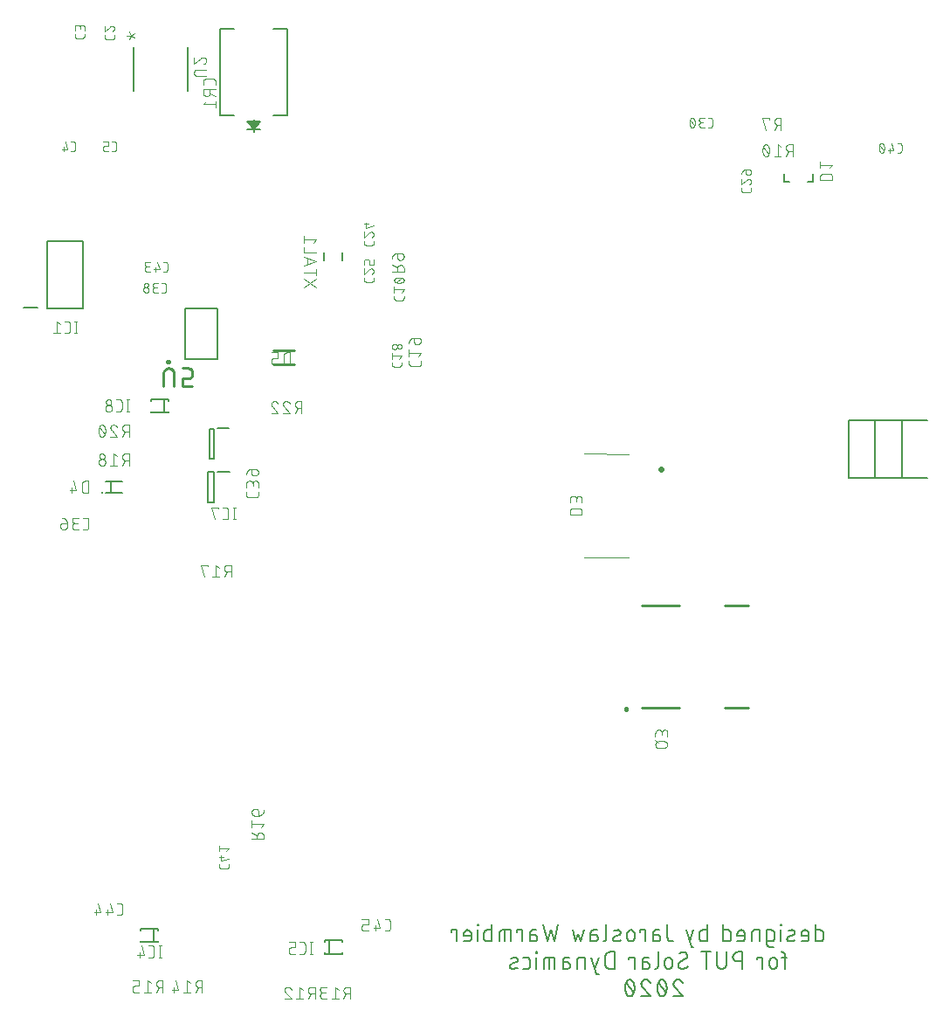
<source format=gbr>
G04 EAGLE Gerber RS-274X export*
G75*
%MOMM*%
%FSLAX34Y34*%
%LPD*%
%INSilkscreen Bottom*%
%IPPOS*%
%AMOC8*
5,1,8,0,0,1.08239X$1,22.5*%
G01*
%ADD10C,0.152400*%
%ADD11C,0.200000*%
%ADD12C,0.101600*%
%ADD13C,0.076200*%
%ADD14R,0.250000X1.300000*%
%ADD15C,0.203200*%
%ADD16C,0.195000*%
%ADD17C,0.100000*%
%ADD18C,0.500000*%
%ADD19C,0.500000*%
%ADD20C,0.250000*%
%ADD21C,0.254000*%


D10*
X862464Y100838D02*
X862464Y84582D01*
X866979Y84582D01*
X867080Y84584D01*
X867181Y84590D01*
X867282Y84599D01*
X867383Y84612D01*
X867483Y84629D01*
X867582Y84650D01*
X867680Y84674D01*
X867777Y84702D01*
X867874Y84734D01*
X867969Y84769D01*
X868062Y84808D01*
X868154Y84850D01*
X868245Y84896D01*
X868334Y84945D01*
X868420Y84997D01*
X868505Y85053D01*
X868588Y85111D01*
X868668Y85173D01*
X868746Y85238D01*
X868822Y85305D01*
X868895Y85375D01*
X868965Y85448D01*
X869032Y85524D01*
X869097Y85602D01*
X869159Y85682D01*
X869217Y85765D01*
X869273Y85850D01*
X869325Y85936D01*
X869374Y86025D01*
X869420Y86116D01*
X869462Y86208D01*
X869501Y86301D01*
X869536Y86396D01*
X869568Y86493D01*
X869596Y86590D01*
X869620Y86688D01*
X869641Y86787D01*
X869658Y86887D01*
X869671Y86988D01*
X869680Y87089D01*
X869686Y87190D01*
X869688Y87291D01*
X869688Y92710D01*
X869686Y92811D01*
X869680Y92912D01*
X869671Y93013D01*
X869658Y93114D01*
X869641Y93214D01*
X869620Y93313D01*
X869596Y93411D01*
X869568Y93508D01*
X869536Y93605D01*
X869501Y93700D01*
X869462Y93793D01*
X869420Y93885D01*
X869374Y93976D01*
X869325Y94065D01*
X869273Y94151D01*
X869217Y94236D01*
X869159Y94319D01*
X869097Y94399D01*
X869032Y94477D01*
X868965Y94553D01*
X868895Y94626D01*
X868822Y94696D01*
X868746Y94763D01*
X868668Y94828D01*
X868588Y94890D01*
X868505Y94948D01*
X868420Y95004D01*
X868334Y95056D01*
X868245Y95105D01*
X868154Y95151D01*
X868062Y95193D01*
X867969Y95232D01*
X867874Y95267D01*
X867777Y95299D01*
X867680Y95327D01*
X867582Y95351D01*
X867483Y95372D01*
X867383Y95389D01*
X867282Y95402D01*
X867181Y95411D01*
X867080Y95417D01*
X866979Y95419D01*
X862464Y95419D01*
X852838Y84582D02*
X848322Y84582D01*
X852838Y84582D02*
X852939Y84584D01*
X853040Y84590D01*
X853141Y84599D01*
X853242Y84612D01*
X853342Y84629D01*
X853441Y84650D01*
X853539Y84674D01*
X853636Y84702D01*
X853733Y84734D01*
X853828Y84769D01*
X853921Y84808D01*
X854013Y84850D01*
X854104Y84896D01*
X854193Y84945D01*
X854279Y84997D01*
X854364Y85053D01*
X854447Y85111D01*
X854527Y85173D01*
X854605Y85238D01*
X854681Y85305D01*
X854754Y85375D01*
X854824Y85448D01*
X854891Y85524D01*
X854956Y85602D01*
X855018Y85682D01*
X855076Y85765D01*
X855132Y85850D01*
X855184Y85936D01*
X855233Y86025D01*
X855279Y86116D01*
X855321Y86208D01*
X855360Y86301D01*
X855395Y86396D01*
X855427Y86493D01*
X855455Y86590D01*
X855479Y86688D01*
X855500Y86787D01*
X855517Y86887D01*
X855530Y86988D01*
X855539Y87089D01*
X855545Y87190D01*
X855547Y87291D01*
X855547Y91807D01*
X855545Y91926D01*
X855539Y92046D01*
X855529Y92165D01*
X855515Y92283D01*
X855498Y92402D01*
X855476Y92519D01*
X855451Y92636D01*
X855421Y92751D01*
X855388Y92866D01*
X855351Y92980D01*
X855311Y93092D01*
X855266Y93203D01*
X855218Y93312D01*
X855167Y93420D01*
X855112Y93526D01*
X855053Y93630D01*
X854991Y93732D01*
X854926Y93832D01*
X854857Y93930D01*
X854785Y94026D01*
X854710Y94119D01*
X854633Y94209D01*
X854552Y94297D01*
X854468Y94382D01*
X854381Y94464D01*
X854292Y94544D01*
X854200Y94620D01*
X854106Y94694D01*
X854009Y94764D01*
X853911Y94831D01*
X853810Y94895D01*
X853706Y94955D01*
X853601Y95012D01*
X853494Y95065D01*
X853386Y95115D01*
X853276Y95161D01*
X853164Y95203D01*
X853051Y95242D01*
X852937Y95277D01*
X852822Y95308D01*
X852705Y95336D01*
X852588Y95359D01*
X852471Y95379D01*
X852352Y95395D01*
X852233Y95407D01*
X852114Y95415D01*
X851995Y95419D01*
X851875Y95419D01*
X851756Y95415D01*
X851637Y95407D01*
X851518Y95395D01*
X851399Y95379D01*
X851282Y95359D01*
X851165Y95336D01*
X851048Y95308D01*
X850933Y95277D01*
X850819Y95242D01*
X850706Y95203D01*
X850594Y95161D01*
X850484Y95115D01*
X850376Y95065D01*
X850269Y95012D01*
X850164Y94955D01*
X850060Y94895D01*
X849959Y94831D01*
X849861Y94764D01*
X849764Y94694D01*
X849670Y94620D01*
X849578Y94544D01*
X849489Y94464D01*
X849402Y94382D01*
X849318Y94297D01*
X849237Y94209D01*
X849160Y94119D01*
X849085Y94026D01*
X849013Y93930D01*
X848944Y93832D01*
X848879Y93732D01*
X848817Y93630D01*
X848758Y93526D01*
X848703Y93420D01*
X848652Y93312D01*
X848604Y93203D01*
X848559Y93092D01*
X848519Y92980D01*
X848482Y92866D01*
X848449Y92751D01*
X848419Y92636D01*
X848394Y92519D01*
X848372Y92402D01*
X848355Y92283D01*
X848341Y92165D01*
X848331Y92046D01*
X848325Y91926D01*
X848323Y91807D01*
X848322Y91807D02*
X848322Y90001D01*
X855547Y90001D01*
X840645Y90904D02*
X836130Y89098D01*
X840646Y90904D02*
X840734Y90941D01*
X840820Y90982D01*
X840905Y91026D01*
X840988Y91074D01*
X841068Y91125D01*
X841147Y91179D01*
X841223Y91237D01*
X841297Y91297D01*
X841369Y91361D01*
X841437Y91427D01*
X841503Y91497D01*
X841566Y91568D01*
X841627Y91643D01*
X841684Y91719D01*
X841737Y91798D01*
X841788Y91879D01*
X841835Y91962D01*
X841879Y92047D01*
X841919Y92134D01*
X841956Y92222D01*
X841989Y92312D01*
X842019Y92403D01*
X842044Y92495D01*
X842066Y92588D01*
X842084Y92682D01*
X842099Y92776D01*
X842109Y92871D01*
X842115Y92967D01*
X842118Y93062D01*
X842117Y93158D01*
X842111Y93253D01*
X842102Y93349D01*
X842089Y93443D01*
X842073Y93537D01*
X842052Y93631D01*
X842027Y93723D01*
X841999Y93814D01*
X841967Y93904D01*
X841932Y93993D01*
X841893Y94080D01*
X841850Y94166D01*
X841804Y94250D01*
X841754Y94331D01*
X841702Y94411D01*
X841646Y94489D01*
X841586Y94564D01*
X841524Y94636D01*
X841459Y94706D01*
X841391Y94774D01*
X841321Y94838D01*
X841248Y94900D01*
X841172Y94958D01*
X841094Y95014D01*
X841014Y95066D01*
X840932Y95115D01*
X840848Y95160D01*
X840762Y95202D01*
X840675Y95241D01*
X840586Y95276D01*
X840495Y95307D01*
X840404Y95334D01*
X840311Y95358D01*
X840218Y95378D01*
X840124Y95394D01*
X840029Y95406D01*
X839934Y95415D01*
X839838Y95419D01*
X839743Y95420D01*
X839496Y95413D01*
X839250Y95401D01*
X839004Y95383D01*
X838758Y95358D01*
X838514Y95328D01*
X838270Y95292D01*
X838027Y95251D01*
X837785Y95203D01*
X837544Y95149D01*
X837305Y95090D01*
X837067Y95025D01*
X836831Y94954D01*
X836596Y94878D01*
X836363Y94796D01*
X836133Y94708D01*
X835905Y94615D01*
X835678Y94517D01*
X836129Y89097D02*
X836041Y89060D01*
X835955Y89019D01*
X835870Y88975D01*
X835787Y88927D01*
X835707Y88876D01*
X835628Y88822D01*
X835552Y88764D01*
X835478Y88704D01*
X835406Y88640D01*
X835338Y88574D01*
X835272Y88504D01*
X835209Y88433D01*
X835148Y88358D01*
X835091Y88282D01*
X835038Y88203D01*
X834987Y88122D01*
X834940Y88039D01*
X834896Y87954D01*
X834856Y87867D01*
X834819Y87779D01*
X834786Y87689D01*
X834756Y87598D01*
X834731Y87506D01*
X834709Y87413D01*
X834691Y87319D01*
X834676Y87225D01*
X834666Y87130D01*
X834660Y87034D01*
X834657Y86939D01*
X834658Y86843D01*
X834664Y86748D01*
X834673Y86652D01*
X834686Y86558D01*
X834702Y86464D01*
X834723Y86370D01*
X834748Y86278D01*
X834776Y86187D01*
X834808Y86097D01*
X834843Y86008D01*
X834882Y85921D01*
X834925Y85835D01*
X834971Y85751D01*
X835021Y85670D01*
X835073Y85590D01*
X835129Y85512D01*
X835189Y85437D01*
X835251Y85365D01*
X835316Y85295D01*
X835384Y85227D01*
X835454Y85163D01*
X835527Y85101D01*
X835603Y85043D01*
X835681Y84987D01*
X835761Y84935D01*
X835843Y84886D01*
X835927Y84841D01*
X836013Y84799D01*
X836100Y84760D01*
X836189Y84725D01*
X836280Y84694D01*
X836371Y84667D01*
X836464Y84643D01*
X836557Y84623D01*
X836651Y84607D01*
X836746Y84595D01*
X836841Y84586D01*
X836937Y84582D01*
X837032Y84581D01*
X837033Y84582D02*
X837395Y84591D01*
X837757Y84609D01*
X838118Y84636D01*
X838478Y84671D01*
X838838Y84714D01*
X839197Y84766D01*
X839554Y84827D01*
X839909Y84896D01*
X840263Y84973D01*
X840615Y85059D01*
X840965Y85153D01*
X841313Y85256D01*
X841658Y85366D01*
X842000Y85485D01*
X828488Y84582D02*
X828488Y95419D01*
X828939Y99935D02*
X828939Y100838D01*
X828036Y100838D01*
X828036Y99935D01*
X828939Y99935D01*
X819564Y84582D02*
X815049Y84582D01*
X819564Y84582D02*
X819665Y84584D01*
X819766Y84590D01*
X819867Y84599D01*
X819968Y84612D01*
X820068Y84629D01*
X820167Y84650D01*
X820265Y84674D01*
X820362Y84702D01*
X820459Y84734D01*
X820554Y84769D01*
X820647Y84808D01*
X820739Y84850D01*
X820830Y84896D01*
X820919Y84945D01*
X821005Y84997D01*
X821090Y85053D01*
X821173Y85111D01*
X821253Y85173D01*
X821331Y85238D01*
X821407Y85305D01*
X821480Y85375D01*
X821550Y85448D01*
X821617Y85524D01*
X821682Y85602D01*
X821744Y85682D01*
X821802Y85765D01*
X821858Y85850D01*
X821910Y85936D01*
X821959Y86025D01*
X822005Y86116D01*
X822047Y86208D01*
X822086Y86301D01*
X822121Y86396D01*
X822153Y86493D01*
X822181Y86590D01*
X822205Y86688D01*
X822226Y86787D01*
X822243Y86887D01*
X822256Y86988D01*
X822265Y87089D01*
X822271Y87190D01*
X822273Y87291D01*
X822274Y87291D02*
X822274Y92710D01*
X822273Y92710D02*
X822271Y92811D01*
X822265Y92912D01*
X822256Y93013D01*
X822243Y93114D01*
X822226Y93214D01*
X822205Y93313D01*
X822181Y93411D01*
X822153Y93508D01*
X822121Y93605D01*
X822086Y93700D01*
X822047Y93793D01*
X822005Y93885D01*
X821959Y93976D01*
X821910Y94065D01*
X821858Y94151D01*
X821802Y94236D01*
X821744Y94319D01*
X821682Y94399D01*
X821617Y94477D01*
X821550Y94553D01*
X821480Y94626D01*
X821407Y94696D01*
X821331Y94763D01*
X821253Y94828D01*
X821173Y94890D01*
X821090Y94948D01*
X821005Y95004D01*
X820919Y95056D01*
X820830Y95105D01*
X820739Y95151D01*
X820647Y95193D01*
X820554Y95232D01*
X820459Y95267D01*
X820362Y95299D01*
X820265Y95327D01*
X820167Y95351D01*
X820068Y95372D01*
X819968Y95389D01*
X819867Y95402D01*
X819766Y95411D01*
X819665Y95417D01*
X819564Y95419D01*
X815049Y95419D01*
X815049Y81873D01*
X815051Y81772D01*
X815057Y81671D01*
X815066Y81570D01*
X815079Y81469D01*
X815096Y81369D01*
X815117Y81270D01*
X815141Y81172D01*
X815169Y81075D01*
X815201Y80978D01*
X815236Y80883D01*
X815275Y80790D01*
X815317Y80698D01*
X815363Y80607D01*
X815412Y80519D01*
X815464Y80432D01*
X815520Y80347D01*
X815578Y80264D01*
X815640Y80184D01*
X815705Y80106D01*
X815772Y80030D01*
X815842Y79957D01*
X815915Y79887D01*
X815991Y79820D01*
X816069Y79755D01*
X816149Y79693D01*
X816232Y79635D01*
X816317Y79579D01*
X816404Y79527D01*
X816492Y79478D01*
X816583Y79432D01*
X816675Y79390D01*
X816768Y79351D01*
X816863Y79316D01*
X816960Y79284D01*
X817057Y79256D01*
X817155Y79232D01*
X817254Y79211D01*
X817354Y79194D01*
X817455Y79181D01*
X817556Y79172D01*
X817657Y79166D01*
X817758Y79164D01*
X817758Y79163D02*
X821371Y79163D01*
X807611Y84582D02*
X807611Y95419D01*
X803096Y95419D01*
X802992Y95417D01*
X802889Y95411D01*
X802785Y95401D01*
X802682Y95387D01*
X802580Y95369D01*
X802479Y95348D01*
X802378Y95322D01*
X802279Y95293D01*
X802180Y95260D01*
X802083Y95223D01*
X801988Y95182D01*
X801894Y95138D01*
X801802Y95090D01*
X801712Y95039D01*
X801623Y94984D01*
X801537Y94926D01*
X801454Y94864D01*
X801372Y94800D01*
X801294Y94732D01*
X801218Y94662D01*
X801144Y94589D01*
X801074Y94512D01*
X801006Y94434D01*
X800942Y94352D01*
X800880Y94269D01*
X800822Y94183D01*
X800767Y94094D01*
X800716Y94004D01*
X800668Y93912D01*
X800624Y93818D01*
X800583Y93723D01*
X800546Y93626D01*
X800513Y93527D01*
X800484Y93428D01*
X800458Y93327D01*
X800437Y93226D01*
X800419Y93124D01*
X800405Y93021D01*
X800395Y92917D01*
X800389Y92814D01*
X800387Y92710D01*
X800386Y92710D02*
X800386Y84582D01*
X790834Y84582D02*
X786318Y84582D01*
X790834Y84582D02*
X790935Y84584D01*
X791036Y84590D01*
X791137Y84599D01*
X791238Y84612D01*
X791338Y84629D01*
X791437Y84650D01*
X791535Y84674D01*
X791632Y84702D01*
X791729Y84734D01*
X791824Y84769D01*
X791917Y84808D01*
X792009Y84850D01*
X792100Y84896D01*
X792189Y84945D01*
X792275Y84997D01*
X792360Y85053D01*
X792443Y85111D01*
X792523Y85173D01*
X792601Y85238D01*
X792677Y85305D01*
X792750Y85375D01*
X792820Y85448D01*
X792887Y85524D01*
X792952Y85602D01*
X793014Y85682D01*
X793072Y85765D01*
X793128Y85850D01*
X793180Y85936D01*
X793229Y86025D01*
X793275Y86116D01*
X793317Y86208D01*
X793356Y86301D01*
X793391Y86396D01*
X793423Y86493D01*
X793451Y86590D01*
X793475Y86688D01*
X793496Y86787D01*
X793513Y86887D01*
X793526Y86988D01*
X793535Y87089D01*
X793541Y87190D01*
X793543Y87291D01*
X793543Y91807D01*
X793541Y91926D01*
X793535Y92046D01*
X793525Y92165D01*
X793511Y92283D01*
X793494Y92402D01*
X793472Y92519D01*
X793447Y92636D01*
X793417Y92751D01*
X793384Y92866D01*
X793347Y92980D01*
X793307Y93092D01*
X793262Y93203D01*
X793214Y93312D01*
X793163Y93420D01*
X793108Y93526D01*
X793049Y93630D01*
X792987Y93732D01*
X792922Y93832D01*
X792853Y93930D01*
X792781Y94026D01*
X792706Y94119D01*
X792629Y94209D01*
X792548Y94297D01*
X792464Y94382D01*
X792377Y94464D01*
X792288Y94544D01*
X792196Y94620D01*
X792102Y94694D01*
X792005Y94764D01*
X791907Y94831D01*
X791806Y94895D01*
X791702Y94955D01*
X791597Y95012D01*
X791490Y95065D01*
X791382Y95115D01*
X791272Y95161D01*
X791160Y95203D01*
X791047Y95242D01*
X790933Y95277D01*
X790818Y95308D01*
X790701Y95336D01*
X790584Y95359D01*
X790467Y95379D01*
X790348Y95395D01*
X790229Y95407D01*
X790110Y95415D01*
X789991Y95419D01*
X789871Y95419D01*
X789752Y95415D01*
X789633Y95407D01*
X789514Y95395D01*
X789395Y95379D01*
X789278Y95359D01*
X789161Y95336D01*
X789044Y95308D01*
X788929Y95277D01*
X788815Y95242D01*
X788702Y95203D01*
X788590Y95161D01*
X788480Y95115D01*
X788372Y95065D01*
X788265Y95012D01*
X788160Y94955D01*
X788056Y94895D01*
X787955Y94831D01*
X787857Y94764D01*
X787760Y94694D01*
X787666Y94620D01*
X787574Y94544D01*
X787485Y94464D01*
X787398Y94382D01*
X787314Y94297D01*
X787233Y94209D01*
X787156Y94119D01*
X787081Y94026D01*
X787009Y93930D01*
X786940Y93832D01*
X786875Y93732D01*
X786813Y93630D01*
X786754Y93526D01*
X786699Y93420D01*
X786648Y93312D01*
X786600Y93203D01*
X786555Y93092D01*
X786515Y92980D01*
X786478Y92866D01*
X786445Y92751D01*
X786415Y92636D01*
X786390Y92519D01*
X786368Y92402D01*
X786351Y92283D01*
X786337Y92165D01*
X786327Y92046D01*
X786321Y91926D01*
X786319Y91807D01*
X786318Y91807D02*
X786318Y90001D01*
X793543Y90001D01*
X772845Y84582D02*
X772845Y100838D01*
X772845Y84582D02*
X777360Y84582D01*
X777461Y84584D01*
X777562Y84590D01*
X777663Y84599D01*
X777764Y84612D01*
X777864Y84629D01*
X777963Y84650D01*
X778061Y84674D01*
X778158Y84702D01*
X778255Y84734D01*
X778350Y84769D01*
X778443Y84808D01*
X778535Y84850D01*
X778626Y84896D01*
X778715Y84945D01*
X778801Y84997D01*
X778886Y85053D01*
X778969Y85111D01*
X779049Y85173D01*
X779127Y85238D01*
X779203Y85305D01*
X779276Y85375D01*
X779346Y85448D01*
X779413Y85524D01*
X779478Y85602D01*
X779540Y85682D01*
X779598Y85765D01*
X779654Y85850D01*
X779706Y85936D01*
X779755Y86025D01*
X779801Y86116D01*
X779843Y86208D01*
X779882Y86301D01*
X779917Y86396D01*
X779949Y86493D01*
X779977Y86590D01*
X780001Y86688D01*
X780022Y86787D01*
X780039Y86887D01*
X780052Y86988D01*
X780061Y87089D01*
X780067Y87190D01*
X780069Y87291D01*
X780069Y92710D01*
X780067Y92811D01*
X780061Y92912D01*
X780052Y93013D01*
X780039Y93114D01*
X780022Y93214D01*
X780001Y93313D01*
X779977Y93411D01*
X779949Y93508D01*
X779917Y93605D01*
X779882Y93700D01*
X779843Y93793D01*
X779801Y93885D01*
X779755Y93976D01*
X779706Y94065D01*
X779654Y94151D01*
X779598Y94236D01*
X779540Y94319D01*
X779478Y94399D01*
X779413Y94477D01*
X779346Y94553D01*
X779276Y94626D01*
X779203Y94696D01*
X779127Y94763D01*
X779049Y94828D01*
X778969Y94890D01*
X778886Y94948D01*
X778801Y95004D01*
X778715Y95056D01*
X778626Y95105D01*
X778535Y95151D01*
X778443Y95193D01*
X778350Y95232D01*
X778255Y95267D01*
X778158Y95299D01*
X778061Y95327D01*
X777963Y95351D01*
X777864Y95372D01*
X777764Y95389D01*
X777663Y95402D01*
X777562Y95411D01*
X777461Y95417D01*
X777360Y95419D01*
X772845Y95419D01*
X756997Y100838D02*
X756997Y84582D01*
X752482Y84582D01*
X752378Y84584D01*
X752275Y84590D01*
X752171Y84600D01*
X752068Y84614D01*
X751966Y84632D01*
X751865Y84653D01*
X751764Y84679D01*
X751665Y84708D01*
X751566Y84741D01*
X751469Y84778D01*
X751374Y84819D01*
X751280Y84863D01*
X751188Y84911D01*
X751098Y84962D01*
X751009Y85017D01*
X750923Y85075D01*
X750840Y85137D01*
X750758Y85201D01*
X750680Y85269D01*
X750604Y85339D01*
X750530Y85412D01*
X750460Y85489D01*
X750392Y85567D01*
X750328Y85649D01*
X750266Y85732D01*
X750208Y85818D01*
X750153Y85907D01*
X750102Y85997D01*
X750054Y86089D01*
X750010Y86183D01*
X749969Y86278D01*
X749932Y86375D01*
X749899Y86474D01*
X749870Y86573D01*
X749844Y86674D01*
X749823Y86775D01*
X749805Y86877D01*
X749791Y86980D01*
X749781Y87084D01*
X749775Y87187D01*
X749773Y87291D01*
X749772Y87291D02*
X749772Y92710D01*
X749773Y92710D02*
X749775Y92811D01*
X749781Y92912D01*
X749790Y93013D01*
X749803Y93114D01*
X749820Y93214D01*
X749841Y93313D01*
X749865Y93411D01*
X749893Y93508D01*
X749925Y93605D01*
X749960Y93700D01*
X749999Y93793D01*
X750041Y93885D01*
X750087Y93976D01*
X750136Y94065D01*
X750188Y94151D01*
X750244Y94236D01*
X750302Y94319D01*
X750364Y94399D01*
X750429Y94477D01*
X750496Y94553D01*
X750566Y94626D01*
X750639Y94696D01*
X750715Y94763D01*
X750793Y94828D01*
X750873Y94890D01*
X750956Y94948D01*
X751041Y95004D01*
X751128Y95056D01*
X751216Y95105D01*
X751307Y95151D01*
X751399Y95193D01*
X751492Y95232D01*
X751587Y95267D01*
X751684Y95299D01*
X751781Y95327D01*
X751879Y95351D01*
X751978Y95372D01*
X752078Y95389D01*
X752179Y95402D01*
X752280Y95411D01*
X752381Y95417D01*
X752482Y95419D01*
X756997Y95419D01*
X744044Y79163D02*
X742238Y79163D01*
X736820Y95419D01*
X744044Y95419D02*
X740432Y84582D01*
X718668Y88194D02*
X718668Y100838D01*
X718668Y88194D02*
X718670Y88076D01*
X718676Y87958D01*
X718685Y87840D01*
X718699Y87723D01*
X718716Y87606D01*
X718737Y87489D01*
X718762Y87374D01*
X718791Y87259D01*
X718824Y87145D01*
X718860Y87033D01*
X718900Y86922D01*
X718943Y86812D01*
X718990Y86703D01*
X719040Y86596D01*
X719095Y86491D01*
X719152Y86388D01*
X719213Y86287D01*
X719277Y86187D01*
X719344Y86090D01*
X719414Y85995D01*
X719488Y85903D01*
X719564Y85812D01*
X719644Y85725D01*
X719726Y85640D01*
X719811Y85558D01*
X719898Y85478D01*
X719989Y85402D01*
X720081Y85328D01*
X720176Y85258D01*
X720273Y85191D01*
X720373Y85127D01*
X720474Y85066D01*
X720577Y85009D01*
X720682Y84954D01*
X720789Y84904D01*
X720898Y84857D01*
X721008Y84814D01*
X721119Y84774D01*
X721231Y84738D01*
X721345Y84705D01*
X721460Y84676D01*
X721575Y84651D01*
X721692Y84630D01*
X721809Y84613D01*
X721926Y84599D01*
X722044Y84590D01*
X722162Y84584D01*
X722280Y84582D01*
X724087Y84582D01*
X708652Y90904D02*
X704588Y90904D01*
X708652Y90904D02*
X708764Y90902D01*
X708875Y90896D01*
X708986Y90886D01*
X709097Y90873D01*
X709207Y90855D01*
X709316Y90833D01*
X709425Y90808D01*
X709533Y90779D01*
X709639Y90746D01*
X709745Y90709D01*
X709849Y90669D01*
X709951Y90625D01*
X710052Y90577D01*
X710151Y90526D01*
X710249Y90471D01*
X710344Y90413D01*
X710437Y90352D01*
X710528Y90287D01*
X710617Y90219D01*
X710703Y90148D01*
X710786Y90075D01*
X710867Y89998D01*
X710946Y89918D01*
X711021Y89836D01*
X711093Y89751D01*
X711163Y89664D01*
X711229Y89574D01*
X711292Y89482D01*
X711352Y89387D01*
X711408Y89291D01*
X711461Y89193D01*
X711510Y89093D01*
X711556Y88991D01*
X711598Y88888D01*
X711637Y88783D01*
X711672Y88677D01*
X711703Y88570D01*
X711730Y88462D01*
X711754Y88353D01*
X711773Y88243D01*
X711789Y88133D01*
X711801Y88022D01*
X711809Y87910D01*
X711813Y87799D01*
X711813Y87687D01*
X711809Y87576D01*
X711801Y87464D01*
X711789Y87353D01*
X711773Y87243D01*
X711754Y87133D01*
X711730Y87024D01*
X711703Y86916D01*
X711672Y86809D01*
X711637Y86703D01*
X711598Y86598D01*
X711556Y86495D01*
X711510Y86393D01*
X711461Y86293D01*
X711408Y86195D01*
X711352Y86099D01*
X711292Y86004D01*
X711229Y85912D01*
X711163Y85822D01*
X711093Y85735D01*
X711021Y85650D01*
X710946Y85568D01*
X710867Y85488D01*
X710786Y85411D01*
X710703Y85338D01*
X710617Y85267D01*
X710528Y85199D01*
X710437Y85134D01*
X710344Y85073D01*
X710249Y85015D01*
X710151Y84960D01*
X710052Y84909D01*
X709951Y84861D01*
X709849Y84817D01*
X709745Y84777D01*
X709639Y84740D01*
X709533Y84707D01*
X709425Y84678D01*
X709316Y84653D01*
X709207Y84631D01*
X709097Y84613D01*
X708986Y84600D01*
X708875Y84590D01*
X708764Y84584D01*
X708652Y84582D01*
X704588Y84582D01*
X704588Y92710D01*
X704589Y92710D02*
X704591Y92811D01*
X704597Y92912D01*
X704606Y93013D01*
X704619Y93114D01*
X704636Y93214D01*
X704657Y93313D01*
X704681Y93411D01*
X704709Y93508D01*
X704741Y93605D01*
X704776Y93700D01*
X704815Y93793D01*
X704857Y93885D01*
X704903Y93976D01*
X704952Y94065D01*
X705004Y94151D01*
X705060Y94236D01*
X705118Y94319D01*
X705180Y94399D01*
X705245Y94477D01*
X705312Y94553D01*
X705382Y94626D01*
X705455Y94696D01*
X705531Y94763D01*
X705609Y94828D01*
X705689Y94890D01*
X705772Y94948D01*
X705857Y95004D01*
X705944Y95056D01*
X706032Y95105D01*
X706123Y95151D01*
X706215Y95193D01*
X706308Y95232D01*
X706403Y95267D01*
X706500Y95299D01*
X706597Y95327D01*
X706695Y95351D01*
X706794Y95372D01*
X706894Y95389D01*
X706995Y95402D01*
X707096Y95411D01*
X707197Y95417D01*
X707298Y95419D01*
X710910Y95419D01*
X697066Y95419D02*
X697066Y84582D01*
X697066Y95419D02*
X691647Y95419D01*
X691647Y93613D01*
X686730Y91807D02*
X686730Y88194D01*
X686730Y91807D02*
X686728Y91926D01*
X686722Y92046D01*
X686712Y92165D01*
X686698Y92283D01*
X686681Y92402D01*
X686659Y92519D01*
X686634Y92636D01*
X686604Y92751D01*
X686571Y92866D01*
X686534Y92980D01*
X686494Y93092D01*
X686449Y93203D01*
X686401Y93312D01*
X686350Y93420D01*
X686295Y93526D01*
X686236Y93630D01*
X686174Y93732D01*
X686109Y93832D01*
X686040Y93930D01*
X685968Y94026D01*
X685893Y94119D01*
X685816Y94209D01*
X685735Y94297D01*
X685651Y94382D01*
X685564Y94464D01*
X685475Y94544D01*
X685383Y94620D01*
X685289Y94694D01*
X685192Y94764D01*
X685094Y94831D01*
X684993Y94895D01*
X684889Y94955D01*
X684784Y95012D01*
X684677Y95065D01*
X684569Y95115D01*
X684459Y95161D01*
X684347Y95203D01*
X684234Y95242D01*
X684120Y95277D01*
X684005Y95308D01*
X683888Y95336D01*
X683771Y95359D01*
X683654Y95379D01*
X683535Y95395D01*
X683416Y95407D01*
X683297Y95415D01*
X683178Y95419D01*
X683058Y95419D01*
X682939Y95415D01*
X682820Y95407D01*
X682701Y95395D01*
X682582Y95379D01*
X682465Y95359D01*
X682348Y95336D01*
X682231Y95308D01*
X682116Y95277D01*
X682002Y95242D01*
X681889Y95203D01*
X681777Y95161D01*
X681667Y95115D01*
X681559Y95065D01*
X681452Y95012D01*
X681347Y94955D01*
X681243Y94895D01*
X681142Y94831D01*
X681044Y94764D01*
X680947Y94694D01*
X680853Y94620D01*
X680761Y94544D01*
X680672Y94464D01*
X680585Y94382D01*
X680501Y94297D01*
X680420Y94209D01*
X680343Y94119D01*
X680268Y94026D01*
X680196Y93930D01*
X680127Y93832D01*
X680062Y93732D01*
X680000Y93630D01*
X679941Y93526D01*
X679886Y93420D01*
X679835Y93312D01*
X679787Y93203D01*
X679742Y93092D01*
X679702Y92980D01*
X679665Y92866D01*
X679632Y92751D01*
X679602Y92636D01*
X679577Y92519D01*
X679555Y92402D01*
X679538Y92283D01*
X679524Y92165D01*
X679514Y92046D01*
X679508Y91926D01*
X679506Y91807D01*
X679505Y91807D02*
X679505Y88194D01*
X679506Y88194D02*
X679508Y88075D01*
X679514Y87955D01*
X679524Y87836D01*
X679538Y87718D01*
X679555Y87599D01*
X679577Y87482D01*
X679602Y87365D01*
X679632Y87250D01*
X679665Y87135D01*
X679702Y87021D01*
X679742Y86909D01*
X679787Y86798D01*
X679835Y86689D01*
X679886Y86581D01*
X679941Y86475D01*
X680000Y86371D01*
X680062Y86269D01*
X680127Y86169D01*
X680196Y86071D01*
X680268Y85975D01*
X680343Y85882D01*
X680420Y85792D01*
X680501Y85704D01*
X680585Y85619D01*
X680672Y85537D01*
X680761Y85457D01*
X680853Y85381D01*
X680947Y85307D01*
X681044Y85237D01*
X681142Y85170D01*
X681243Y85106D01*
X681347Y85046D01*
X681452Y84989D01*
X681559Y84936D01*
X681667Y84886D01*
X681777Y84840D01*
X681889Y84798D01*
X682002Y84759D01*
X682116Y84724D01*
X682231Y84693D01*
X682348Y84665D01*
X682465Y84642D01*
X682582Y84622D01*
X682701Y84606D01*
X682820Y84594D01*
X682939Y84586D01*
X683058Y84582D01*
X683178Y84582D01*
X683297Y84586D01*
X683416Y84594D01*
X683535Y84606D01*
X683654Y84622D01*
X683771Y84642D01*
X683888Y84665D01*
X684005Y84693D01*
X684120Y84724D01*
X684234Y84759D01*
X684347Y84798D01*
X684459Y84840D01*
X684569Y84886D01*
X684677Y84936D01*
X684784Y84989D01*
X684889Y85046D01*
X684993Y85106D01*
X685094Y85170D01*
X685192Y85237D01*
X685289Y85307D01*
X685383Y85381D01*
X685475Y85457D01*
X685564Y85537D01*
X685651Y85619D01*
X685735Y85704D01*
X685816Y85792D01*
X685893Y85882D01*
X685968Y85975D01*
X686040Y86071D01*
X686109Y86169D01*
X686174Y86269D01*
X686236Y86371D01*
X686295Y86475D01*
X686350Y86581D01*
X686401Y86689D01*
X686449Y86798D01*
X686494Y86909D01*
X686534Y87021D01*
X686571Y87135D01*
X686604Y87250D01*
X686634Y87365D01*
X686659Y87482D01*
X686681Y87599D01*
X686698Y87718D01*
X686712Y87836D01*
X686722Y87955D01*
X686728Y88075D01*
X686730Y88194D01*
X671828Y90904D02*
X667313Y89098D01*
X671829Y90904D02*
X671917Y90941D01*
X672003Y90982D01*
X672088Y91026D01*
X672171Y91074D01*
X672251Y91125D01*
X672330Y91179D01*
X672406Y91237D01*
X672480Y91297D01*
X672552Y91361D01*
X672620Y91427D01*
X672686Y91497D01*
X672749Y91568D01*
X672810Y91643D01*
X672867Y91719D01*
X672920Y91798D01*
X672971Y91879D01*
X673018Y91962D01*
X673062Y92047D01*
X673102Y92134D01*
X673139Y92222D01*
X673172Y92312D01*
X673202Y92403D01*
X673227Y92495D01*
X673249Y92588D01*
X673267Y92682D01*
X673282Y92776D01*
X673292Y92871D01*
X673298Y92967D01*
X673301Y93062D01*
X673300Y93158D01*
X673294Y93253D01*
X673285Y93349D01*
X673272Y93443D01*
X673256Y93537D01*
X673235Y93631D01*
X673210Y93723D01*
X673182Y93814D01*
X673150Y93904D01*
X673115Y93993D01*
X673076Y94080D01*
X673033Y94166D01*
X672987Y94250D01*
X672937Y94331D01*
X672885Y94411D01*
X672829Y94489D01*
X672769Y94564D01*
X672707Y94636D01*
X672642Y94706D01*
X672574Y94774D01*
X672504Y94838D01*
X672431Y94900D01*
X672355Y94958D01*
X672277Y95014D01*
X672197Y95066D01*
X672115Y95115D01*
X672031Y95160D01*
X671945Y95202D01*
X671858Y95241D01*
X671769Y95276D01*
X671678Y95307D01*
X671587Y95334D01*
X671494Y95358D01*
X671401Y95378D01*
X671307Y95394D01*
X671212Y95406D01*
X671117Y95415D01*
X671021Y95419D01*
X670926Y95420D01*
X670679Y95413D01*
X670433Y95401D01*
X670187Y95383D01*
X669941Y95358D01*
X669697Y95328D01*
X669453Y95292D01*
X669210Y95251D01*
X668968Y95203D01*
X668727Y95149D01*
X668488Y95090D01*
X668250Y95025D01*
X668014Y94954D01*
X667779Y94878D01*
X667546Y94796D01*
X667316Y94708D01*
X667088Y94615D01*
X666861Y94517D01*
X667312Y89097D02*
X667224Y89060D01*
X667138Y89019D01*
X667053Y88975D01*
X666970Y88927D01*
X666890Y88876D01*
X666811Y88822D01*
X666735Y88764D01*
X666661Y88704D01*
X666589Y88640D01*
X666521Y88574D01*
X666455Y88504D01*
X666392Y88433D01*
X666331Y88358D01*
X666274Y88282D01*
X666221Y88203D01*
X666170Y88122D01*
X666123Y88039D01*
X666079Y87954D01*
X666039Y87867D01*
X666002Y87779D01*
X665969Y87689D01*
X665939Y87598D01*
X665914Y87506D01*
X665892Y87413D01*
X665874Y87319D01*
X665859Y87225D01*
X665849Y87130D01*
X665843Y87034D01*
X665840Y86939D01*
X665841Y86843D01*
X665847Y86748D01*
X665856Y86652D01*
X665869Y86558D01*
X665885Y86464D01*
X665906Y86370D01*
X665931Y86278D01*
X665959Y86187D01*
X665991Y86097D01*
X666026Y86008D01*
X666065Y85921D01*
X666108Y85835D01*
X666154Y85751D01*
X666204Y85670D01*
X666256Y85590D01*
X666312Y85512D01*
X666372Y85437D01*
X666434Y85365D01*
X666499Y85295D01*
X666567Y85227D01*
X666637Y85163D01*
X666710Y85101D01*
X666786Y85043D01*
X666864Y84987D01*
X666944Y84935D01*
X667026Y84886D01*
X667110Y84841D01*
X667196Y84799D01*
X667283Y84760D01*
X667372Y84725D01*
X667463Y84694D01*
X667554Y84667D01*
X667647Y84643D01*
X667740Y84623D01*
X667834Y84607D01*
X667929Y84595D01*
X668024Y84586D01*
X668120Y84582D01*
X668215Y84581D01*
X668216Y84582D02*
X668578Y84591D01*
X668940Y84609D01*
X669301Y84636D01*
X669661Y84671D01*
X670021Y84714D01*
X670380Y84766D01*
X670737Y84827D01*
X671092Y84896D01*
X671446Y84973D01*
X671798Y85059D01*
X672148Y85153D01*
X672496Y85256D01*
X672841Y85366D01*
X673183Y85485D01*
X659399Y87291D02*
X659399Y100838D01*
X659399Y87291D02*
X659397Y87190D01*
X659391Y87089D01*
X659382Y86988D01*
X659369Y86887D01*
X659352Y86787D01*
X659331Y86688D01*
X659307Y86590D01*
X659279Y86493D01*
X659247Y86396D01*
X659212Y86301D01*
X659173Y86208D01*
X659131Y86116D01*
X659085Y86025D01*
X659036Y85936D01*
X658984Y85850D01*
X658928Y85765D01*
X658870Y85682D01*
X658808Y85602D01*
X658743Y85524D01*
X658676Y85448D01*
X658606Y85375D01*
X658533Y85305D01*
X658457Y85238D01*
X658379Y85173D01*
X658299Y85111D01*
X658216Y85053D01*
X658131Y84997D01*
X658045Y84945D01*
X657956Y84896D01*
X657865Y84850D01*
X657773Y84808D01*
X657680Y84769D01*
X657585Y84734D01*
X657488Y84702D01*
X657391Y84674D01*
X657293Y84650D01*
X657194Y84629D01*
X657094Y84612D01*
X656993Y84599D01*
X656892Y84590D01*
X656791Y84584D01*
X656690Y84582D01*
X648212Y90904D02*
X644148Y90904D01*
X648212Y90904D02*
X648324Y90902D01*
X648435Y90896D01*
X648546Y90886D01*
X648657Y90873D01*
X648767Y90855D01*
X648876Y90833D01*
X648985Y90808D01*
X649093Y90779D01*
X649199Y90746D01*
X649305Y90709D01*
X649409Y90669D01*
X649511Y90625D01*
X649612Y90577D01*
X649711Y90526D01*
X649809Y90471D01*
X649904Y90413D01*
X649997Y90352D01*
X650088Y90287D01*
X650177Y90219D01*
X650263Y90148D01*
X650346Y90075D01*
X650427Y89998D01*
X650506Y89918D01*
X650581Y89836D01*
X650653Y89751D01*
X650723Y89664D01*
X650789Y89574D01*
X650852Y89482D01*
X650912Y89387D01*
X650968Y89291D01*
X651021Y89193D01*
X651070Y89093D01*
X651116Y88991D01*
X651158Y88888D01*
X651197Y88783D01*
X651232Y88677D01*
X651263Y88570D01*
X651290Y88462D01*
X651314Y88353D01*
X651333Y88243D01*
X651349Y88133D01*
X651361Y88022D01*
X651369Y87910D01*
X651373Y87799D01*
X651373Y87687D01*
X651369Y87576D01*
X651361Y87464D01*
X651349Y87353D01*
X651333Y87243D01*
X651314Y87133D01*
X651290Y87024D01*
X651263Y86916D01*
X651232Y86809D01*
X651197Y86703D01*
X651158Y86598D01*
X651116Y86495D01*
X651070Y86393D01*
X651021Y86293D01*
X650968Y86195D01*
X650912Y86099D01*
X650852Y86004D01*
X650789Y85912D01*
X650723Y85822D01*
X650653Y85735D01*
X650581Y85650D01*
X650506Y85568D01*
X650427Y85488D01*
X650346Y85411D01*
X650263Y85338D01*
X650177Y85267D01*
X650088Y85199D01*
X649997Y85134D01*
X649904Y85073D01*
X649809Y85015D01*
X649711Y84960D01*
X649612Y84909D01*
X649511Y84861D01*
X649409Y84817D01*
X649305Y84777D01*
X649199Y84740D01*
X649093Y84707D01*
X648985Y84678D01*
X648876Y84653D01*
X648767Y84631D01*
X648657Y84613D01*
X648546Y84600D01*
X648435Y84590D01*
X648324Y84584D01*
X648212Y84582D01*
X644148Y84582D01*
X644148Y92710D01*
X644150Y92811D01*
X644156Y92912D01*
X644165Y93013D01*
X644178Y93114D01*
X644195Y93214D01*
X644216Y93313D01*
X644240Y93411D01*
X644268Y93508D01*
X644300Y93605D01*
X644335Y93700D01*
X644374Y93793D01*
X644416Y93885D01*
X644462Y93976D01*
X644511Y94065D01*
X644563Y94151D01*
X644619Y94236D01*
X644677Y94319D01*
X644739Y94399D01*
X644804Y94477D01*
X644871Y94553D01*
X644941Y94626D01*
X645014Y94696D01*
X645090Y94763D01*
X645168Y94828D01*
X645248Y94890D01*
X645331Y94948D01*
X645416Y95004D01*
X645503Y95056D01*
X645591Y95105D01*
X645682Y95151D01*
X645774Y95193D01*
X645867Y95232D01*
X645962Y95267D01*
X646059Y95299D01*
X646156Y95327D01*
X646254Y95351D01*
X646353Y95372D01*
X646453Y95389D01*
X646554Y95402D01*
X646655Y95411D01*
X646756Y95417D01*
X646857Y95419D01*
X650469Y95419D01*
X637474Y95419D02*
X634765Y84582D01*
X632056Y91807D01*
X629346Y84582D01*
X626637Y95419D01*
X612707Y100838D02*
X609095Y84582D01*
X605483Y95419D01*
X601870Y84582D01*
X598258Y100838D01*
X589334Y90904D02*
X585270Y90904D01*
X589334Y90904D02*
X589446Y90902D01*
X589557Y90896D01*
X589668Y90886D01*
X589779Y90873D01*
X589889Y90855D01*
X589998Y90833D01*
X590107Y90808D01*
X590215Y90779D01*
X590321Y90746D01*
X590427Y90709D01*
X590531Y90669D01*
X590633Y90625D01*
X590734Y90577D01*
X590833Y90526D01*
X590931Y90471D01*
X591026Y90413D01*
X591119Y90352D01*
X591210Y90287D01*
X591299Y90219D01*
X591385Y90148D01*
X591468Y90075D01*
X591549Y89998D01*
X591628Y89918D01*
X591703Y89836D01*
X591775Y89751D01*
X591845Y89664D01*
X591911Y89574D01*
X591974Y89482D01*
X592034Y89387D01*
X592090Y89291D01*
X592143Y89193D01*
X592192Y89093D01*
X592238Y88991D01*
X592280Y88888D01*
X592319Y88783D01*
X592354Y88677D01*
X592385Y88570D01*
X592412Y88462D01*
X592436Y88353D01*
X592455Y88243D01*
X592471Y88133D01*
X592483Y88022D01*
X592491Y87910D01*
X592495Y87799D01*
X592495Y87687D01*
X592491Y87576D01*
X592483Y87464D01*
X592471Y87353D01*
X592455Y87243D01*
X592436Y87133D01*
X592412Y87024D01*
X592385Y86916D01*
X592354Y86809D01*
X592319Y86703D01*
X592280Y86598D01*
X592238Y86495D01*
X592192Y86393D01*
X592143Y86293D01*
X592090Y86195D01*
X592034Y86099D01*
X591974Y86004D01*
X591911Y85912D01*
X591845Y85822D01*
X591775Y85735D01*
X591703Y85650D01*
X591628Y85568D01*
X591549Y85488D01*
X591468Y85411D01*
X591385Y85338D01*
X591299Y85267D01*
X591210Y85199D01*
X591119Y85134D01*
X591026Y85073D01*
X590931Y85015D01*
X590833Y84960D01*
X590734Y84909D01*
X590633Y84861D01*
X590531Y84817D01*
X590427Y84777D01*
X590321Y84740D01*
X590215Y84707D01*
X590107Y84678D01*
X589998Y84653D01*
X589889Y84631D01*
X589779Y84613D01*
X589668Y84600D01*
X589557Y84590D01*
X589446Y84584D01*
X589334Y84582D01*
X585270Y84582D01*
X585270Y92710D01*
X585272Y92811D01*
X585278Y92912D01*
X585287Y93013D01*
X585300Y93114D01*
X585317Y93214D01*
X585338Y93313D01*
X585362Y93411D01*
X585390Y93508D01*
X585422Y93605D01*
X585457Y93700D01*
X585496Y93793D01*
X585538Y93885D01*
X585584Y93976D01*
X585633Y94065D01*
X585685Y94151D01*
X585741Y94236D01*
X585799Y94319D01*
X585861Y94399D01*
X585926Y94477D01*
X585993Y94553D01*
X586063Y94626D01*
X586136Y94696D01*
X586212Y94763D01*
X586290Y94828D01*
X586370Y94890D01*
X586453Y94948D01*
X586538Y95004D01*
X586625Y95056D01*
X586713Y95105D01*
X586804Y95151D01*
X586896Y95193D01*
X586989Y95232D01*
X587084Y95267D01*
X587181Y95299D01*
X587278Y95327D01*
X587376Y95351D01*
X587475Y95372D01*
X587575Y95389D01*
X587676Y95402D01*
X587777Y95411D01*
X587878Y95417D01*
X587979Y95419D01*
X591592Y95419D01*
X577748Y95419D02*
X577748Y84582D01*
X577748Y95419D02*
X572329Y95419D01*
X572329Y93613D01*
X566613Y95419D02*
X566613Y84582D01*
X566613Y95419D02*
X558485Y95419D01*
X558384Y95417D01*
X558283Y95411D01*
X558182Y95402D01*
X558081Y95389D01*
X557981Y95372D01*
X557882Y95351D01*
X557784Y95327D01*
X557687Y95299D01*
X557590Y95267D01*
X557495Y95232D01*
X557402Y95193D01*
X557310Y95151D01*
X557219Y95105D01*
X557131Y95056D01*
X557044Y95004D01*
X556959Y94948D01*
X556876Y94890D01*
X556796Y94828D01*
X556718Y94763D01*
X556642Y94696D01*
X556569Y94626D01*
X556499Y94553D01*
X556432Y94477D01*
X556367Y94399D01*
X556305Y94319D01*
X556247Y94236D01*
X556191Y94151D01*
X556139Y94065D01*
X556090Y93976D01*
X556044Y93885D01*
X556002Y93793D01*
X555963Y93700D01*
X555928Y93605D01*
X555896Y93508D01*
X555868Y93411D01*
X555844Y93313D01*
X555823Y93214D01*
X555806Y93114D01*
X555793Y93013D01*
X555784Y92912D01*
X555778Y92811D01*
X555776Y92710D01*
X555775Y92710D02*
X555775Y84582D01*
X561194Y84582D02*
X561194Y95419D01*
X548060Y100838D02*
X548060Y84582D01*
X543544Y84582D01*
X543440Y84584D01*
X543337Y84590D01*
X543233Y84600D01*
X543130Y84614D01*
X543028Y84632D01*
X542927Y84653D01*
X542826Y84679D01*
X542727Y84708D01*
X542628Y84741D01*
X542531Y84778D01*
X542436Y84819D01*
X542342Y84863D01*
X542250Y84911D01*
X542160Y84962D01*
X542071Y85017D01*
X541985Y85075D01*
X541902Y85137D01*
X541820Y85201D01*
X541742Y85269D01*
X541666Y85339D01*
X541592Y85412D01*
X541522Y85489D01*
X541454Y85567D01*
X541390Y85649D01*
X541328Y85732D01*
X541270Y85818D01*
X541215Y85907D01*
X541164Y85997D01*
X541116Y86089D01*
X541072Y86183D01*
X541031Y86278D01*
X540994Y86375D01*
X540961Y86474D01*
X540932Y86573D01*
X540906Y86674D01*
X540885Y86775D01*
X540867Y86877D01*
X540853Y86980D01*
X540843Y87084D01*
X540837Y87187D01*
X540835Y87291D01*
X540835Y92710D01*
X540837Y92811D01*
X540843Y92912D01*
X540852Y93013D01*
X540865Y93114D01*
X540882Y93214D01*
X540903Y93313D01*
X540927Y93411D01*
X540955Y93508D01*
X540987Y93605D01*
X541022Y93700D01*
X541061Y93793D01*
X541103Y93885D01*
X541149Y93976D01*
X541198Y94065D01*
X541250Y94151D01*
X541306Y94236D01*
X541364Y94319D01*
X541426Y94399D01*
X541491Y94477D01*
X541558Y94553D01*
X541628Y94626D01*
X541701Y94696D01*
X541777Y94763D01*
X541855Y94828D01*
X541935Y94890D01*
X542018Y94948D01*
X542103Y95004D01*
X542190Y95056D01*
X542278Y95105D01*
X542369Y95151D01*
X542461Y95193D01*
X542554Y95232D01*
X542649Y95267D01*
X542746Y95299D01*
X542843Y95327D01*
X542941Y95351D01*
X543040Y95372D01*
X543140Y95389D01*
X543241Y95402D01*
X543342Y95411D01*
X543443Y95417D01*
X543544Y95419D01*
X548060Y95419D01*
X534621Y95419D02*
X534621Y84582D01*
X535073Y99935D02*
X535073Y100838D01*
X534169Y100838D01*
X534169Y99935D01*
X535073Y99935D01*
X525624Y84582D02*
X521109Y84582D01*
X525624Y84582D02*
X525725Y84584D01*
X525826Y84590D01*
X525927Y84599D01*
X526028Y84612D01*
X526128Y84629D01*
X526227Y84650D01*
X526325Y84674D01*
X526422Y84702D01*
X526519Y84734D01*
X526614Y84769D01*
X526707Y84808D01*
X526799Y84850D01*
X526890Y84896D01*
X526979Y84945D01*
X527065Y84997D01*
X527150Y85053D01*
X527233Y85111D01*
X527313Y85173D01*
X527391Y85238D01*
X527467Y85305D01*
X527540Y85375D01*
X527610Y85448D01*
X527677Y85524D01*
X527742Y85602D01*
X527804Y85682D01*
X527862Y85765D01*
X527918Y85850D01*
X527970Y85936D01*
X528019Y86025D01*
X528065Y86116D01*
X528107Y86208D01*
X528146Y86301D01*
X528181Y86396D01*
X528213Y86493D01*
X528241Y86590D01*
X528265Y86688D01*
X528286Y86787D01*
X528303Y86887D01*
X528316Y86988D01*
X528325Y87089D01*
X528331Y87190D01*
X528333Y87291D01*
X528334Y87291D02*
X528334Y91807D01*
X528333Y91807D02*
X528331Y91926D01*
X528325Y92046D01*
X528315Y92165D01*
X528301Y92283D01*
X528284Y92402D01*
X528262Y92519D01*
X528237Y92636D01*
X528207Y92751D01*
X528174Y92866D01*
X528137Y92980D01*
X528097Y93092D01*
X528052Y93203D01*
X528004Y93312D01*
X527953Y93420D01*
X527898Y93526D01*
X527839Y93630D01*
X527777Y93732D01*
X527712Y93832D01*
X527643Y93930D01*
X527571Y94026D01*
X527496Y94119D01*
X527419Y94209D01*
X527338Y94297D01*
X527254Y94382D01*
X527167Y94464D01*
X527078Y94544D01*
X526986Y94620D01*
X526892Y94694D01*
X526795Y94764D01*
X526697Y94831D01*
X526596Y94895D01*
X526492Y94955D01*
X526387Y95012D01*
X526280Y95065D01*
X526172Y95115D01*
X526062Y95161D01*
X525950Y95203D01*
X525837Y95242D01*
X525723Y95277D01*
X525608Y95308D01*
X525491Y95336D01*
X525374Y95359D01*
X525257Y95379D01*
X525138Y95395D01*
X525019Y95407D01*
X524900Y95415D01*
X524781Y95419D01*
X524661Y95419D01*
X524542Y95415D01*
X524423Y95407D01*
X524304Y95395D01*
X524185Y95379D01*
X524068Y95359D01*
X523951Y95336D01*
X523834Y95308D01*
X523719Y95277D01*
X523605Y95242D01*
X523492Y95203D01*
X523380Y95161D01*
X523270Y95115D01*
X523162Y95065D01*
X523055Y95012D01*
X522950Y94955D01*
X522846Y94895D01*
X522745Y94831D01*
X522647Y94764D01*
X522550Y94694D01*
X522456Y94620D01*
X522364Y94544D01*
X522275Y94464D01*
X522188Y94382D01*
X522104Y94297D01*
X522023Y94209D01*
X521946Y94119D01*
X521871Y94026D01*
X521799Y93930D01*
X521730Y93832D01*
X521665Y93732D01*
X521603Y93630D01*
X521544Y93526D01*
X521489Y93420D01*
X521438Y93312D01*
X521390Y93203D01*
X521345Y93092D01*
X521305Y92980D01*
X521268Y92866D01*
X521235Y92751D01*
X521205Y92636D01*
X521180Y92519D01*
X521158Y92402D01*
X521141Y92283D01*
X521127Y92165D01*
X521117Y92046D01*
X521111Y91926D01*
X521109Y91807D01*
X521109Y90001D01*
X528334Y90001D01*
X514181Y84582D02*
X514181Y95419D01*
X508762Y95419D01*
X508762Y93613D01*
X832849Y71459D02*
X832849Y57912D01*
X832849Y71459D02*
X832847Y71560D01*
X832841Y71661D01*
X832832Y71762D01*
X832819Y71863D01*
X832802Y71963D01*
X832781Y72062D01*
X832757Y72160D01*
X832729Y72257D01*
X832697Y72354D01*
X832662Y72449D01*
X832623Y72542D01*
X832581Y72634D01*
X832535Y72725D01*
X832486Y72814D01*
X832434Y72900D01*
X832378Y72985D01*
X832320Y73068D01*
X832258Y73148D01*
X832193Y73226D01*
X832126Y73302D01*
X832056Y73375D01*
X831983Y73445D01*
X831907Y73512D01*
X831829Y73577D01*
X831749Y73639D01*
X831666Y73697D01*
X831581Y73753D01*
X831495Y73805D01*
X831406Y73854D01*
X831315Y73900D01*
X831223Y73942D01*
X831130Y73981D01*
X831035Y74016D01*
X830938Y74048D01*
X830841Y74076D01*
X830743Y74100D01*
X830644Y74121D01*
X830544Y74138D01*
X830443Y74151D01*
X830342Y74160D01*
X830241Y74166D01*
X830140Y74168D01*
X829236Y74168D01*
X829236Y68749D02*
X834655Y68749D01*
X824879Y65137D02*
X824879Y61524D01*
X824879Y65137D02*
X824877Y65256D01*
X824871Y65376D01*
X824861Y65495D01*
X824847Y65613D01*
X824830Y65732D01*
X824808Y65849D01*
X824783Y65966D01*
X824753Y66081D01*
X824720Y66196D01*
X824683Y66310D01*
X824643Y66422D01*
X824598Y66533D01*
X824550Y66642D01*
X824499Y66750D01*
X824444Y66856D01*
X824385Y66960D01*
X824323Y67062D01*
X824258Y67162D01*
X824189Y67260D01*
X824117Y67356D01*
X824042Y67449D01*
X823965Y67539D01*
X823884Y67627D01*
X823800Y67712D01*
X823713Y67794D01*
X823624Y67874D01*
X823532Y67950D01*
X823438Y68024D01*
X823341Y68094D01*
X823243Y68161D01*
X823142Y68225D01*
X823038Y68285D01*
X822933Y68342D01*
X822826Y68395D01*
X822718Y68445D01*
X822608Y68491D01*
X822496Y68533D01*
X822383Y68572D01*
X822269Y68607D01*
X822154Y68638D01*
X822037Y68666D01*
X821920Y68689D01*
X821803Y68709D01*
X821684Y68725D01*
X821565Y68737D01*
X821446Y68745D01*
X821327Y68749D01*
X821207Y68749D01*
X821088Y68745D01*
X820969Y68737D01*
X820850Y68725D01*
X820731Y68709D01*
X820614Y68689D01*
X820497Y68666D01*
X820380Y68638D01*
X820265Y68607D01*
X820151Y68572D01*
X820038Y68533D01*
X819926Y68491D01*
X819816Y68445D01*
X819708Y68395D01*
X819601Y68342D01*
X819496Y68285D01*
X819392Y68225D01*
X819291Y68161D01*
X819193Y68094D01*
X819096Y68024D01*
X819002Y67950D01*
X818910Y67874D01*
X818821Y67794D01*
X818734Y67712D01*
X818650Y67627D01*
X818569Y67539D01*
X818492Y67449D01*
X818417Y67356D01*
X818345Y67260D01*
X818276Y67162D01*
X818211Y67062D01*
X818149Y66960D01*
X818090Y66856D01*
X818035Y66750D01*
X817984Y66642D01*
X817936Y66533D01*
X817891Y66422D01*
X817851Y66310D01*
X817814Y66196D01*
X817781Y66081D01*
X817751Y65966D01*
X817726Y65849D01*
X817704Y65732D01*
X817687Y65613D01*
X817673Y65495D01*
X817663Y65376D01*
X817657Y65256D01*
X817655Y65137D01*
X817654Y65137D02*
X817654Y61524D01*
X817655Y61524D02*
X817657Y61405D01*
X817663Y61285D01*
X817673Y61166D01*
X817687Y61048D01*
X817704Y60929D01*
X817726Y60812D01*
X817751Y60695D01*
X817781Y60580D01*
X817814Y60465D01*
X817851Y60351D01*
X817891Y60239D01*
X817936Y60128D01*
X817984Y60019D01*
X818035Y59911D01*
X818090Y59805D01*
X818149Y59701D01*
X818211Y59599D01*
X818276Y59499D01*
X818345Y59401D01*
X818417Y59305D01*
X818492Y59212D01*
X818569Y59122D01*
X818650Y59034D01*
X818734Y58949D01*
X818821Y58867D01*
X818910Y58787D01*
X819002Y58711D01*
X819096Y58637D01*
X819193Y58567D01*
X819291Y58500D01*
X819392Y58436D01*
X819496Y58376D01*
X819601Y58319D01*
X819708Y58266D01*
X819816Y58216D01*
X819926Y58170D01*
X820038Y58128D01*
X820151Y58089D01*
X820265Y58054D01*
X820380Y58023D01*
X820497Y57995D01*
X820614Y57972D01*
X820731Y57952D01*
X820850Y57936D01*
X820969Y57924D01*
X821088Y57916D01*
X821207Y57912D01*
X821327Y57912D01*
X821446Y57916D01*
X821565Y57924D01*
X821684Y57936D01*
X821803Y57952D01*
X821920Y57972D01*
X822037Y57995D01*
X822154Y58023D01*
X822269Y58054D01*
X822383Y58089D01*
X822496Y58128D01*
X822608Y58170D01*
X822718Y58216D01*
X822826Y58266D01*
X822933Y58319D01*
X823038Y58376D01*
X823142Y58436D01*
X823243Y58500D01*
X823341Y58567D01*
X823438Y58637D01*
X823532Y58711D01*
X823624Y58787D01*
X823713Y58867D01*
X823800Y58949D01*
X823884Y59034D01*
X823965Y59122D01*
X824042Y59212D01*
X824117Y59305D01*
X824189Y59401D01*
X824258Y59499D01*
X824323Y59599D01*
X824385Y59701D01*
X824444Y59805D01*
X824499Y59911D01*
X824550Y60019D01*
X824598Y60128D01*
X824643Y60239D01*
X824683Y60351D01*
X824720Y60465D01*
X824753Y60580D01*
X824783Y60695D01*
X824808Y60812D01*
X824830Y60929D01*
X824847Y61048D01*
X824861Y61166D01*
X824871Y61285D01*
X824877Y61405D01*
X824879Y61524D01*
X810726Y57912D02*
X810726Y68749D01*
X805307Y68749D01*
X805307Y66943D01*
X791182Y74168D02*
X791182Y57912D01*
X791182Y74168D02*
X786667Y74168D01*
X786534Y74166D01*
X786402Y74160D01*
X786270Y74150D01*
X786138Y74137D01*
X786006Y74119D01*
X785876Y74098D01*
X785745Y74073D01*
X785616Y74044D01*
X785488Y74011D01*
X785360Y73975D01*
X785234Y73935D01*
X785109Y73891D01*
X784985Y73843D01*
X784863Y73792D01*
X784742Y73737D01*
X784623Y73679D01*
X784505Y73617D01*
X784390Y73552D01*
X784276Y73483D01*
X784165Y73412D01*
X784056Y73336D01*
X783949Y73258D01*
X783844Y73177D01*
X783742Y73092D01*
X783642Y73005D01*
X783545Y72915D01*
X783450Y72822D01*
X783359Y72726D01*
X783270Y72628D01*
X783184Y72527D01*
X783101Y72423D01*
X783021Y72317D01*
X782945Y72209D01*
X782871Y72099D01*
X782801Y71986D01*
X782734Y71872D01*
X782671Y71755D01*
X782611Y71637D01*
X782554Y71517D01*
X782501Y71395D01*
X782452Y71272D01*
X782406Y71148D01*
X782364Y71022D01*
X782326Y70895D01*
X782291Y70767D01*
X782260Y70638D01*
X782233Y70509D01*
X782210Y70378D01*
X782190Y70247D01*
X782175Y70115D01*
X782163Y69983D01*
X782155Y69851D01*
X782151Y69718D01*
X782151Y69586D01*
X782155Y69453D01*
X782163Y69321D01*
X782175Y69189D01*
X782190Y69057D01*
X782210Y68926D01*
X782233Y68795D01*
X782260Y68666D01*
X782291Y68537D01*
X782326Y68409D01*
X782364Y68282D01*
X782406Y68156D01*
X782452Y68032D01*
X782501Y67909D01*
X782554Y67787D01*
X782611Y67667D01*
X782671Y67549D01*
X782734Y67432D01*
X782801Y67318D01*
X782871Y67205D01*
X782945Y67095D01*
X783021Y66987D01*
X783101Y66881D01*
X783184Y66777D01*
X783270Y66676D01*
X783359Y66578D01*
X783450Y66482D01*
X783545Y66389D01*
X783642Y66299D01*
X783742Y66212D01*
X783844Y66127D01*
X783949Y66046D01*
X784056Y65968D01*
X784165Y65892D01*
X784276Y65821D01*
X784390Y65752D01*
X784505Y65687D01*
X784623Y65625D01*
X784742Y65567D01*
X784863Y65512D01*
X784985Y65461D01*
X785109Y65413D01*
X785234Y65369D01*
X785360Y65329D01*
X785488Y65293D01*
X785616Y65260D01*
X785745Y65231D01*
X785876Y65206D01*
X786006Y65185D01*
X786138Y65167D01*
X786270Y65154D01*
X786402Y65144D01*
X786534Y65138D01*
X786667Y65136D01*
X786667Y65137D02*
X791182Y65137D01*
X775762Y62428D02*
X775762Y74168D01*
X775763Y62428D02*
X775761Y62295D01*
X775755Y62163D01*
X775745Y62031D01*
X775732Y61899D01*
X775714Y61767D01*
X775693Y61637D01*
X775668Y61506D01*
X775639Y61377D01*
X775606Y61249D01*
X775570Y61121D01*
X775530Y60995D01*
X775486Y60870D01*
X775438Y60746D01*
X775387Y60624D01*
X775332Y60503D01*
X775274Y60384D01*
X775212Y60266D01*
X775147Y60151D01*
X775078Y60037D01*
X775007Y59926D01*
X774931Y59817D01*
X774853Y59710D01*
X774772Y59605D01*
X774687Y59503D01*
X774600Y59403D01*
X774510Y59306D01*
X774417Y59211D01*
X774321Y59120D01*
X774223Y59031D01*
X774122Y58945D01*
X774018Y58862D01*
X773912Y58782D01*
X773804Y58706D01*
X773694Y58632D01*
X773581Y58562D01*
X773467Y58495D01*
X773350Y58432D01*
X773232Y58372D01*
X773112Y58315D01*
X772990Y58262D01*
X772867Y58213D01*
X772743Y58167D01*
X772617Y58125D01*
X772490Y58087D01*
X772362Y58052D01*
X772233Y58021D01*
X772104Y57994D01*
X771973Y57971D01*
X771842Y57951D01*
X771710Y57936D01*
X771578Y57924D01*
X771446Y57916D01*
X771313Y57912D01*
X771181Y57912D01*
X771048Y57916D01*
X770916Y57924D01*
X770784Y57936D01*
X770652Y57951D01*
X770521Y57971D01*
X770390Y57994D01*
X770261Y58021D01*
X770132Y58052D01*
X770004Y58087D01*
X769877Y58125D01*
X769751Y58167D01*
X769627Y58213D01*
X769504Y58262D01*
X769382Y58315D01*
X769262Y58372D01*
X769144Y58432D01*
X769027Y58495D01*
X768913Y58562D01*
X768800Y58632D01*
X768690Y58706D01*
X768582Y58782D01*
X768476Y58862D01*
X768372Y58945D01*
X768271Y59031D01*
X768173Y59120D01*
X768077Y59211D01*
X767984Y59306D01*
X767894Y59403D01*
X767807Y59503D01*
X767722Y59605D01*
X767641Y59710D01*
X767563Y59817D01*
X767487Y59926D01*
X767416Y60037D01*
X767347Y60151D01*
X767282Y60266D01*
X767220Y60384D01*
X767162Y60503D01*
X767107Y60624D01*
X767056Y60746D01*
X767008Y60870D01*
X766964Y60995D01*
X766924Y61121D01*
X766888Y61249D01*
X766855Y61377D01*
X766826Y61506D01*
X766801Y61637D01*
X766780Y61767D01*
X766762Y61899D01*
X766749Y62031D01*
X766739Y62163D01*
X766733Y62295D01*
X766731Y62428D01*
X766731Y74168D01*
X756136Y74168D02*
X756136Y57912D01*
X760652Y74168D02*
X751621Y74168D01*
X732829Y57912D02*
X732711Y57914D01*
X732593Y57920D01*
X732475Y57929D01*
X732358Y57943D01*
X732241Y57960D01*
X732124Y57981D01*
X732009Y58006D01*
X731894Y58035D01*
X731780Y58068D01*
X731668Y58104D01*
X731557Y58144D01*
X731447Y58187D01*
X731338Y58234D01*
X731231Y58284D01*
X731126Y58339D01*
X731023Y58396D01*
X730922Y58457D01*
X730822Y58521D01*
X730725Y58588D01*
X730630Y58658D01*
X730538Y58732D01*
X730447Y58808D01*
X730360Y58888D01*
X730275Y58970D01*
X730193Y59055D01*
X730113Y59142D01*
X730037Y59233D01*
X729963Y59325D01*
X729893Y59420D01*
X729826Y59517D01*
X729762Y59617D01*
X729701Y59718D01*
X729644Y59821D01*
X729589Y59926D01*
X729539Y60033D01*
X729492Y60142D01*
X729449Y60252D01*
X729409Y60363D01*
X729373Y60475D01*
X729340Y60589D01*
X729311Y60704D01*
X729286Y60819D01*
X729265Y60936D01*
X729248Y61053D01*
X729234Y61170D01*
X729225Y61288D01*
X729219Y61406D01*
X729217Y61524D01*
X732829Y57912D02*
X733012Y57914D01*
X733194Y57921D01*
X733376Y57932D01*
X733558Y57947D01*
X733740Y57967D01*
X733921Y57991D01*
X734101Y58019D01*
X734281Y58051D01*
X734460Y58088D01*
X734637Y58129D01*
X734814Y58175D01*
X734990Y58224D01*
X735165Y58278D01*
X735338Y58336D01*
X735509Y58398D01*
X735680Y58464D01*
X735848Y58535D01*
X736015Y58609D01*
X736180Y58687D01*
X736343Y58769D01*
X736504Y58855D01*
X736663Y58945D01*
X736820Y59039D01*
X736974Y59136D01*
X737126Y59237D01*
X737276Y59342D01*
X737423Y59450D01*
X737567Y59561D01*
X737709Y59676D01*
X737848Y59795D01*
X737984Y59917D01*
X738117Y60042D01*
X738247Y60170D01*
X737795Y70556D02*
X737793Y70674D01*
X737787Y70792D01*
X737778Y70910D01*
X737764Y71027D01*
X737747Y71144D01*
X737726Y71261D01*
X737701Y71376D01*
X737672Y71491D01*
X737639Y71605D01*
X737603Y71717D01*
X737563Y71828D01*
X737520Y71938D01*
X737473Y72047D01*
X737423Y72154D01*
X737368Y72259D01*
X737311Y72362D01*
X737250Y72463D01*
X737186Y72563D01*
X737119Y72660D01*
X737049Y72755D01*
X736975Y72847D01*
X736899Y72938D01*
X736819Y73025D01*
X736737Y73110D01*
X736652Y73192D01*
X736565Y73272D01*
X736474Y73348D01*
X736382Y73422D01*
X736287Y73492D01*
X736190Y73559D01*
X736090Y73623D01*
X735989Y73684D01*
X735886Y73741D01*
X735781Y73796D01*
X735674Y73846D01*
X735565Y73893D01*
X735455Y73936D01*
X735344Y73976D01*
X735232Y74012D01*
X735118Y74045D01*
X735003Y74074D01*
X734888Y74099D01*
X734771Y74120D01*
X734654Y74137D01*
X734537Y74151D01*
X734419Y74160D01*
X734301Y74166D01*
X734183Y74168D01*
X734022Y74166D01*
X733860Y74160D01*
X733699Y74151D01*
X733538Y74137D01*
X733378Y74120D01*
X733218Y74099D01*
X733058Y74074D01*
X732899Y74045D01*
X732741Y74013D01*
X732584Y73977D01*
X732428Y73937D01*
X732272Y73893D01*
X732118Y73845D01*
X731965Y73794D01*
X731813Y73740D01*
X731662Y73681D01*
X731513Y73620D01*
X731366Y73554D01*
X731220Y73485D01*
X731075Y73413D01*
X730933Y73337D01*
X730792Y73258D01*
X730653Y73176D01*
X730517Y73090D01*
X730382Y73001D01*
X730249Y72909D01*
X730119Y72813D01*
X735990Y67395D02*
X736091Y67457D01*
X736191Y67522D01*
X736288Y67591D01*
X736383Y67663D01*
X736476Y67737D01*
X736566Y67815D01*
X736654Y67896D01*
X736739Y67979D01*
X736821Y68065D01*
X736900Y68154D01*
X736977Y68245D01*
X737050Y68339D01*
X737121Y68435D01*
X737188Y68533D01*
X737252Y68633D01*
X737313Y68736D01*
X737370Y68840D01*
X737424Y68946D01*
X737474Y69054D01*
X737521Y69163D01*
X737565Y69274D01*
X737605Y69386D01*
X737641Y69500D01*
X737673Y69614D01*
X737702Y69730D01*
X737727Y69846D01*
X737748Y69963D01*
X737765Y70081D01*
X737779Y70199D01*
X737788Y70318D01*
X737794Y70437D01*
X737796Y70556D01*
X731022Y64685D02*
X730921Y64623D01*
X730821Y64558D01*
X730724Y64489D01*
X730629Y64417D01*
X730536Y64343D01*
X730446Y64265D01*
X730358Y64184D01*
X730273Y64101D01*
X730191Y64015D01*
X730112Y63926D01*
X730035Y63835D01*
X729962Y63741D01*
X729891Y63645D01*
X729824Y63547D01*
X729760Y63447D01*
X729699Y63344D01*
X729642Y63240D01*
X729588Y63134D01*
X729538Y63026D01*
X729491Y62917D01*
X729447Y62806D01*
X729407Y62694D01*
X729371Y62580D01*
X729339Y62466D01*
X729310Y62350D01*
X729285Y62234D01*
X729264Y62117D01*
X729247Y61999D01*
X729233Y61881D01*
X729224Y61762D01*
X729218Y61643D01*
X729216Y61524D01*
X731022Y64685D02*
X735989Y67395D01*
X723276Y65137D02*
X723276Y61524D01*
X723276Y65137D02*
X723274Y65256D01*
X723268Y65376D01*
X723258Y65495D01*
X723244Y65613D01*
X723227Y65732D01*
X723205Y65849D01*
X723180Y65966D01*
X723150Y66081D01*
X723117Y66196D01*
X723080Y66310D01*
X723040Y66422D01*
X722995Y66533D01*
X722947Y66642D01*
X722896Y66750D01*
X722841Y66856D01*
X722782Y66960D01*
X722720Y67062D01*
X722655Y67162D01*
X722586Y67260D01*
X722514Y67356D01*
X722439Y67449D01*
X722362Y67539D01*
X722281Y67627D01*
X722197Y67712D01*
X722110Y67794D01*
X722021Y67874D01*
X721929Y67950D01*
X721835Y68024D01*
X721738Y68094D01*
X721640Y68161D01*
X721539Y68225D01*
X721435Y68285D01*
X721330Y68342D01*
X721223Y68395D01*
X721115Y68445D01*
X721005Y68491D01*
X720893Y68533D01*
X720780Y68572D01*
X720666Y68607D01*
X720551Y68638D01*
X720434Y68666D01*
X720317Y68689D01*
X720200Y68709D01*
X720081Y68725D01*
X719962Y68737D01*
X719843Y68745D01*
X719724Y68749D01*
X719604Y68749D01*
X719485Y68745D01*
X719366Y68737D01*
X719247Y68725D01*
X719128Y68709D01*
X719011Y68689D01*
X718894Y68666D01*
X718777Y68638D01*
X718662Y68607D01*
X718548Y68572D01*
X718435Y68533D01*
X718323Y68491D01*
X718213Y68445D01*
X718105Y68395D01*
X717998Y68342D01*
X717893Y68285D01*
X717789Y68225D01*
X717688Y68161D01*
X717590Y68094D01*
X717493Y68024D01*
X717399Y67950D01*
X717307Y67874D01*
X717218Y67794D01*
X717131Y67712D01*
X717047Y67627D01*
X716966Y67539D01*
X716889Y67449D01*
X716814Y67356D01*
X716742Y67260D01*
X716673Y67162D01*
X716608Y67062D01*
X716546Y66960D01*
X716487Y66856D01*
X716432Y66750D01*
X716381Y66642D01*
X716333Y66533D01*
X716288Y66422D01*
X716248Y66310D01*
X716211Y66196D01*
X716178Y66081D01*
X716148Y65966D01*
X716123Y65849D01*
X716101Y65732D01*
X716084Y65613D01*
X716070Y65495D01*
X716060Y65376D01*
X716054Y65256D01*
X716052Y65137D01*
X716051Y65137D02*
X716051Y61524D01*
X716052Y61524D02*
X716054Y61405D01*
X716060Y61285D01*
X716070Y61166D01*
X716084Y61048D01*
X716101Y60929D01*
X716123Y60812D01*
X716148Y60695D01*
X716178Y60580D01*
X716211Y60465D01*
X716248Y60351D01*
X716288Y60239D01*
X716333Y60128D01*
X716381Y60019D01*
X716432Y59911D01*
X716487Y59805D01*
X716546Y59701D01*
X716608Y59599D01*
X716673Y59499D01*
X716742Y59401D01*
X716814Y59305D01*
X716889Y59212D01*
X716966Y59122D01*
X717047Y59034D01*
X717131Y58949D01*
X717218Y58867D01*
X717307Y58787D01*
X717399Y58711D01*
X717493Y58637D01*
X717590Y58567D01*
X717688Y58500D01*
X717789Y58436D01*
X717893Y58376D01*
X717998Y58319D01*
X718105Y58266D01*
X718213Y58216D01*
X718323Y58170D01*
X718435Y58128D01*
X718548Y58089D01*
X718662Y58054D01*
X718777Y58023D01*
X718894Y57995D01*
X719011Y57972D01*
X719128Y57952D01*
X719247Y57936D01*
X719366Y57924D01*
X719485Y57916D01*
X719604Y57912D01*
X719724Y57912D01*
X719843Y57916D01*
X719962Y57924D01*
X720081Y57936D01*
X720200Y57952D01*
X720317Y57972D01*
X720434Y57995D01*
X720551Y58023D01*
X720666Y58054D01*
X720780Y58089D01*
X720893Y58128D01*
X721005Y58170D01*
X721115Y58216D01*
X721223Y58266D01*
X721330Y58319D01*
X721435Y58376D01*
X721539Y58436D01*
X721640Y58500D01*
X721738Y58567D01*
X721835Y58637D01*
X721929Y58711D01*
X722021Y58787D01*
X722110Y58867D01*
X722197Y58949D01*
X722281Y59034D01*
X722362Y59122D01*
X722439Y59212D01*
X722514Y59305D01*
X722586Y59401D01*
X722655Y59499D01*
X722720Y59599D01*
X722782Y59701D01*
X722841Y59805D01*
X722896Y59911D01*
X722947Y60019D01*
X722995Y60128D01*
X723040Y60239D01*
X723080Y60351D01*
X723117Y60465D01*
X723150Y60580D01*
X723180Y60695D01*
X723205Y60812D01*
X723227Y60929D01*
X723244Y61048D01*
X723258Y61166D01*
X723268Y61285D01*
X723274Y61405D01*
X723276Y61524D01*
X709492Y60621D02*
X709492Y74168D01*
X709492Y60621D02*
X709490Y60520D01*
X709484Y60419D01*
X709475Y60318D01*
X709462Y60217D01*
X709445Y60117D01*
X709424Y60018D01*
X709400Y59920D01*
X709372Y59823D01*
X709340Y59726D01*
X709305Y59631D01*
X709266Y59538D01*
X709224Y59446D01*
X709178Y59355D01*
X709129Y59266D01*
X709077Y59180D01*
X709021Y59095D01*
X708963Y59012D01*
X708901Y58932D01*
X708836Y58854D01*
X708769Y58778D01*
X708699Y58705D01*
X708626Y58635D01*
X708550Y58568D01*
X708472Y58503D01*
X708392Y58441D01*
X708309Y58383D01*
X708224Y58327D01*
X708138Y58275D01*
X708049Y58226D01*
X707958Y58180D01*
X707866Y58138D01*
X707773Y58099D01*
X707678Y58064D01*
X707581Y58032D01*
X707484Y58004D01*
X707386Y57980D01*
X707287Y57959D01*
X707187Y57942D01*
X707086Y57929D01*
X706985Y57920D01*
X706884Y57914D01*
X706783Y57912D01*
X698305Y64234D02*
X694241Y64234D01*
X698305Y64234D02*
X698417Y64232D01*
X698528Y64226D01*
X698639Y64216D01*
X698750Y64203D01*
X698860Y64185D01*
X698969Y64163D01*
X699078Y64138D01*
X699186Y64109D01*
X699292Y64076D01*
X699398Y64039D01*
X699502Y63999D01*
X699604Y63955D01*
X699705Y63907D01*
X699804Y63856D01*
X699902Y63801D01*
X699997Y63743D01*
X700090Y63682D01*
X700181Y63617D01*
X700270Y63549D01*
X700356Y63478D01*
X700439Y63405D01*
X700520Y63328D01*
X700599Y63248D01*
X700674Y63166D01*
X700746Y63081D01*
X700816Y62994D01*
X700882Y62904D01*
X700945Y62812D01*
X701005Y62717D01*
X701061Y62621D01*
X701114Y62523D01*
X701163Y62423D01*
X701209Y62321D01*
X701251Y62218D01*
X701290Y62113D01*
X701325Y62007D01*
X701356Y61900D01*
X701383Y61792D01*
X701407Y61683D01*
X701426Y61573D01*
X701442Y61463D01*
X701454Y61352D01*
X701462Y61240D01*
X701466Y61129D01*
X701466Y61017D01*
X701462Y60906D01*
X701454Y60794D01*
X701442Y60683D01*
X701426Y60573D01*
X701407Y60463D01*
X701383Y60354D01*
X701356Y60246D01*
X701325Y60139D01*
X701290Y60033D01*
X701251Y59928D01*
X701209Y59825D01*
X701163Y59723D01*
X701114Y59623D01*
X701061Y59525D01*
X701005Y59429D01*
X700945Y59334D01*
X700882Y59242D01*
X700816Y59152D01*
X700746Y59065D01*
X700674Y58980D01*
X700599Y58898D01*
X700520Y58818D01*
X700439Y58741D01*
X700356Y58668D01*
X700270Y58597D01*
X700181Y58529D01*
X700090Y58464D01*
X699997Y58403D01*
X699902Y58345D01*
X699804Y58290D01*
X699705Y58239D01*
X699604Y58191D01*
X699502Y58147D01*
X699398Y58107D01*
X699292Y58070D01*
X699186Y58037D01*
X699078Y58008D01*
X698969Y57983D01*
X698860Y57961D01*
X698750Y57943D01*
X698639Y57930D01*
X698528Y57920D01*
X698417Y57914D01*
X698305Y57912D01*
X694241Y57912D01*
X694241Y66040D01*
X694243Y66141D01*
X694249Y66242D01*
X694258Y66343D01*
X694271Y66444D01*
X694288Y66544D01*
X694309Y66643D01*
X694333Y66741D01*
X694361Y66838D01*
X694393Y66935D01*
X694428Y67030D01*
X694467Y67123D01*
X694509Y67215D01*
X694555Y67306D01*
X694604Y67395D01*
X694656Y67481D01*
X694712Y67566D01*
X694770Y67649D01*
X694832Y67729D01*
X694897Y67807D01*
X694964Y67883D01*
X695034Y67956D01*
X695107Y68026D01*
X695183Y68093D01*
X695261Y68158D01*
X695341Y68220D01*
X695424Y68278D01*
X695509Y68334D01*
X695596Y68386D01*
X695684Y68435D01*
X695775Y68481D01*
X695867Y68523D01*
X695960Y68562D01*
X696055Y68597D01*
X696152Y68629D01*
X696249Y68657D01*
X696347Y68681D01*
X696446Y68702D01*
X696546Y68719D01*
X696647Y68732D01*
X696748Y68741D01*
X696849Y68747D01*
X696950Y68749D01*
X700562Y68749D01*
X686718Y68749D02*
X686718Y57912D01*
X686718Y68749D02*
X681300Y68749D01*
X681300Y66943D01*
X667386Y74168D02*
X667386Y57912D01*
X667386Y74168D02*
X662870Y74168D01*
X662739Y74166D01*
X662607Y74160D01*
X662476Y74151D01*
X662346Y74137D01*
X662215Y74120D01*
X662086Y74099D01*
X661957Y74075D01*
X661829Y74046D01*
X661701Y74014D01*
X661575Y73978D01*
X661450Y73939D01*
X661325Y73896D01*
X661203Y73849D01*
X661081Y73799D01*
X660961Y73745D01*
X660843Y73688D01*
X660727Y73627D01*
X660612Y73563D01*
X660499Y73496D01*
X660388Y73425D01*
X660280Y73351D01*
X660173Y73274D01*
X660069Y73194D01*
X659967Y73111D01*
X659868Y73026D01*
X659771Y72937D01*
X659677Y72845D01*
X659585Y72751D01*
X659496Y72654D01*
X659411Y72555D01*
X659328Y72453D01*
X659248Y72349D01*
X659171Y72242D01*
X659097Y72134D01*
X659026Y72023D01*
X658959Y71910D01*
X658895Y71795D01*
X658834Y71679D01*
X658777Y71561D01*
X658723Y71441D01*
X658673Y71319D01*
X658626Y71197D01*
X658583Y71072D01*
X658544Y70947D01*
X658508Y70821D01*
X658476Y70693D01*
X658447Y70565D01*
X658423Y70436D01*
X658402Y70307D01*
X658385Y70176D01*
X658371Y70046D01*
X658362Y69915D01*
X658356Y69783D01*
X658354Y69652D01*
X658355Y69652D02*
X658355Y62428D01*
X658354Y62428D02*
X658356Y62297D01*
X658362Y62165D01*
X658371Y62034D01*
X658385Y61904D01*
X658402Y61773D01*
X658423Y61644D01*
X658447Y61515D01*
X658476Y61387D01*
X658508Y61259D01*
X658544Y61133D01*
X658583Y61008D01*
X658626Y60883D01*
X658673Y60761D01*
X658723Y60639D01*
X658777Y60519D01*
X658834Y60401D01*
X658895Y60285D01*
X658959Y60170D01*
X659026Y60057D01*
X659097Y59946D01*
X659171Y59838D01*
X659248Y59731D01*
X659328Y59627D01*
X659411Y59525D01*
X659496Y59426D01*
X659585Y59329D01*
X659677Y59235D01*
X659771Y59143D01*
X659868Y59054D01*
X659967Y58969D01*
X660069Y58886D01*
X660173Y58806D01*
X660280Y58729D01*
X660388Y58655D01*
X660499Y58584D01*
X660612Y58517D01*
X660727Y58453D01*
X660843Y58392D01*
X660961Y58335D01*
X661081Y58281D01*
X661203Y58231D01*
X661325Y58184D01*
X661450Y58141D01*
X661575Y58102D01*
X661701Y58066D01*
X661829Y58034D01*
X661957Y58005D01*
X662086Y57981D01*
X662215Y57960D01*
X662346Y57943D01*
X662476Y57929D01*
X662607Y57920D01*
X662739Y57914D01*
X662870Y57912D01*
X667386Y57912D01*
X651893Y52493D02*
X650087Y52493D01*
X644669Y68749D01*
X651893Y68749D02*
X648281Y57912D01*
X638346Y57912D02*
X638346Y68749D01*
X633831Y68749D01*
X633727Y68747D01*
X633624Y68741D01*
X633520Y68731D01*
X633417Y68717D01*
X633315Y68699D01*
X633214Y68678D01*
X633113Y68652D01*
X633014Y68623D01*
X632915Y68590D01*
X632818Y68553D01*
X632723Y68512D01*
X632629Y68468D01*
X632537Y68420D01*
X632447Y68369D01*
X632358Y68314D01*
X632272Y68256D01*
X632189Y68194D01*
X632107Y68130D01*
X632029Y68062D01*
X631953Y67992D01*
X631879Y67919D01*
X631809Y67842D01*
X631741Y67764D01*
X631677Y67682D01*
X631615Y67599D01*
X631557Y67513D01*
X631502Y67424D01*
X631451Y67334D01*
X631403Y67242D01*
X631359Y67148D01*
X631318Y67053D01*
X631281Y66956D01*
X631248Y66857D01*
X631219Y66758D01*
X631193Y66657D01*
X631172Y66556D01*
X631154Y66454D01*
X631140Y66351D01*
X631130Y66247D01*
X631124Y66144D01*
X631122Y66040D01*
X631122Y57912D01*
X621191Y64234D02*
X617127Y64234D01*
X621191Y64234D02*
X621303Y64232D01*
X621414Y64226D01*
X621525Y64216D01*
X621636Y64203D01*
X621746Y64185D01*
X621855Y64163D01*
X621964Y64138D01*
X622072Y64109D01*
X622178Y64076D01*
X622284Y64039D01*
X622388Y63999D01*
X622490Y63955D01*
X622591Y63907D01*
X622690Y63856D01*
X622788Y63801D01*
X622883Y63743D01*
X622976Y63682D01*
X623067Y63617D01*
X623156Y63549D01*
X623242Y63478D01*
X623325Y63405D01*
X623406Y63328D01*
X623485Y63248D01*
X623560Y63166D01*
X623632Y63081D01*
X623702Y62994D01*
X623768Y62904D01*
X623831Y62812D01*
X623891Y62717D01*
X623947Y62621D01*
X624000Y62523D01*
X624049Y62423D01*
X624095Y62321D01*
X624137Y62218D01*
X624176Y62113D01*
X624211Y62007D01*
X624242Y61900D01*
X624269Y61792D01*
X624293Y61683D01*
X624312Y61573D01*
X624328Y61463D01*
X624340Y61352D01*
X624348Y61240D01*
X624352Y61129D01*
X624352Y61017D01*
X624348Y60906D01*
X624340Y60794D01*
X624328Y60683D01*
X624312Y60573D01*
X624293Y60463D01*
X624269Y60354D01*
X624242Y60246D01*
X624211Y60139D01*
X624176Y60033D01*
X624137Y59928D01*
X624095Y59825D01*
X624049Y59723D01*
X624000Y59623D01*
X623947Y59525D01*
X623891Y59429D01*
X623831Y59334D01*
X623768Y59242D01*
X623702Y59152D01*
X623632Y59065D01*
X623560Y58980D01*
X623485Y58898D01*
X623406Y58818D01*
X623325Y58741D01*
X623242Y58668D01*
X623156Y58597D01*
X623067Y58529D01*
X622976Y58464D01*
X622883Y58403D01*
X622788Y58345D01*
X622690Y58290D01*
X622591Y58239D01*
X622490Y58191D01*
X622388Y58147D01*
X622284Y58107D01*
X622178Y58070D01*
X622072Y58037D01*
X621964Y58008D01*
X621855Y57983D01*
X621746Y57961D01*
X621636Y57943D01*
X621525Y57930D01*
X621414Y57920D01*
X621303Y57914D01*
X621191Y57912D01*
X617127Y57912D01*
X617127Y66040D01*
X617129Y66141D01*
X617135Y66242D01*
X617144Y66343D01*
X617157Y66444D01*
X617174Y66544D01*
X617195Y66643D01*
X617219Y66741D01*
X617247Y66838D01*
X617279Y66935D01*
X617314Y67030D01*
X617353Y67123D01*
X617395Y67215D01*
X617441Y67306D01*
X617490Y67395D01*
X617542Y67481D01*
X617598Y67566D01*
X617656Y67649D01*
X617718Y67729D01*
X617783Y67807D01*
X617850Y67883D01*
X617920Y67956D01*
X617993Y68026D01*
X618069Y68093D01*
X618147Y68158D01*
X618227Y68220D01*
X618310Y68278D01*
X618395Y68334D01*
X618482Y68386D01*
X618570Y68435D01*
X618661Y68481D01*
X618753Y68523D01*
X618846Y68562D01*
X618941Y68597D01*
X619038Y68629D01*
X619135Y68657D01*
X619233Y68681D01*
X619332Y68702D01*
X619432Y68719D01*
X619533Y68732D01*
X619634Y68741D01*
X619735Y68747D01*
X619836Y68749D01*
X623449Y68749D01*
X609411Y68749D02*
X609411Y57912D01*
X609411Y68749D02*
X601283Y68749D01*
X601182Y68747D01*
X601081Y68741D01*
X600980Y68732D01*
X600879Y68719D01*
X600779Y68702D01*
X600680Y68681D01*
X600582Y68657D01*
X600485Y68629D01*
X600388Y68597D01*
X600293Y68562D01*
X600200Y68523D01*
X600108Y68481D01*
X600017Y68435D01*
X599929Y68386D01*
X599842Y68334D01*
X599757Y68278D01*
X599674Y68220D01*
X599594Y68158D01*
X599516Y68093D01*
X599440Y68026D01*
X599367Y67956D01*
X599297Y67883D01*
X599230Y67807D01*
X599165Y67729D01*
X599103Y67649D01*
X599045Y67566D01*
X598989Y67481D01*
X598937Y67395D01*
X598888Y67306D01*
X598842Y67215D01*
X598800Y67123D01*
X598761Y67030D01*
X598726Y66935D01*
X598694Y66838D01*
X598666Y66741D01*
X598642Y66643D01*
X598621Y66544D01*
X598604Y66444D01*
X598591Y66343D01*
X598582Y66242D01*
X598576Y66141D01*
X598574Y66040D01*
X598574Y57912D01*
X603993Y57912D02*
X603993Y68749D01*
X591488Y68749D02*
X591488Y57912D01*
X591939Y73265D02*
X591939Y74168D01*
X591036Y74168D01*
X591036Y73265D01*
X591939Y73265D01*
X582473Y57912D02*
X578861Y57912D01*
X582473Y57912D02*
X582574Y57914D01*
X582675Y57920D01*
X582776Y57929D01*
X582877Y57942D01*
X582977Y57959D01*
X583076Y57980D01*
X583174Y58004D01*
X583271Y58032D01*
X583368Y58064D01*
X583463Y58099D01*
X583556Y58138D01*
X583648Y58180D01*
X583739Y58226D01*
X583828Y58275D01*
X583914Y58327D01*
X583999Y58383D01*
X584082Y58441D01*
X584162Y58503D01*
X584240Y58568D01*
X584316Y58635D01*
X584389Y58705D01*
X584459Y58778D01*
X584526Y58854D01*
X584591Y58932D01*
X584653Y59012D01*
X584711Y59095D01*
X584767Y59180D01*
X584819Y59266D01*
X584868Y59355D01*
X584914Y59446D01*
X584956Y59538D01*
X584995Y59631D01*
X585030Y59726D01*
X585062Y59823D01*
X585090Y59920D01*
X585114Y60018D01*
X585135Y60117D01*
X585152Y60217D01*
X585165Y60318D01*
X585174Y60419D01*
X585180Y60520D01*
X585182Y60621D01*
X585183Y60621D02*
X585183Y66040D01*
X585182Y66040D02*
X585180Y66141D01*
X585174Y66242D01*
X585165Y66343D01*
X585152Y66444D01*
X585135Y66544D01*
X585114Y66643D01*
X585090Y66741D01*
X585062Y66838D01*
X585030Y66935D01*
X584995Y67030D01*
X584956Y67123D01*
X584914Y67215D01*
X584868Y67306D01*
X584819Y67395D01*
X584767Y67481D01*
X584711Y67566D01*
X584653Y67649D01*
X584591Y67729D01*
X584526Y67807D01*
X584459Y67883D01*
X584389Y67956D01*
X584316Y68026D01*
X584240Y68093D01*
X584162Y68158D01*
X584082Y68220D01*
X583999Y68278D01*
X583914Y68334D01*
X583828Y68386D01*
X583739Y68435D01*
X583648Y68481D01*
X583556Y68523D01*
X583463Y68562D01*
X583368Y68597D01*
X583271Y68629D01*
X583174Y68657D01*
X583076Y68681D01*
X582977Y68702D01*
X582877Y68719D01*
X582776Y68732D01*
X582675Y68741D01*
X582574Y68747D01*
X582473Y68749D01*
X578861Y68749D01*
X571862Y64234D02*
X567346Y62428D01*
X571862Y64234D02*
X571950Y64271D01*
X572036Y64312D01*
X572121Y64356D01*
X572204Y64404D01*
X572284Y64455D01*
X572363Y64509D01*
X572439Y64567D01*
X572513Y64627D01*
X572585Y64691D01*
X572653Y64757D01*
X572719Y64827D01*
X572782Y64898D01*
X572843Y64973D01*
X572900Y65049D01*
X572953Y65128D01*
X573004Y65209D01*
X573051Y65292D01*
X573095Y65377D01*
X573135Y65464D01*
X573172Y65552D01*
X573205Y65642D01*
X573235Y65733D01*
X573260Y65825D01*
X573282Y65918D01*
X573300Y66012D01*
X573315Y66106D01*
X573325Y66201D01*
X573331Y66297D01*
X573334Y66392D01*
X573333Y66488D01*
X573327Y66583D01*
X573318Y66679D01*
X573305Y66773D01*
X573289Y66867D01*
X573268Y66961D01*
X573243Y67053D01*
X573215Y67144D01*
X573183Y67234D01*
X573148Y67323D01*
X573109Y67410D01*
X573066Y67496D01*
X573020Y67580D01*
X572970Y67661D01*
X572918Y67741D01*
X572862Y67819D01*
X572802Y67894D01*
X572740Y67966D01*
X572675Y68036D01*
X572607Y68104D01*
X572537Y68168D01*
X572464Y68230D01*
X572388Y68288D01*
X572310Y68344D01*
X572230Y68396D01*
X572148Y68445D01*
X572064Y68490D01*
X571978Y68532D01*
X571891Y68571D01*
X571802Y68606D01*
X571711Y68637D01*
X571620Y68664D01*
X571527Y68688D01*
X571434Y68708D01*
X571340Y68724D01*
X571245Y68736D01*
X571150Y68745D01*
X571054Y68749D01*
X570959Y68750D01*
X570712Y68743D01*
X570466Y68731D01*
X570220Y68713D01*
X569974Y68688D01*
X569730Y68658D01*
X569486Y68622D01*
X569243Y68581D01*
X569001Y68533D01*
X568760Y68479D01*
X568521Y68420D01*
X568283Y68355D01*
X568047Y68284D01*
X567812Y68208D01*
X567579Y68126D01*
X567349Y68038D01*
X567121Y67945D01*
X566894Y67847D01*
X567346Y62427D02*
X567258Y62390D01*
X567172Y62349D01*
X567087Y62305D01*
X567004Y62257D01*
X566924Y62206D01*
X566845Y62152D01*
X566769Y62094D01*
X566695Y62034D01*
X566623Y61970D01*
X566555Y61904D01*
X566489Y61834D01*
X566426Y61763D01*
X566365Y61688D01*
X566308Y61612D01*
X566255Y61533D01*
X566204Y61452D01*
X566157Y61369D01*
X566113Y61284D01*
X566073Y61197D01*
X566036Y61109D01*
X566003Y61019D01*
X565973Y60928D01*
X565948Y60836D01*
X565926Y60743D01*
X565908Y60649D01*
X565893Y60555D01*
X565883Y60460D01*
X565877Y60364D01*
X565874Y60269D01*
X565875Y60173D01*
X565881Y60078D01*
X565890Y59982D01*
X565903Y59888D01*
X565919Y59794D01*
X565940Y59700D01*
X565965Y59608D01*
X565993Y59517D01*
X566025Y59427D01*
X566060Y59338D01*
X566099Y59251D01*
X566142Y59165D01*
X566188Y59081D01*
X566238Y59000D01*
X566290Y58920D01*
X566346Y58842D01*
X566406Y58767D01*
X566468Y58695D01*
X566533Y58625D01*
X566601Y58557D01*
X566671Y58493D01*
X566744Y58431D01*
X566820Y58373D01*
X566898Y58317D01*
X566978Y58265D01*
X567060Y58216D01*
X567144Y58171D01*
X567230Y58129D01*
X567317Y58090D01*
X567406Y58055D01*
X567497Y58024D01*
X567588Y57997D01*
X567681Y57973D01*
X567774Y57953D01*
X567868Y57937D01*
X567963Y57925D01*
X568058Y57916D01*
X568154Y57912D01*
X568249Y57911D01*
X568249Y57912D02*
X568611Y57921D01*
X568973Y57939D01*
X569334Y57966D01*
X569694Y58001D01*
X570054Y58044D01*
X570413Y58096D01*
X570770Y58157D01*
X571125Y58226D01*
X571479Y58303D01*
X571831Y58389D01*
X572181Y58483D01*
X572529Y58586D01*
X572874Y58696D01*
X573216Y58815D01*
X724527Y43434D02*
X724529Y43559D01*
X724535Y43684D01*
X724544Y43809D01*
X724558Y43933D01*
X724575Y44057D01*
X724596Y44181D01*
X724621Y44303D01*
X724650Y44425D01*
X724682Y44546D01*
X724718Y44666D01*
X724758Y44785D01*
X724801Y44902D01*
X724848Y45018D01*
X724899Y45133D01*
X724953Y45245D01*
X725011Y45357D01*
X725071Y45466D01*
X725136Y45573D01*
X725203Y45679D01*
X725274Y45782D01*
X725348Y45883D01*
X725425Y45982D01*
X725505Y46078D01*
X725588Y46172D01*
X725673Y46263D01*
X725762Y46352D01*
X725853Y46437D01*
X725947Y46520D01*
X726043Y46600D01*
X726142Y46677D01*
X726243Y46751D01*
X726346Y46822D01*
X726452Y46889D01*
X726559Y46954D01*
X726668Y47014D01*
X726780Y47072D01*
X726892Y47126D01*
X727007Y47177D01*
X727123Y47224D01*
X727240Y47267D01*
X727359Y47307D01*
X727479Y47343D01*
X727600Y47375D01*
X727722Y47404D01*
X727844Y47429D01*
X727968Y47450D01*
X728092Y47467D01*
X728216Y47481D01*
X728341Y47490D01*
X728466Y47496D01*
X728591Y47498D01*
X728734Y47496D01*
X728876Y47490D01*
X729019Y47480D01*
X729161Y47467D01*
X729302Y47449D01*
X729444Y47428D01*
X729584Y47403D01*
X729724Y47374D01*
X729863Y47341D01*
X730001Y47304D01*
X730138Y47264D01*
X730273Y47220D01*
X730408Y47172D01*
X730541Y47120D01*
X730673Y47065D01*
X730803Y47006D01*
X730931Y46944D01*
X731058Y46878D01*
X731183Y46809D01*
X731306Y46737D01*
X731427Y46661D01*
X731545Y46582D01*
X731662Y46499D01*
X731776Y46414D01*
X731888Y46325D01*
X731997Y46234D01*
X732104Y46139D01*
X732209Y46042D01*
X732310Y45941D01*
X732409Y45838D01*
X732505Y45733D01*
X732598Y45624D01*
X732688Y45513D01*
X732775Y45400D01*
X732859Y45285D01*
X732939Y45167D01*
X733017Y45047D01*
X733091Y44925D01*
X733161Y44801D01*
X733229Y44675D01*
X733292Y44547D01*
X733353Y44418D01*
X733410Y44287D01*
X733463Y44155D01*
X733512Y44021D01*
X733558Y43886D01*
X725882Y40273D02*
X725788Y40365D01*
X725698Y40459D01*
X725610Y40556D01*
X725525Y40656D01*
X725443Y40758D01*
X725364Y40863D01*
X725289Y40970D01*
X725217Y41079D01*
X725148Y41190D01*
X725082Y41304D01*
X725020Y41419D01*
X724961Y41536D01*
X724906Y41655D01*
X724855Y41775D01*
X724807Y41897D01*
X724762Y42020D01*
X724722Y42144D01*
X724685Y42270D01*
X724652Y42397D01*
X724623Y42524D01*
X724597Y42653D01*
X724576Y42782D01*
X724558Y42912D01*
X724545Y43042D01*
X724535Y43172D01*
X724529Y43303D01*
X724527Y43434D01*
X725882Y40273D02*
X733558Y31242D01*
X724527Y31242D01*
X717927Y39370D02*
X717923Y39690D01*
X717912Y40009D01*
X717893Y40329D01*
X717866Y40647D01*
X717832Y40965D01*
X717790Y41282D01*
X717740Y41598D01*
X717683Y41913D01*
X717619Y42226D01*
X717547Y42538D01*
X717468Y42848D01*
X717381Y43155D01*
X717287Y43461D01*
X717186Y43764D01*
X717077Y44065D01*
X716962Y44363D01*
X716839Y44659D01*
X716709Y44951D01*
X716572Y45240D01*
X716572Y45241D02*
X716533Y45349D01*
X716490Y45456D01*
X716444Y45561D01*
X716393Y45665D01*
X716340Y45767D01*
X716283Y45867D01*
X716222Y45965D01*
X716158Y46060D01*
X716091Y46154D01*
X716020Y46245D01*
X715947Y46334D01*
X715870Y46420D01*
X715791Y46503D01*
X715709Y46584D01*
X715624Y46662D01*
X715536Y46736D01*
X715446Y46808D01*
X715354Y46876D01*
X715259Y46942D01*
X715162Y47004D01*
X715063Y47062D01*
X714961Y47118D01*
X714859Y47169D01*
X714754Y47217D01*
X714648Y47262D01*
X714540Y47303D01*
X714431Y47340D01*
X714321Y47373D01*
X714209Y47402D01*
X714097Y47428D01*
X713984Y47450D01*
X713870Y47467D01*
X713756Y47481D01*
X713641Y47491D01*
X713526Y47497D01*
X713411Y47499D01*
X713411Y47498D02*
X713296Y47496D01*
X713181Y47490D01*
X713066Y47480D01*
X712952Y47466D01*
X712838Y47449D01*
X712725Y47427D01*
X712613Y47401D01*
X712501Y47372D01*
X712391Y47339D01*
X712282Y47302D01*
X712174Y47261D01*
X712068Y47216D01*
X711964Y47168D01*
X711861Y47117D01*
X711760Y47061D01*
X711660Y47003D01*
X711563Y46941D01*
X711469Y46876D01*
X711376Y46807D01*
X711286Y46735D01*
X711198Y46661D01*
X711113Y46583D01*
X711031Y46502D01*
X710952Y46419D01*
X710875Y46333D01*
X710802Y46244D01*
X710731Y46153D01*
X710664Y46059D01*
X710600Y45964D01*
X710539Y45866D01*
X710482Y45766D01*
X710429Y45664D01*
X710378Y45560D01*
X710332Y45455D01*
X710289Y45348D01*
X710250Y45240D01*
X710251Y45240D02*
X710114Y44951D01*
X709984Y44659D01*
X709861Y44363D01*
X709746Y44065D01*
X709637Y43764D01*
X709536Y43461D01*
X709442Y43155D01*
X709355Y42848D01*
X709276Y42538D01*
X709204Y42226D01*
X709140Y41913D01*
X709083Y41598D01*
X709033Y41282D01*
X708991Y40965D01*
X708957Y40647D01*
X708930Y40329D01*
X708911Y40009D01*
X708900Y39690D01*
X708896Y39370D01*
X717927Y39370D02*
X717923Y39050D01*
X717912Y38731D01*
X717893Y38411D01*
X717866Y38093D01*
X717832Y37775D01*
X717790Y37458D01*
X717740Y37142D01*
X717683Y36827D01*
X717619Y36514D01*
X717547Y36202D01*
X717468Y35892D01*
X717381Y35585D01*
X717287Y35279D01*
X717186Y34976D01*
X717077Y34675D01*
X716962Y34377D01*
X716839Y34081D01*
X716709Y33789D01*
X716572Y33500D01*
X716533Y33392D01*
X716490Y33285D01*
X716444Y33180D01*
X716393Y33076D01*
X716340Y32974D01*
X716283Y32874D01*
X716222Y32776D01*
X716158Y32681D01*
X716091Y32587D01*
X716020Y32496D01*
X715947Y32407D01*
X715870Y32321D01*
X715791Y32238D01*
X715709Y32157D01*
X715624Y32079D01*
X715536Y32005D01*
X715446Y31933D01*
X715353Y31864D01*
X715259Y31799D01*
X715162Y31737D01*
X715062Y31679D01*
X714961Y31623D01*
X714859Y31572D01*
X714754Y31524D01*
X714648Y31479D01*
X714540Y31438D01*
X714431Y31401D01*
X714321Y31368D01*
X714209Y31339D01*
X714097Y31313D01*
X713984Y31291D01*
X713870Y31274D01*
X713756Y31260D01*
X713641Y31250D01*
X713526Y31244D01*
X713411Y31242D01*
X710251Y33500D02*
X710114Y33789D01*
X709984Y34081D01*
X709861Y34377D01*
X709746Y34675D01*
X709637Y34976D01*
X709536Y35279D01*
X709442Y35585D01*
X709355Y35892D01*
X709276Y36202D01*
X709204Y36514D01*
X709140Y36827D01*
X709083Y37142D01*
X709033Y37458D01*
X708991Y37775D01*
X708957Y38093D01*
X708930Y38411D01*
X708911Y38731D01*
X708900Y39050D01*
X708896Y39370D01*
X710250Y33500D02*
X710289Y33392D01*
X710332Y33285D01*
X710378Y33180D01*
X710429Y33076D01*
X710482Y32974D01*
X710540Y32874D01*
X710600Y32776D01*
X710664Y32681D01*
X710731Y32587D01*
X710802Y32496D01*
X710875Y32407D01*
X710952Y32321D01*
X711031Y32238D01*
X711113Y32157D01*
X711198Y32079D01*
X711286Y32005D01*
X711376Y31933D01*
X711469Y31864D01*
X711563Y31799D01*
X711660Y31737D01*
X711760Y31679D01*
X711861Y31623D01*
X711964Y31572D01*
X712068Y31524D01*
X712174Y31479D01*
X712282Y31438D01*
X712391Y31401D01*
X712501Y31368D01*
X712613Y31339D01*
X712725Y31313D01*
X712838Y31291D01*
X712952Y31274D01*
X713066Y31260D01*
X713181Y31250D01*
X713296Y31244D01*
X713411Y31242D01*
X717024Y34854D02*
X709799Y43886D01*
X697329Y47498D02*
X697204Y47496D01*
X697079Y47490D01*
X696954Y47481D01*
X696830Y47467D01*
X696706Y47450D01*
X696582Y47429D01*
X696460Y47404D01*
X696338Y47375D01*
X696217Y47343D01*
X696097Y47307D01*
X695978Y47267D01*
X695861Y47224D01*
X695745Y47177D01*
X695630Y47126D01*
X695518Y47072D01*
X695406Y47014D01*
X695297Y46954D01*
X695190Y46889D01*
X695084Y46822D01*
X694981Y46751D01*
X694880Y46677D01*
X694781Y46600D01*
X694685Y46520D01*
X694591Y46437D01*
X694500Y46352D01*
X694411Y46263D01*
X694326Y46172D01*
X694243Y46078D01*
X694163Y45982D01*
X694086Y45883D01*
X694012Y45782D01*
X693941Y45679D01*
X693874Y45573D01*
X693809Y45466D01*
X693749Y45357D01*
X693691Y45245D01*
X693637Y45133D01*
X693586Y45018D01*
X693539Y44902D01*
X693496Y44785D01*
X693456Y44666D01*
X693420Y44546D01*
X693388Y44425D01*
X693359Y44303D01*
X693334Y44181D01*
X693313Y44057D01*
X693296Y43933D01*
X693282Y43809D01*
X693273Y43684D01*
X693267Y43559D01*
X693265Y43434D01*
X697329Y47498D02*
X697472Y47496D01*
X697614Y47490D01*
X697757Y47480D01*
X697899Y47467D01*
X698040Y47449D01*
X698182Y47428D01*
X698322Y47403D01*
X698462Y47374D01*
X698601Y47341D01*
X698739Y47304D01*
X698876Y47264D01*
X699011Y47220D01*
X699146Y47172D01*
X699279Y47120D01*
X699411Y47065D01*
X699541Y47006D01*
X699669Y46944D01*
X699796Y46878D01*
X699921Y46809D01*
X700044Y46737D01*
X700165Y46661D01*
X700283Y46582D01*
X700400Y46499D01*
X700514Y46414D01*
X700626Y46325D01*
X700735Y46234D01*
X700842Y46139D01*
X700947Y46042D01*
X701048Y45941D01*
X701147Y45838D01*
X701243Y45733D01*
X701336Y45624D01*
X701426Y45513D01*
X701513Y45400D01*
X701597Y45285D01*
X701677Y45167D01*
X701755Y45047D01*
X701829Y44925D01*
X701899Y44801D01*
X701967Y44675D01*
X702030Y44547D01*
X702091Y44418D01*
X702148Y44287D01*
X702201Y44155D01*
X702250Y44021D01*
X702296Y43886D01*
X694620Y40273D02*
X694526Y40365D01*
X694436Y40459D01*
X694348Y40556D01*
X694263Y40656D01*
X694181Y40758D01*
X694102Y40863D01*
X694027Y40970D01*
X693955Y41079D01*
X693886Y41190D01*
X693820Y41304D01*
X693758Y41419D01*
X693699Y41536D01*
X693644Y41655D01*
X693593Y41775D01*
X693545Y41897D01*
X693500Y42020D01*
X693460Y42144D01*
X693423Y42270D01*
X693390Y42397D01*
X693361Y42524D01*
X693335Y42653D01*
X693314Y42782D01*
X693296Y42912D01*
X693283Y43042D01*
X693273Y43172D01*
X693267Y43303D01*
X693265Y43434D01*
X694619Y40273D02*
X702296Y31242D01*
X693265Y31242D01*
X686664Y39370D02*
X686660Y39690D01*
X686649Y40009D01*
X686630Y40329D01*
X686603Y40647D01*
X686569Y40965D01*
X686527Y41282D01*
X686477Y41598D01*
X686420Y41913D01*
X686356Y42226D01*
X686284Y42538D01*
X686205Y42848D01*
X686118Y43155D01*
X686024Y43461D01*
X685923Y43764D01*
X685814Y44065D01*
X685699Y44363D01*
X685576Y44659D01*
X685446Y44951D01*
X685309Y45240D01*
X685310Y45241D02*
X685271Y45349D01*
X685228Y45456D01*
X685182Y45561D01*
X685131Y45665D01*
X685078Y45767D01*
X685021Y45867D01*
X684960Y45965D01*
X684896Y46060D01*
X684829Y46154D01*
X684758Y46245D01*
X684685Y46334D01*
X684608Y46420D01*
X684529Y46503D01*
X684447Y46584D01*
X684362Y46662D01*
X684274Y46736D01*
X684184Y46808D01*
X684092Y46876D01*
X683997Y46942D01*
X683900Y47004D01*
X683801Y47062D01*
X683699Y47118D01*
X683597Y47169D01*
X683492Y47217D01*
X683386Y47262D01*
X683278Y47303D01*
X683169Y47340D01*
X683059Y47373D01*
X682947Y47402D01*
X682835Y47428D01*
X682722Y47450D01*
X682608Y47467D01*
X682494Y47481D01*
X682379Y47491D01*
X682264Y47497D01*
X682149Y47499D01*
X682149Y47498D02*
X682034Y47496D01*
X681919Y47490D01*
X681804Y47480D01*
X681690Y47466D01*
X681576Y47449D01*
X681463Y47427D01*
X681351Y47401D01*
X681239Y47372D01*
X681129Y47339D01*
X681020Y47302D01*
X680912Y47261D01*
X680806Y47216D01*
X680702Y47168D01*
X680599Y47117D01*
X680498Y47061D01*
X680398Y47003D01*
X680301Y46941D01*
X680207Y46876D01*
X680114Y46807D01*
X680024Y46735D01*
X679936Y46661D01*
X679851Y46583D01*
X679769Y46502D01*
X679690Y46419D01*
X679613Y46333D01*
X679540Y46244D01*
X679469Y46153D01*
X679402Y46059D01*
X679338Y45964D01*
X679277Y45866D01*
X679220Y45766D01*
X679167Y45664D01*
X679116Y45560D01*
X679070Y45455D01*
X679027Y45348D01*
X678988Y45240D01*
X678989Y45240D02*
X678852Y44951D01*
X678722Y44659D01*
X678599Y44363D01*
X678484Y44065D01*
X678375Y43764D01*
X678274Y43461D01*
X678180Y43155D01*
X678093Y42848D01*
X678014Y42538D01*
X677942Y42226D01*
X677878Y41913D01*
X677821Y41598D01*
X677771Y41282D01*
X677729Y40965D01*
X677695Y40647D01*
X677668Y40329D01*
X677649Y40009D01*
X677638Y39690D01*
X677634Y39370D01*
X686664Y39370D02*
X686660Y39050D01*
X686649Y38731D01*
X686630Y38411D01*
X686603Y38093D01*
X686569Y37775D01*
X686527Y37458D01*
X686477Y37142D01*
X686420Y36827D01*
X686356Y36514D01*
X686284Y36202D01*
X686205Y35892D01*
X686118Y35585D01*
X686024Y35279D01*
X685923Y34976D01*
X685814Y34675D01*
X685699Y34377D01*
X685576Y34081D01*
X685446Y33789D01*
X685309Y33500D01*
X685310Y33500D02*
X685271Y33392D01*
X685228Y33285D01*
X685182Y33180D01*
X685131Y33076D01*
X685078Y32974D01*
X685021Y32874D01*
X684960Y32776D01*
X684896Y32681D01*
X684829Y32587D01*
X684758Y32496D01*
X684685Y32407D01*
X684608Y32321D01*
X684529Y32238D01*
X684447Y32157D01*
X684362Y32079D01*
X684274Y32005D01*
X684184Y31933D01*
X684091Y31864D01*
X683997Y31799D01*
X683900Y31737D01*
X683800Y31679D01*
X683699Y31623D01*
X683597Y31572D01*
X683492Y31524D01*
X683386Y31479D01*
X683278Y31438D01*
X683169Y31401D01*
X683059Y31368D01*
X682947Y31339D01*
X682835Y31313D01*
X682722Y31291D01*
X682608Y31274D01*
X682494Y31260D01*
X682379Y31250D01*
X682264Y31244D01*
X682149Y31242D01*
X678989Y33500D02*
X678852Y33789D01*
X678722Y34081D01*
X678599Y34377D01*
X678484Y34675D01*
X678375Y34976D01*
X678274Y35279D01*
X678180Y35585D01*
X678093Y35892D01*
X678014Y36202D01*
X677942Y36514D01*
X677878Y36827D01*
X677821Y37142D01*
X677771Y37458D01*
X677729Y37775D01*
X677695Y38093D01*
X677668Y38411D01*
X677649Y38731D01*
X677638Y39050D01*
X677634Y39370D01*
X678988Y33500D02*
X679027Y33392D01*
X679070Y33285D01*
X679116Y33180D01*
X679167Y33076D01*
X679220Y32974D01*
X679278Y32874D01*
X679338Y32776D01*
X679402Y32681D01*
X679469Y32587D01*
X679540Y32496D01*
X679613Y32407D01*
X679690Y32321D01*
X679769Y32238D01*
X679851Y32157D01*
X679936Y32079D01*
X680024Y32005D01*
X680114Y31933D01*
X680207Y31864D01*
X680301Y31799D01*
X680398Y31737D01*
X680498Y31679D01*
X680599Y31623D01*
X680702Y31572D01*
X680806Y31524D01*
X680912Y31479D01*
X681020Y31438D01*
X681129Y31401D01*
X681239Y31368D01*
X681351Y31339D01*
X681463Y31313D01*
X681576Y31291D01*
X681690Y31274D01*
X681804Y31260D01*
X681919Y31250D01*
X682034Y31244D01*
X682149Y31242D01*
X685761Y34854D02*
X678537Y43886D01*
X919480Y533400D02*
X919480Y589280D01*
X944880Y589280D01*
X946150Y589280D02*
X946150Y533400D01*
X946150Y589280D02*
X970280Y589280D01*
X946150Y589280D02*
X894080Y589280D01*
X894080Y533400D01*
X919480Y533400D01*
X970280Y533400D01*
D11*
X152140Y697730D02*
X117100Y697730D01*
X152140Y697730D02*
X152140Y762770D01*
X117100Y762770D01*
X117100Y697730D01*
X107870Y699000D02*
X94370Y699000D01*
D12*
X144928Y685292D02*
X144928Y673608D01*
X146226Y673608D02*
X143630Y673608D01*
X143630Y685292D02*
X146226Y685292D01*
X136466Y673608D02*
X133870Y673608D01*
X136466Y673608D02*
X136565Y673610D01*
X136665Y673616D01*
X136764Y673625D01*
X136862Y673638D01*
X136960Y673655D01*
X137058Y673676D01*
X137154Y673701D01*
X137249Y673729D01*
X137343Y673761D01*
X137436Y673796D01*
X137528Y673835D01*
X137618Y673878D01*
X137706Y673923D01*
X137793Y673973D01*
X137877Y674025D01*
X137960Y674081D01*
X138040Y674139D01*
X138118Y674201D01*
X138193Y674266D01*
X138266Y674334D01*
X138336Y674404D01*
X138404Y674477D01*
X138469Y674552D01*
X138531Y674630D01*
X138589Y674710D01*
X138645Y674793D01*
X138697Y674877D01*
X138747Y674964D01*
X138792Y675052D01*
X138835Y675142D01*
X138874Y675234D01*
X138909Y675327D01*
X138941Y675421D01*
X138969Y675516D01*
X138994Y675612D01*
X139015Y675710D01*
X139032Y675808D01*
X139045Y675906D01*
X139054Y676005D01*
X139060Y676105D01*
X139062Y676204D01*
X139063Y676204D02*
X139063Y682696D01*
X139062Y682696D02*
X139060Y682795D01*
X139054Y682895D01*
X139045Y682994D01*
X139032Y683092D01*
X139015Y683190D01*
X138994Y683288D01*
X138969Y683384D01*
X138941Y683479D01*
X138909Y683573D01*
X138874Y683666D01*
X138835Y683758D01*
X138792Y683848D01*
X138747Y683936D01*
X138697Y684023D01*
X138645Y684107D01*
X138589Y684190D01*
X138531Y684270D01*
X138469Y684348D01*
X138404Y684423D01*
X138336Y684496D01*
X138266Y684566D01*
X138193Y684634D01*
X138118Y684699D01*
X138040Y684761D01*
X137960Y684819D01*
X137877Y684875D01*
X137793Y684927D01*
X137706Y684977D01*
X137618Y685022D01*
X137528Y685065D01*
X137436Y685104D01*
X137343Y685139D01*
X137249Y685171D01*
X137154Y685199D01*
X137058Y685224D01*
X136960Y685245D01*
X136862Y685262D01*
X136764Y685275D01*
X136665Y685284D01*
X136565Y685290D01*
X136466Y685292D01*
X133870Y685292D01*
X129505Y682696D02*
X126259Y685292D01*
X126259Y673608D01*
X123014Y673608D02*
X129505Y673608D01*
D10*
X317500Y871220D02*
X317500Y880618D01*
X317500Y871220D02*
X317500Y868680D01*
X317500Y871220D02*
X323850Y871220D01*
X317500Y871220D02*
X311150Y871220D01*
X317500Y871220D02*
X323850Y878840D01*
X322580Y878840D02*
X317500Y871220D01*
X321310Y878840D01*
X320040Y878840D02*
X317500Y871220D01*
X318770Y878840D01*
X311150Y878840D02*
X317500Y871220D01*
X312420Y878840D01*
X313690Y878840D02*
X317500Y871220D01*
X314960Y878840D01*
X316230Y878840D02*
X317500Y871220D01*
X323850Y878840D02*
X311150Y878840D01*
X284988Y885190D02*
X284988Y969010D01*
X298196Y969010D01*
X350012Y969010D02*
X350012Y885190D01*
X336804Y885190D01*
X298196Y885190D02*
X284988Y885190D01*
X336804Y969010D02*
X350012Y969010D01*
D13*
X280289Y917462D02*
X280289Y914809D01*
X280289Y917462D02*
X280287Y917564D01*
X280281Y917665D01*
X280271Y917766D01*
X280258Y917867D01*
X280240Y917967D01*
X280219Y918066D01*
X280194Y918165D01*
X280165Y918262D01*
X280133Y918359D01*
X280097Y918454D01*
X280057Y918547D01*
X280014Y918639D01*
X279967Y918729D01*
X279916Y918818D01*
X279863Y918904D01*
X279806Y918988D01*
X279746Y919070D01*
X279683Y919150D01*
X279617Y919227D01*
X279548Y919302D01*
X279476Y919374D01*
X279401Y919443D01*
X279324Y919509D01*
X279244Y919572D01*
X279162Y919632D01*
X279078Y919689D01*
X278992Y919742D01*
X278903Y919793D01*
X278813Y919840D01*
X278721Y919883D01*
X278628Y919923D01*
X278533Y919959D01*
X278436Y919991D01*
X278339Y920020D01*
X278240Y920045D01*
X278141Y920066D01*
X278041Y920084D01*
X277940Y920097D01*
X277839Y920107D01*
X277738Y920113D01*
X277636Y920115D01*
X271004Y920115D01*
X270902Y920113D01*
X270801Y920107D01*
X270700Y920097D01*
X270599Y920084D01*
X270499Y920066D01*
X270400Y920045D01*
X270301Y920020D01*
X270204Y919991D01*
X270107Y919959D01*
X270012Y919923D01*
X269919Y919883D01*
X269827Y919840D01*
X269737Y919793D01*
X269648Y919742D01*
X269562Y919689D01*
X269478Y919632D01*
X269396Y919572D01*
X269316Y919509D01*
X269239Y919443D01*
X269164Y919374D01*
X269092Y919302D01*
X269023Y919227D01*
X268957Y919150D01*
X268894Y919070D01*
X268834Y918988D01*
X268777Y918904D01*
X268724Y918818D01*
X268673Y918729D01*
X268626Y918639D01*
X268583Y918547D01*
X268543Y918454D01*
X268507Y918359D01*
X268475Y918263D01*
X268446Y918165D01*
X268421Y918067D01*
X268400Y917967D01*
X268382Y917867D01*
X268369Y917766D01*
X268359Y917665D01*
X268353Y917564D01*
X268351Y917462D01*
X268351Y914809D01*
X268351Y910116D02*
X280289Y910116D01*
X268351Y910116D02*
X268351Y906800D01*
X268353Y906686D01*
X268359Y906571D01*
X268369Y906457D01*
X268383Y906344D01*
X268400Y906230D01*
X268422Y906118D01*
X268447Y906006D01*
X268477Y905896D01*
X268510Y905786D01*
X268547Y905678D01*
X268587Y905571D01*
X268632Y905465D01*
X268679Y905361D01*
X268731Y905259D01*
X268786Y905159D01*
X268844Y905060D01*
X268906Y904964D01*
X268971Y904869D01*
X269039Y904778D01*
X269111Y904688D01*
X269185Y904601D01*
X269262Y904517D01*
X269343Y904435D01*
X269426Y904356D01*
X269511Y904280D01*
X269600Y904207D01*
X269690Y904138D01*
X269783Y904071D01*
X269879Y904008D01*
X269976Y903948D01*
X270076Y903891D01*
X270177Y903838D01*
X270280Y903788D01*
X270385Y903742D01*
X270491Y903699D01*
X270599Y903661D01*
X270708Y903626D01*
X270818Y903595D01*
X270929Y903567D01*
X271041Y903544D01*
X271154Y903524D01*
X271267Y903508D01*
X271381Y903496D01*
X271495Y903488D01*
X271610Y903484D01*
X271724Y903484D01*
X271839Y903488D01*
X271953Y903496D01*
X272067Y903508D01*
X272180Y903524D01*
X272293Y903544D01*
X272405Y903567D01*
X272516Y903595D01*
X272626Y903626D01*
X272735Y903661D01*
X272843Y903699D01*
X272949Y903742D01*
X273054Y903788D01*
X273157Y903838D01*
X273258Y903891D01*
X273358Y903948D01*
X273455Y904008D01*
X273551Y904071D01*
X273644Y904138D01*
X273734Y904207D01*
X273823Y904280D01*
X273908Y904356D01*
X273991Y904435D01*
X274072Y904517D01*
X274149Y904601D01*
X274223Y904688D01*
X274295Y904778D01*
X274363Y904869D01*
X274428Y904964D01*
X274490Y905060D01*
X274548Y905159D01*
X274603Y905259D01*
X274655Y905361D01*
X274702Y905465D01*
X274747Y905571D01*
X274787Y905678D01*
X274824Y905786D01*
X274857Y905896D01*
X274887Y906006D01*
X274912Y906118D01*
X274934Y906230D01*
X274951Y906344D01*
X274965Y906457D01*
X274975Y906571D01*
X274981Y906686D01*
X274983Y906800D01*
X274983Y910116D01*
X274983Y906136D02*
X280289Y903483D01*
X271004Y898750D02*
X268351Y895434D01*
X280289Y895434D01*
X280289Y898750D02*
X280289Y892118D01*
D10*
X253746Y908304D02*
X253746Y950976D01*
X200914Y950976D02*
X200914Y908304D01*
D13*
X198430Y962187D02*
X194451Y962187D01*
X198430Y962187D02*
X201415Y959866D01*
X198430Y962187D02*
X201415Y964509D01*
X198430Y962187D02*
X197104Y958540D01*
X198430Y962187D02*
X197104Y965835D01*
X262777Y922655D02*
X271399Y922655D01*
X262777Y922655D02*
X262663Y922657D01*
X262548Y922663D01*
X262434Y922673D01*
X262321Y922687D01*
X262207Y922704D01*
X262095Y922726D01*
X261983Y922751D01*
X261873Y922781D01*
X261763Y922814D01*
X261655Y922851D01*
X261548Y922891D01*
X261442Y922936D01*
X261338Y922983D01*
X261236Y923035D01*
X261136Y923090D01*
X261037Y923148D01*
X260941Y923210D01*
X260846Y923275D01*
X260755Y923343D01*
X260665Y923415D01*
X260578Y923489D01*
X260494Y923566D01*
X260412Y923647D01*
X260333Y923730D01*
X260257Y923815D01*
X260184Y923904D01*
X260115Y923994D01*
X260048Y924087D01*
X259985Y924183D01*
X259925Y924280D01*
X259868Y924380D01*
X259815Y924481D01*
X259765Y924584D01*
X259719Y924689D01*
X259676Y924795D01*
X259638Y924903D01*
X259603Y925012D01*
X259572Y925122D01*
X259544Y925233D01*
X259521Y925345D01*
X259501Y925458D01*
X259485Y925571D01*
X259473Y925685D01*
X259465Y925799D01*
X259461Y925914D01*
X259461Y926028D01*
X259465Y926143D01*
X259473Y926257D01*
X259485Y926371D01*
X259501Y926484D01*
X259521Y926597D01*
X259544Y926709D01*
X259572Y926820D01*
X259603Y926930D01*
X259638Y927039D01*
X259676Y927147D01*
X259719Y927253D01*
X259765Y927358D01*
X259815Y927461D01*
X259868Y927562D01*
X259925Y927662D01*
X259985Y927759D01*
X260048Y927855D01*
X260115Y927948D01*
X260184Y928038D01*
X260257Y928127D01*
X260333Y928212D01*
X260412Y928295D01*
X260494Y928376D01*
X260578Y928453D01*
X260665Y928527D01*
X260755Y928599D01*
X260846Y928667D01*
X260941Y928732D01*
X261037Y928794D01*
X261136Y928852D01*
X261236Y928907D01*
X261338Y928959D01*
X261442Y929006D01*
X261548Y929051D01*
X261655Y929091D01*
X261763Y929128D01*
X261873Y929161D01*
X261983Y929191D01*
X262095Y929216D01*
X262207Y929238D01*
X262321Y929255D01*
X262434Y929269D01*
X262548Y929279D01*
X262663Y929285D01*
X262777Y929287D01*
X271399Y929287D01*
X271400Y938114D02*
X271398Y938221D01*
X271392Y938327D01*
X271383Y938433D01*
X271370Y938539D01*
X271353Y938644D01*
X271332Y938749D01*
X271307Y938852D01*
X271279Y938955D01*
X271247Y939057D01*
X271212Y939157D01*
X271173Y939256D01*
X271130Y939354D01*
X271084Y939450D01*
X271035Y939545D01*
X270982Y939637D01*
X270926Y939728D01*
X270867Y939816D01*
X270805Y939903D01*
X270739Y939987D01*
X270671Y940069D01*
X270600Y940148D01*
X270526Y940225D01*
X270449Y940299D01*
X270370Y940370D01*
X270288Y940438D01*
X270204Y940504D01*
X270117Y940566D01*
X270029Y940625D01*
X269938Y940681D01*
X269846Y940734D01*
X269751Y940783D01*
X269655Y940829D01*
X269557Y940872D01*
X269458Y940911D01*
X269358Y940946D01*
X269256Y940978D01*
X269153Y941006D01*
X269050Y941031D01*
X268945Y941052D01*
X268840Y941069D01*
X268734Y941082D01*
X268628Y941091D01*
X268522Y941097D01*
X268415Y941099D01*
X271399Y938114D02*
X271397Y937993D01*
X271391Y937873D01*
X271382Y937753D01*
X271369Y937633D01*
X271352Y937514D01*
X271331Y937395D01*
X271307Y937277D01*
X271278Y937160D01*
X271247Y937044D01*
X271211Y936928D01*
X271172Y936814D01*
X271129Y936702D01*
X271083Y936590D01*
X271034Y936480D01*
X270980Y936372D01*
X270924Y936266D01*
X270864Y936161D01*
X270801Y936058D01*
X270735Y935958D01*
X270666Y935859D01*
X270593Y935763D01*
X270518Y935669D01*
X270440Y935577D01*
X270358Y935488D01*
X270274Y935401D01*
X270188Y935318D01*
X270099Y935236D01*
X270007Y935158D01*
X269913Y935083D01*
X269816Y935011D01*
X269718Y934941D01*
X269617Y934875D01*
X269514Y934812D01*
X269409Y934753D01*
X269303Y934696D01*
X269194Y934643D01*
X269085Y934594D01*
X268973Y934548D01*
X268860Y934505D01*
X268746Y934467D01*
X266093Y940104D02*
X266173Y940184D01*
X266255Y940262D01*
X266339Y940336D01*
X266427Y940408D01*
X266517Y940476D01*
X266609Y940542D01*
X266703Y940604D01*
X266799Y940662D01*
X266898Y940717D01*
X266998Y940769D01*
X267100Y940817D01*
X267204Y940862D01*
X267309Y940902D01*
X267416Y940939D01*
X267524Y940973D01*
X267633Y941002D01*
X267743Y941028D01*
X267854Y941049D01*
X267965Y941067D01*
X268077Y941081D01*
X268189Y941091D01*
X268302Y941097D01*
X268415Y941099D01*
X266093Y940103D02*
X259461Y934466D01*
X259461Y941098D01*
X172951Y960771D02*
X172951Y962859D01*
X172951Y960771D02*
X172953Y960682D01*
X172959Y960594D01*
X172968Y960506D01*
X172981Y960418D01*
X172998Y960331D01*
X173018Y960245D01*
X173043Y960160D01*
X173070Y960075D01*
X173102Y959992D01*
X173136Y959911D01*
X173175Y959831D01*
X173216Y959753D01*
X173261Y959676D01*
X173309Y959602D01*
X173360Y959529D01*
X173414Y959459D01*
X173472Y959392D01*
X173532Y959326D01*
X173594Y959264D01*
X173660Y959204D01*
X173727Y959146D01*
X173797Y959092D01*
X173870Y959041D01*
X173944Y958993D01*
X174021Y958948D01*
X174099Y958907D01*
X174179Y958868D01*
X174260Y958834D01*
X174343Y958802D01*
X174428Y958775D01*
X174513Y958750D01*
X174599Y958730D01*
X174686Y958713D01*
X174774Y958700D01*
X174862Y958691D01*
X174950Y958685D01*
X175039Y958683D01*
X175039Y958682D02*
X180261Y958682D01*
X180261Y958683D02*
X180352Y958685D01*
X180443Y958691D01*
X180534Y958701D01*
X180624Y958715D01*
X180713Y958732D01*
X180801Y958754D01*
X180889Y958780D01*
X180975Y958809D01*
X181060Y958842D01*
X181143Y958879D01*
X181225Y958919D01*
X181305Y958963D01*
X181383Y959010D01*
X181459Y959061D01*
X181532Y959114D01*
X181603Y959171D01*
X181672Y959232D01*
X181737Y959295D01*
X181800Y959360D01*
X181860Y959429D01*
X181918Y959500D01*
X181971Y959573D01*
X182022Y959649D01*
X182069Y959727D01*
X182113Y959807D01*
X182153Y959889D01*
X182190Y959972D01*
X182223Y960057D01*
X182252Y960143D01*
X182278Y960231D01*
X182300Y960319D01*
X182317Y960408D01*
X182331Y960498D01*
X182341Y960589D01*
X182347Y960680D01*
X182349Y960771D01*
X182349Y962859D01*
X182350Y969200D02*
X182348Y969295D01*
X182342Y969389D01*
X182333Y969483D01*
X182320Y969577D01*
X182303Y969670D01*
X182282Y969762D01*
X182257Y969854D01*
X182229Y969944D01*
X182197Y970033D01*
X182162Y970121D01*
X182123Y970207D01*
X182081Y970292D01*
X182035Y970375D01*
X181986Y970456D01*
X181934Y970535D01*
X181879Y970612D01*
X181820Y970686D01*
X181759Y970758D01*
X181695Y970828D01*
X181628Y970895D01*
X181558Y970959D01*
X181486Y971020D01*
X181412Y971079D01*
X181335Y971134D01*
X181256Y971186D01*
X181175Y971235D01*
X181092Y971281D01*
X181007Y971323D01*
X180921Y971362D01*
X180833Y971397D01*
X180744Y971429D01*
X180654Y971457D01*
X180562Y971482D01*
X180470Y971503D01*
X180377Y971520D01*
X180283Y971533D01*
X180189Y971542D01*
X180095Y971548D01*
X180000Y971550D01*
X182349Y969200D02*
X182347Y969092D01*
X182341Y968983D01*
X182331Y968875D01*
X182318Y968768D01*
X182300Y968661D01*
X182279Y968554D01*
X182254Y968449D01*
X182225Y968344D01*
X182193Y968241D01*
X182156Y968139D01*
X182116Y968038D01*
X182073Y967939D01*
X182026Y967841D01*
X181975Y967745D01*
X181921Y967651D01*
X181864Y967559D01*
X181803Y967469D01*
X181739Y967381D01*
X181673Y967296D01*
X181603Y967213D01*
X181530Y967133D01*
X181454Y967055D01*
X181376Y966980D01*
X181295Y966908D01*
X181211Y966839D01*
X181125Y966773D01*
X181037Y966710D01*
X180946Y966651D01*
X180854Y966594D01*
X180759Y966541D01*
X180663Y966492D01*
X180564Y966446D01*
X180465Y966403D01*
X180363Y966364D01*
X180261Y966329D01*
X178172Y970766D02*
X178241Y970835D01*
X178312Y970901D01*
X178385Y970965D01*
X178461Y971026D01*
X178540Y971084D01*
X178620Y971138D01*
X178703Y971190D01*
X178787Y971238D01*
X178873Y971284D01*
X178961Y971325D01*
X179051Y971364D01*
X179142Y971399D01*
X179234Y971430D01*
X179327Y971458D01*
X179421Y971482D01*
X179516Y971502D01*
X179612Y971519D01*
X179709Y971532D01*
X179806Y971541D01*
X179903Y971547D01*
X180000Y971549D01*
X178172Y970766D02*
X172951Y966328D01*
X172951Y971549D01*
X143891Y963749D02*
X143891Y961661D01*
X143893Y961572D01*
X143899Y961484D01*
X143908Y961396D01*
X143921Y961308D01*
X143938Y961221D01*
X143958Y961135D01*
X143983Y961050D01*
X144010Y960965D01*
X144042Y960882D01*
X144076Y960801D01*
X144115Y960721D01*
X144156Y960643D01*
X144201Y960566D01*
X144249Y960492D01*
X144300Y960419D01*
X144354Y960349D01*
X144412Y960282D01*
X144472Y960216D01*
X144534Y960154D01*
X144600Y960094D01*
X144667Y960036D01*
X144737Y959982D01*
X144810Y959931D01*
X144884Y959883D01*
X144961Y959838D01*
X145039Y959797D01*
X145119Y959758D01*
X145200Y959724D01*
X145283Y959692D01*
X145368Y959665D01*
X145453Y959640D01*
X145539Y959620D01*
X145626Y959603D01*
X145714Y959590D01*
X145802Y959581D01*
X145890Y959575D01*
X145979Y959573D01*
X145979Y959572D02*
X151201Y959572D01*
X151201Y959573D02*
X151292Y959575D01*
X151383Y959581D01*
X151474Y959591D01*
X151564Y959605D01*
X151653Y959622D01*
X151741Y959644D01*
X151829Y959670D01*
X151915Y959699D01*
X152000Y959732D01*
X152083Y959769D01*
X152165Y959809D01*
X152245Y959853D01*
X152323Y959900D01*
X152399Y959951D01*
X152472Y960004D01*
X152543Y960061D01*
X152612Y960122D01*
X152677Y960185D01*
X152740Y960250D01*
X152800Y960319D01*
X152858Y960390D01*
X152911Y960463D01*
X152962Y960539D01*
X153009Y960617D01*
X153053Y960697D01*
X153093Y960779D01*
X153130Y960862D01*
X153163Y960947D01*
X153192Y961033D01*
X153218Y961121D01*
X153240Y961209D01*
X153257Y961298D01*
X153271Y961388D01*
X153281Y961479D01*
X153287Y961570D01*
X153289Y961661D01*
X153289Y963749D01*
X143891Y967218D02*
X143891Y969828D01*
X143893Y969929D01*
X143899Y970030D01*
X143909Y970131D01*
X143922Y970231D01*
X143940Y970331D01*
X143961Y970430D01*
X143987Y970528D01*
X144016Y970625D01*
X144048Y970721D01*
X144085Y970815D01*
X144125Y970908D01*
X144169Y971000D01*
X144216Y971089D01*
X144267Y971177D01*
X144321Y971263D01*
X144378Y971346D01*
X144438Y971428D01*
X144502Y971506D01*
X144568Y971583D01*
X144638Y971656D01*
X144710Y971727D01*
X144785Y971795D01*
X144863Y971860D01*
X144943Y971922D01*
X145025Y971981D01*
X145110Y972037D01*
X145197Y972089D01*
X145285Y972138D01*
X145376Y972184D01*
X145468Y972225D01*
X145562Y972264D01*
X145657Y972298D01*
X145753Y972329D01*
X145851Y972356D01*
X145949Y972380D01*
X146049Y972399D01*
X146149Y972415D01*
X146249Y972427D01*
X146350Y972435D01*
X146451Y972439D01*
X146553Y972439D01*
X146654Y972435D01*
X146755Y972427D01*
X146855Y972415D01*
X146955Y972399D01*
X147055Y972380D01*
X147153Y972356D01*
X147251Y972329D01*
X147347Y972298D01*
X147442Y972264D01*
X147536Y972225D01*
X147628Y972184D01*
X147719Y972138D01*
X147808Y972089D01*
X147894Y972037D01*
X147979Y971981D01*
X148061Y971922D01*
X148141Y971860D01*
X148219Y971795D01*
X148294Y971727D01*
X148366Y971656D01*
X148436Y971583D01*
X148502Y971506D01*
X148566Y971428D01*
X148626Y971346D01*
X148683Y971263D01*
X148737Y971177D01*
X148788Y971089D01*
X148835Y971000D01*
X148879Y970908D01*
X148919Y970815D01*
X148956Y970721D01*
X148988Y970625D01*
X149017Y970528D01*
X149043Y970430D01*
X149064Y970331D01*
X149082Y970231D01*
X149095Y970131D01*
X149105Y970030D01*
X149111Y969929D01*
X149113Y969828D01*
X153289Y970351D02*
X153289Y967218D01*
X153289Y970351D02*
X153287Y970441D01*
X153281Y970530D01*
X153272Y970620D01*
X153258Y970709D01*
X153241Y970797D01*
X153220Y970884D01*
X153195Y970971D01*
X153166Y971056D01*
X153134Y971140D01*
X153099Y971222D01*
X153059Y971303D01*
X153017Y971382D01*
X152971Y971459D01*
X152921Y971534D01*
X152869Y971607D01*
X152813Y971678D01*
X152755Y971746D01*
X152693Y971811D01*
X152629Y971874D01*
X152562Y971934D01*
X152493Y971991D01*
X152421Y972045D01*
X152347Y972096D01*
X152271Y972144D01*
X152193Y972188D01*
X152113Y972229D01*
X152031Y972267D01*
X151948Y972301D01*
X151863Y972331D01*
X151777Y972358D01*
X151691Y972381D01*
X151603Y972400D01*
X151514Y972415D01*
X151425Y972427D01*
X151336Y972435D01*
X151246Y972439D01*
X151156Y972439D01*
X151066Y972435D01*
X150977Y972427D01*
X150888Y972415D01*
X150799Y972400D01*
X150711Y972381D01*
X150625Y972358D01*
X150539Y972331D01*
X150454Y972301D01*
X150371Y972267D01*
X150289Y972229D01*
X150209Y972188D01*
X150131Y972144D01*
X150055Y972096D01*
X149981Y972045D01*
X149909Y971991D01*
X149840Y971934D01*
X149773Y971874D01*
X149709Y971811D01*
X149647Y971746D01*
X149589Y971678D01*
X149533Y971607D01*
X149481Y971534D01*
X149431Y971459D01*
X149385Y971382D01*
X149343Y971303D01*
X149303Y971222D01*
X149268Y971140D01*
X149236Y971056D01*
X149207Y970971D01*
X149182Y970884D01*
X149161Y970797D01*
X149144Y970709D01*
X149130Y970620D01*
X149121Y970530D01*
X149115Y970441D01*
X149113Y970351D01*
X149112Y970351D02*
X149112Y968262D01*
X142311Y850011D02*
X140222Y850011D01*
X142311Y850011D02*
X142400Y850013D01*
X142488Y850019D01*
X142576Y850028D01*
X142664Y850041D01*
X142751Y850058D01*
X142837Y850078D01*
X142922Y850103D01*
X143007Y850130D01*
X143090Y850162D01*
X143171Y850196D01*
X143251Y850235D01*
X143329Y850276D01*
X143406Y850321D01*
X143480Y850369D01*
X143553Y850420D01*
X143623Y850474D01*
X143690Y850532D01*
X143756Y850592D01*
X143818Y850654D01*
X143878Y850720D01*
X143936Y850787D01*
X143990Y850857D01*
X144041Y850930D01*
X144089Y851004D01*
X144134Y851081D01*
X144175Y851159D01*
X144214Y851239D01*
X144248Y851320D01*
X144280Y851403D01*
X144307Y851488D01*
X144332Y851573D01*
X144352Y851659D01*
X144369Y851746D01*
X144382Y851834D01*
X144391Y851922D01*
X144397Y852010D01*
X144399Y852099D01*
X144399Y857321D01*
X144397Y857410D01*
X144391Y857498D01*
X144382Y857586D01*
X144369Y857674D01*
X144352Y857761D01*
X144332Y857847D01*
X144307Y857932D01*
X144280Y858017D01*
X144248Y858100D01*
X144214Y858181D01*
X144175Y858261D01*
X144134Y858339D01*
X144089Y858416D01*
X144041Y858490D01*
X143990Y858563D01*
X143936Y858633D01*
X143878Y858700D01*
X143818Y858766D01*
X143756Y858828D01*
X143690Y858888D01*
X143623Y858946D01*
X143553Y859000D01*
X143480Y859051D01*
X143406Y859099D01*
X143329Y859144D01*
X143251Y859185D01*
X143171Y859224D01*
X143090Y859258D01*
X143007Y859290D01*
X142922Y859317D01*
X142837Y859342D01*
X142751Y859362D01*
X142664Y859379D01*
X142576Y859392D01*
X142488Y859401D01*
X142400Y859407D01*
X142311Y859409D01*
X140222Y859409D01*
X134665Y859409D02*
X136753Y852099D01*
X131532Y852099D01*
X133099Y850011D02*
X133099Y854188D01*
X179972Y850161D02*
X182061Y850161D01*
X182150Y850163D01*
X182238Y850169D01*
X182326Y850178D01*
X182414Y850191D01*
X182501Y850208D01*
X182587Y850228D01*
X182672Y850253D01*
X182757Y850280D01*
X182840Y850312D01*
X182921Y850346D01*
X183001Y850385D01*
X183079Y850426D01*
X183156Y850471D01*
X183230Y850519D01*
X183303Y850570D01*
X183373Y850624D01*
X183440Y850682D01*
X183506Y850742D01*
X183568Y850804D01*
X183628Y850870D01*
X183686Y850937D01*
X183740Y851007D01*
X183791Y851080D01*
X183839Y851154D01*
X183884Y851231D01*
X183925Y851309D01*
X183964Y851389D01*
X183998Y851470D01*
X184030Y851553D01*
X184057Y851638D01*
X184082Y851723D01*
X184102Y851809D01*
X184119Y851896D01*
X184132Y851984D01*
X184141Y852072D01*
X184147Y852160D01*
X184149Y852249D01*
X184149Y857471D01*
X184147Y857560D01*
X184141Y857648D01*
X184132Y857736D01*
X184119Y857824D01*
X184102Y857911D01*
X184082Y857997D01*
X184057Y858082D01*
X184030Y858167D01*
X183998Y858250D01*
X183964Y858331D01*
X183925Y858411D01*
X183884Y858489D01*
X183839Y858566D01*
X183791Y858640D01*
X183740Y858713D01*
X183686Y858783D01*
X183628Y858850D01*
X183568Y858916D01*
X183506Y858978D01*
X183440Y859038D01*
X183373Y859096D01*
X183303Y859150D01*
X183230Y859201D01*
X183156Y859249D01*
X183079Y859294D01*
X183001Y859335D01*
X182921Y859374D01*
X182840Y859408D01*
X182757Y859440D01*
X182672Y859467D01*
X182587Y859492D01*
X182501Y859512D01*
X182414Y859529D01*
X182326Y859542D01*
X182238Y859551D01*
X182150Y859557D01*
X182061Y859559D01*
X179972Y859559D01*
X176503Y850161D02*
X173371Y850161D01*
X173282Y850163D01*
X173194Y850169D01*
X173106Y850178D01*
X173018Y850191D01*
X172931Y850208D01*
X172845Y850228D01*
X172760Y850253D01*
X172675Y850280D01*
X172592Y850312D01*
X172511Y850346D01*
X172431Y850385D01*
X172353Y850426D01*
X172276Y850471D01*
X172202Y850519D01*
X172129Y850570D01*
X172059Y850624D01*
X171992Y850682D01*
X171926Y850742D01*
X171864Y850804D01*
X171804Y850870D01*
X171746Y850937D01*
X171692Y851007D01*
X171641Y851080D01*
X171593Y851154D01*
X171548Y851231D01*
X171507Y851309D01*
X171468Y851389D01*
X171434Y851470D01*
X171402Y851553D01*
X171375Y851638D01*
X171350Y851723D01*
X171330Y851809D01*
X171313Y851896D01*
X171300Y851984D01*
X171291Y852072D01*
X171285Y852160D01*
X171283Y852249D01*
X171282Y852249D02*
X171282Y853294D01*
X171283Y853294D02*
X171285Y853383D01*
X171291Y853471D01*
X171300Y853559D01*
X171313Y853647D01*
X171330Y853734D01*
X171350Y853820D01*
X171375Y853905D01*
X171402Y853990D01*
X171434Y854073D01*
X171468Y854154D01*
X171507Y854234D01*
X171548Y854312D01*
X171593Y854389D01*
X171641Y854463D01*
X171692Y854536D01*
X171746Y854606D01*
X171804Y854673D01*
X171864Y854739D01*
X171926Y854801D01*
X171992Y854861D01*
X172059Y854919D01*
X172129Y854973D01*
X172202Y855024D01*
X172276Y855072D01*
X172353Y855117D01*
X172431Y855158D01*
X172511Y855197D01*
X172592Y855231D01*
X172675Y855263D01*
X172760Y855290D01*
X172845Y855315D01*
X172931Y855335D01*
X173018Y855352D01*
X173106Y855365D01*
X173194Y855374D01*
X173282Y855380D01*
X173371Y855382D01*
X176503Y855382D01*
X176503Y859559D01*
X171282Y859559D01*
X453621Y709875D02*
X453621Y707787D01*
X453623Y707698D01*
X453629Y707610D01*
X453638Y707522D01*
X453651Y707434D01*
X453668Y707347D01*
X453688Y707261D01*
X453713Y707176D01*
X453740Y707091D01*
X453772Y707008D01*
X453806Y706927D01*
X453845Y706847D01*
X453886Y706769D01*
X453931Y706692D01*
X453979Y706618D01*
X454030Y706545D01*
X454084Y706475D01*
X454142Y706408D01*
X454202Y706342D01*
X454264Y706280D01*
X454330Y706220D01*
X454397Y706162D01*
X454467Y706108D01*
X454540Y706057D01*
X454614Y706009D01*
X454691Y705964D01*
X454769Y705923D01*
X454849Y705884D01*
X454930Y705850D01*
X455013Y705818D01*
X455098Y705791D01*
X455183Y705766D01*
X455269Y705746D01*
X455356Y705729D01*
X455444Y705716D01*
X455532Y705707D01*
X455620Y705701D01*
X455709Y705699D01*
X455709Y705698D02*
X460931Y705698D01*
X460931Y705699D02*
X461022Y705701D01*
X461113Y705707D01*
X461204Y705717D01*
X461294Y705731D01*
X461383Y705748D01*
X461471Y705770D01*
X461559Y705796D01*
X461645Y705825D01*
X461730Y705858D01*
X461813Y705895D01*
X461895Y705935D01*
X461975Y705979D01*
X462053Y706026D01*
X462129Y706077D01*
X462202Y706130D01*
X462273Y706187D01*
X462342Y706248D01*
X462407Y706311D01*
X462470Y706376D01*
X462530Y706445D01*
X462588Y706516D01*
X462641Y706589D01*
X462692Y706665D01*
X462739Y706743D01*
X462783Y706823D01*
X462823Y706905D01*
X462860Y706988D01*
X462893Y707073D01*
X462922Y707159D01*
X462948Y707247D01*
X462970Y707335D01*
X462987Y707424D01*
X463001Y707514D01*
X463011Y707605D01*
X463017Y707696D01*
X463019Y707787D01*
X463019Y709875D01*
X460931Y713344D02*
X463019Y715954D01*
X453621Y715954D01*
X453621Y713344D02*
X453621Y718565D01*
X458320Y722488D02*
X458505Y722490D01*
X458690Y722497D01*
X458874Y722508D01*
X459058Y722523D01*
X459242Y722543D01*
X459426Y722567D01*
X459608Y722596D01*
X459790Y722629D01*
X459971Y722666D01*
X460151Y722708D01*
X460331Y722754D01*
X460509Y722804D01*
X460685Y722858D01*
X460861Y722917D01*
X461035Y722979D01*
X461207Y723046D01*
X461378Y723117D01*
X461547Y723192D01*
X461714Y723271D01*
X461714Y723270D02*
X461794Y723300D01*
X461873Y723333D01*
X461950Y723370D01*
X462026Y723410D01*
X462100Y723453D01*
X462172Y723499D01*
X462241Y723549D01*
X462309Y723601D01*
X462374Y723657D01*
X462437Y723715D01*
X462496Y723777D01*
X462554Y723840D01*
X462608Y723907D01*
X462659Y723975D01*
X462707Y724046D01*
X462752Y724119D01*
X462794Y724193D01*
X462832Y724270D01*
X462867Y724348D01*
X462899Y724427D01*
X462927Y724508D01*
X462951Y724590D01*
X462972Y724674D01*
X462989Y724757D01*
X463002Y724842D01*
X463011Y724927D01*
X463017Y725012D01*
X463019Y725098D01*
X463017Y725184D01*
X463011Y725269D01*
X463002Y725354D01*
X462989Y725439D01*
X462972Y725522D01*
X462951Y725606D01*
X462927Y725688D01*
X462899Y725769D01*
X462867Y725848D01*
X462832Y725926D01*
X462794Y726003D01*
X462752Y726077D01*
X462707Y726150D01*
X462659Y726221D01*
X462608Y726289D01*
X462554Y726356D01*
X462496Y726419D01*
X462437Y726481D01*
X462374Y726539D01*
X462309Y726595D01*
X462241Y726647D01*
X462172Y726697D01*
X462100Y726743D01*
X462026Y726786D01*
X461950Y726826D01*
X461873Y726863D01*
X461794Y726896D01*
X461714Y726926D01*
X461547Y727005D01*
X461378Y727080D01*
X461207Y727151D01*
X461035Y727218D01*
X460861Y727280D01*
X460685Y727339D01*
X460509Y727393D01*
X460331Y727443D01*
X460151Y727489D01*
X459971Y727531D01*
X459790Y727568D01*
X459608Y727601D01*
X459426Y727630D01*
X459242Y727654D01*
X459058Y727674D01*
X458874Y727689D01*
X458690Y727700D01*
X458505Y727707D01*
X458320Y727709D01*
X458320Y722488D02*
X458135Y722490D01*
X457950Y722497D01*
X457766Y722508D01*
X457582Y722523D01*
X457398Y722543D01*
X457214Y722567D01*
X457032Y722596D01*
X456850Y722629D01*
X456669Y722666D01*
X456489Y722708D01*
X456309Y722754D01*
X456131Y722804D01*
X455955Y722858D01*
X455779Y722917D01*
X455605Y722979D01*
X455433Y723046D01*
X455262Y723117D01*
X455093Y723192D01*
X454926Y723271D01*
X454926Y723270D02*
X454846Y723300D01*
X454767Y723333D01*
X454690Y723370D01*
X454614Y723410D01*
X454540Y723453D01*
X454468Y723499D01*
X454399Y723549D01*
X454331Y723602D01*
X454266Y723657D01*
X454203Y723716D01*
X454144Y723777D01*
X454086Y723840D01*
X454032Y723907D01*
X453981Y723975D01*
X453933Y724046D01*
X453888Y724119D01*
X453846Y724193D01*
X453808Y724270D01*
X453773Y724348D01*
X453741Y724427D01*
X453713Y724508D01*
X453689Y724590D01*
X453668Y724674D01*
X453651Y724757D01*
X453638Y724842D01*
X453629Y724927D01*
X453623Y725012D01*
X453621Y725098D01*
X454926Y726926D02*
X455093Y727005D01*
X455262Y727080D01*
X455433Y727151D01*
X455605Y727218D01*
X455779Y727280D01*
X455955Y727339D01*
X456131Y727393D01*
X456309Y727443D01*
X456489Y727489D01*
X456669Y727531D01*
X456850Y727568D01*
X457032Y727601D01*
X457214Y727630D01*
X457398Y727654D01*
X457582Y727674D01*
X457766Y727689D01*
X457950Y727700D01*
X458135Y727707D01*
X458320Y727709D01*
X454926Y726926D02*
X454846Y726896D01*
X454767Y726863D01*
X454690Y726826D01*
X454614Y726786D01*
X454540Y726743D01*
X454468Y726697D01*
X454399Y726647D01*
X454331Y726595D01*
X454266Y726539D01*
X454203Y726481D01*
X454144Y726419D01*
X454086Y726356D01*
X454032Y726289D01*
X453981Y726221D01*
X453933Y726150D01*
X453888Y726077D01*
X453846Y726003D01*
X453808Y725926D01*
X453773Y725848D01*
X453741Y725769D01*
X453713Y725688D01*
X453689Y725606D01*
X453668Y725522D01*
X453651Y725439D01*
X453638Y725354D01*
X453629Y725269D01*
X453623Y725184D01*
X453621Y725098D01*
X455709Y723010D02*
X460931Y727187D01*
X451381Y645528D02*
X451381Y643439D01*
X451383Y643350D01*
X451389Y643262D01*
X451398Y643174D01*
X451411Y643086D01*
X451428Y642999D01*
X451448Y642913D01*
X451473Y642828D01*
X451500Y642743D01*
X451532Y642660D01*
X451566Y642579D01*
X451605Y642499D01*
X451646Y642421D01*
X451691Y642344D01*
X451739Y642270D01*
X451790Y642197D01*
X451844Y642127D01*
X451902Y642060D01*
X451962Y641994D01*
X452024Y641932D01*
X452090Y641872D01*
X452157Y641814D01*
X452227Y641760D01*
X452300Y641709D01*
X452374Y641661D01*
X452451Y641616D01*
X452529Y641575D01*
X452609Y641536D01*
X452690Y641502D01*
X452773Y641470D01*
X452858Y641443D01*
X452943Y641418D01*
X453029Y641398D01*
X453116Y641381D01*
X453204Y641368D01*
X453292Y641359D01*
X453380Y641353D01*
X453469Y641351D01*
X458691Y641351D01*
X458782Y641353D01*
X458873Y641359D01*
X458964Y641369D01*
X459054Y641383D01*
X459143Y641400D01*
X459231Y641422D01*
X459319Y641448D01*
X459405Y641477D01*
X459490Y641510D01*
X459573Y641547D01*
X459655Y641587D01*
X459735Y641631D01*
X459813Y641678D01*
X459889Y641729D01*
X459962Y641782D01*
X460033Y641839D01*
X460102Y641900D01*
X460167Y641963D01*
X460230Y642028D01*
X460290Y642097D01*
X460348Y642168D01*
X460401Y642241D01*
X460452Y642317D01*
X460499Y642395D01*
X460543Y642475D01*
X460583Y642557D01*
X460620Y642640D01*
X460653Y642725D01*
X460682Y642811D01*
X460708Y642899D01*
X460730Y642987D01*
X460747Y643076D01*
X460761Y643166D01*
X460771Y643257D01*
X460777Y643348D01*
X460779Y643439D01*
X460779Y645528D01*
X458691Y648997D02*
X460779Y651607D01*
X451381Y651607D01*
X451381Y648997D02*
X451381Y654218D01*
X453992Y658140D02*
X454093Y658142D01*
X454194Y658148D01*
X454295Y658158D01*
X454395Y658171D01*
X454495Y658189D01*
X454594Y658210D01*
X454692Y658236D01*
X454789Y658265D01*
X454885Y658297D01*
X454979Y658334D01*
X455072Y658374D01*
X455164Y658418D01*
X455253Y658465D01*
X455341Y658516D01*
X455427Y658570D01*
X455510Y658627D01*
X455592Y658687D01*
X455670Y658751D01*
X455747Y658817D01*
X455820Y658887D01*
X455891Y658959D01*
X455959Y659034D01*
X456024Y659112D01*
X456086Y659192D01*
X456145Y659274D01*
X456201Y659359D01*
X456253Y659446D01*
X456302Y659534D01*
X456348Y659625D01*
X456389Y659717D01*
X456428Y659811D01*
X456462Y659906D01*
X456493Y660002D01*
X456520Y660100D01*
X456544Y660198D01*
X456563Y660298D01*
X456579Y660398D01*
X456591Y660498D01*
X456599Y660599D01*
X456603Y660700D01*
X456603Y660802D01*
X456599Y660903D01*
X456591Y661004D01*
X456579Y661104D01*
X456563Y661204D01*
X456544Y661304D01*
X456520Y661402D01*
X456493Y661500D01*
X456462Y661596D01*
X456428Y661691D01*
X456389Y661785D01*
X456348Y661877D01*
X456302Y661968D01*
X456253Y662057D01*
X456201Y662143D01*
X456145Y662228D01*
X456086Y662310D01*
X456024Y662390D01*
X455959Y662468D01*
X455891Y662543D01*
X455820Y662615D01*
X455747Y662685D01*
X455670Y662751D01*
X455592Y662815D01*
X455510Y662875D01*
X455427Y662932D01*
X455341Y662986D01*
X455253Y663037D01*
X455164Y663084D01*
X455072Y663128D01*
X454979Y663168D01*
X454885Y663205D01*
X454789Y663237D01*
X454692Y663266D01*
X454594Y663292D01*
X454495Y663313D01*
X454395Y663331D01*
X454295Y663344D01*
X454194Y663354D01*
X454093Y663360D01*
X453992Y663362D01*
X453891Y663360D01*
X453790Y663354D01*
X453689Y663344D01*
X453589Y663331D01*
X453489Y663313D01*
X453390Y663292D01*
X453292Y663266D01*
X453195Y663237D01*
X453099Y663205D01*
X453005Y663168D01*
X452912Y663128D01*
X452820Y663084D01*
X452731Y663037D01*
X452643Y662986D01*
X452557Y662932D01*
X452474Y662875D01*
X452392Y662815D01*
X452314Y662751D01*
X452237Y662685D01*
X452164Y662615D01*
X452093Y662543D01*
X452025Y662468D01*
X451960Y662390D01*
X451898Y662310D01*
X451839Y662228D01*
X451783Y662143D01*
X451731Y662057D01*
X451682Y661968D01*
X451636Y661877D01*
X451595Y661785D01*
X451556Y661691D01*
X451522Y661596D01*
X451491Y661500D01*
X451464Y661402D01*
X451440Y661304D01*
X451421Y661204D01*
X451405Y661104D01*
X451393Y661004D01*
X451385Y660903D01*
X451381Y660802D01*
X451381Y660700D01*
X451385Y660599D01*
X451393Y660498D01*
X451405Y660398D01*
X451421Y660298D01*
X451440Y660198D01*
X451464Y660100D01*
X451491Y660002D01*
X451522Y659906D01*
X451556Y659811D01*
X451595Y659717D01*
X451636Y659625D01*
X451682Y659534D01*
X451731Y659446D01*
X451783Y659359D01*
X451839Y659274D01*
X451898Y659192D01*
X451960Y659112D01*
X452025Y659034D01*
X452093Y658959D01*
X452164Y658887D01*
X452237Y658817D01*
X452314Y658751D01*
X452392Y658687D01*
X452474Y658627D01*
X452557Y658570D01*
X452643Y658516D01*
X452731Y658465D01*
X452820Y658418D01*
X452912Y658374D01*
X453005Y658334D01*
X453099Y658297D01*
X453195Y658265D01*
X453292Y658236D01*
X453390Y658210D01*
X453489Y658189D01*
X453589Y658171D01*
X453689Y658158D01*
X453790Y658148D01*
X453891Y658142D01*
X453992Y658140D01*
X458691Y658663D02*
X458781Y658665D01*
X458870Y658671D01*
X458960Y658680D01*
X459049Y658694D01*
X459137Y658711D01*
X459224Y658732D01*
X459311Y658757D01*
X459396Y658786D01*
X459480Y658818D01*
X459562Y658853D01*
X459643Y658893D01*
X459722Y658935D01*
X459799Y658981D01*
X459874Y659031D01*
X459947Y659083D01*
X460018Y659139D01*
X460086Y659197D01*
X460151Y659259D01*
X460214Y659323D01*
X460274Y659390D01*
X460331Y659459D01*
X460385Y659531D01*
X460436Y659605D01*
X460484Y659681D01*
X460528Y659759D01*
X460569Y659839D01*
X460607Y659921D01*
X460641Y660004D01*
X460671Y660089D01*
X460698Y660175D01*
X460721Y660261D01*
X460740Y660349D01*
X460755Y660438D01*
X460767Y660527D01*
X460775Y660616D01*
X460779Y660706D01*
X460779Y660796D01*
X460775Y660886D01*
X460767Y660975D01*
X460755Y661064D01*
X460740Y661153D01*
X460721Y661241D01*
X460698Y661327D01*
X460671Y661413D01*
X460641Y661498D01*
X460607Y661581D01*
X460569Y661663D01*
X460528Y661743D01*
X460484Y661821D01*
X460436Y661897D01*
X460385Y661971D01*
X460331Y662043D01*
X460274Y662112D01*
X460214Y662179D01*
X460151Y662243D01*
X460086Y662305D01*
X460018Y662363D01*
X459947Y662419D01*
X459874Y662471D01*
X459799Y662521D01*
X459722Y662567D01*
X459643Y662609D01*
X459562Y662649D01*
X459480Y662684D01*
X459396Y662716D01*
X459311Y662745D01*
X459224Y662770D01*
X459137Y662791D01*
X459049Y662808D01*
X458960Y662822D01*
X458870Y662831D01*
X458781Y662837D01*
X458691Y662839D01*
X458601Y662837D01*
X458512Y662831D01*
X458422Y662822D01*
X458333Y662808D01*
X458245Y662791D01*
X458158Y662770D01*
X458071Y662745D01*
X457986Y662716D01*
X457902Y662684D01*
X457820Y662649D01*
X457739Y662609D01*
X457660Y662567D01*
X457583Y662521D01*
X457508Y662471D01*
X457435Y662419D01*
X457364Y662363D01*
X457296Y662305D01*
X457231Y662243D01*
X457168Y662179D01*
X457108Y662112D01*
X457051Y662043D01*
X456997Y661971D01*
X456946Y661897D01*
X456898Y661821D01*
X456854Y661743D01*
X456813Y661663D01*
X456775Y661581D01*
X456741Y661498D01*
X456711Y661413D01*
X456684Y661327D01*
X456661Y661241D01*
X456642Y661153D01*
X456627Y661064D01*
X456615Y660975D01*
X456607Y660886D01*
X456603Y660796D01*
X456603Y660706D01*
X456607Y660616D01*
X456615Y660527D01*
X456627Y660438D01*
X456642Y660349D01*
X456661Y660261D01*
X456684Y660175D01*
X456711Y660089D01*
X456741Y660004D01*
X456775Y659921D01*
X456813Y659839D01*
X456854Y659759D01*
X456898Y659681D01*
X456946Y659605D01*
X456997Y659531D01*
X457051Y659459D01*
X457108Y659390D01*
X457168Y659323D01*
X457231Y659259D01*
X457296Y659197D01*
X457364Y659139D01*
X457435Y659083D01*
X457508Y659031D01*
X457583Y658981D01*
X457660Y658935D01*
X457739Y658893D01*
X457820Y658853D01*
X457902Y658818D01*
X457986Y658786D01*
X458071Y658757D01*
X458158Y658732D01*
X458245Y658711D01*
X458333Y658694D01*
X458422Y658680D01*
X458512Y658671D01*
X458601Y658665D01*
X458691Y658663D01*
D12*
X467868Y647051D02*
X467868Y644454D01*
X467870Y644355D01*
X467876Y644255D01*
X467885Y644156D01*
X467898Y644058D01*
X467915Y643960D01*
X467936Y643862D01*
X467961Y643766D01*
X467989Y643671D01*
X468021Y643577D01*
X468056Y643484D01*
X468095Y643392D01*
X468138Y643302D01*
X468183Y643214D01*
X468233Y643127D01*
X468285Y643043D01*
X468341Y642960D01*
X468399Y642880D01*
X468461Y642802D01*
X468526Y642727D01*
X468594Y642654D01*
X468664Y642584D01*
X468737Y642516D01*
X468812Y642451D01*
X468890Y642389D01*
X468970Y642331D01*
X469053Y642275D01*
X469137Y642223D01*
X469224Y642173D01*
X469312Y642128D01*
X469402Y642085D01*
X469494Y642046D01*
X469587Y642011D01*
X469681Y641979D01*
X469776Y641951D01*
X469872Y641926D01*
X469970Y641905D01*
X470068Y641888D01*
X470166Y641875D01*
X470265Y641866D01*
X470365Y641860D01*
X470464Y641858D01*
X476956Y641858D01*
X477055Y641860D01*
X477155Y641866D01*
X477254Y641875D01*
X477352Y641888D01*
X477450Y641905D01*
X477548Y641926D01*
X477644Y641951D01*
X477739Y641979D01*
X477833Y642011D01*
X477926Y642046D01*
X478018Y642085D01*
X478108Y642128D01*
X478196Y642173D01*
X478283Y642223D01*
X478367Y642275D01*
X478450Y642331D01*
X478530Y642389D01*
X478608Y642451D01*
X478683Y642516D01*
X478756Y642584D01*
X478826Y642654D01*
X478894Y642727D01*
X478959Y642802D01*
X479021Y642880D01*
X479079Y642960D01*
X479135Y643043D01*
X479187Y643127D01*
X479237Y643214D01*
X479282Y643302D01*
X479325Y643392D01*
X479364Y643484D01*
X479399Y643576D01*
X479431Y643671D01*
X479459Y643766D01*
X479484Y643862D01*
X479505Y643960D01*
X479522Y644058D01*
X479535Y644156D01*
X479544Y644255D01*
X479550Y644355D01*
X479552Y644454D01*
X479552Y647051D01*
X476956Y651416D02*
X479552Y654662D01*
X467868Y654662D01*
X467868Y657907D02*
X467868Y651416D01*
X473061Y665443D02*
X473061Y669337D01*
X473061Y665443D02*
X473063Y665344D01*
X473069Y665244D01*
X473078Y665145D01*
X473091Y665047D01*
X473108Y664949D01*
X473129Y664851D01*
X473154Y664755D01*
X473182Y664660D01*
X473214Y664566D01*
X473249Y664473D01*
X473288Y664381D01*
X473331Y664291D01*
X473376Y664203D01*
X473426Y664116D01*
X473478Y664032D01*
X473534Y663949D01*
X473592Y663869D01*
X473654Y663791D01*
X473719Y663716D01*
X473787Y663643D01*
X473857Y663573D01*
X473930Y663505D01*
X474005Y663440D01*
X474083Y663378D01*
X474163Y663320D01*
X474246Y663264D01*
X474330Y663212D01*
X474417Y663162D01*
X474505Y663117D01*
X474595Y663074D01*
X474687Y663035D01*
X474780Y663000D01*
X474874Y662968D01*
X474969Y662940D01*
X475065Y662915D01*
X475163Y662894D01*
X475261Y662877D01*
X475359Y662864D01*
X475458Y662855D01*
X475558Y662849D01*
X475657Y662847D01*
X475657Y662846D02*
X476306Y662846D01*
X476419Y662848D01*
X476532Y662854D01*
X476645Y662864D01*
X476758Y662878D01*
X476870Y662895D01*
X476981Y662917D01*
X477091Y662942D01*
X477201Y662972D01*
X477309Y663005D01*
X477416Y663042D01*
X477522Y663082D01*
X477626Y663127D01*
X477729Y663175D01*
X477830Y663226D01*
X477929Y663281D01*
X478026Y663339D01*
X478121Y663401D01*
X478214Y663466D01*
X478304Y663534D01*
X478392Y663605D01*
X478478Y663680D01*
X478561Y663757D01*
X478641Y663837D01*
X478718Y663920D01*
X478793Y664006D01*
X478864Y664094D01*
X478932Y664184D01*
X478997Y664277D01*
X479059Y664372D01*
X479117Y664469D01*
X479172Y664568D01*
X479223Y664669D01*
X479271Y664772D01*
X479316Y664876D01*
X479356Y664982D01*
X479393Y665089D01*
X479426Y665197D01*
X479456Y665307D01*
X479481Y665417D01*
X479503Y665528D01*
X479520Y665640D01*
X479534Y665753D01*
X479544Y665866D01*
X479550Y665979D01*
X479552Y666092D01*
X479550Y666205D01*
X479544Y666318D01*
X479534Y666431D01*
X479520Y666544D01*
X479503Y666656D01*
X479481Y666767D01*
X479456Y666877D01*
X479426Y666987D01*
X479393Y667095D01*
X479356Y667202D01*
X479316Y667308D01*
X479271Y667412D01*
X479223Y667515D01*
X479172Y667616D01*
X479117Y667715D01*
X479059Y667812D01*
X478997Y667907D01*
X478932Y668000D01*
X478864Y668090D01*
X478793Y668178D01*
X478718Y668264D01*
X478641Y668347D01*
X478561Y668427D01*
X478478Y668504D01*
X478392Y668579D01*
X478304Y668650D01*
X478214Y668718D01*
X478121Y668783D01*
X478026Y668845D01*
X477929Y668903D01*
X477830Y668958D01*
X477729Y669009D01*
X477626Y669057D01*
X477522Y669102D01*
X477416Y669142D01*
X477309Y669179D01*
X477201Y669212D01*
X477091Y669242D01*
X476981Y669267D01*
X476870Y669289D01*
X476758Y669306D01*
X476645Y669320D01*
X476532Y669330D01*
X476419Y669336D01*
X476306Y669338D01*
X476306Y669337D02*
X473061Y669337D01*
X472918Y669335D01*
X472775Y669329D01*
X472632Y669319D01*
X472490Y669305D01*
X472348Y669288D01*
X472206Y669266D01*
X472065Y669241D01*
X471925Y669211D01*
X471786Y669178D01*
X471648Y669141D01*
X471511Y669100D01*
X471375Y669056D01*
X471240Y669007D01*
X471107Y668955D01*
X470975Y668900D01*
X470845Y668840D01*
X470716Y668777D01*
X470589Y668711D01*
X470465Y668641D01*
X470342Y668568D01*
X470221Y668491D01*
X470102Y668411D01*
X469986Y668328D01*
X469871Y668242D01*
X469760Y668153D01*
X469650Y668060D01*
X469544Y667965D01*
X469440Y667866D01*
X469339Y667765D01*
X469240Y667661D01*
X469145Y667555D01*
X469052Y667445D01*
X468963Y667334D01*
X468877Y667219D01*
X468794Y667103D01*
X468714Y666984D01*
X468637Y666863D01*
X468564Y666741D01*
X468494Y666616D01*
X468428Y666489D01*
X468365Y666360D01*
X468305Y666230D01*
X468250Y666098D01*
X468198Y665965D01*
X468149Y665830D01*
X468105Y665694D01*
X468064Y665557D01*
X468027Y665419D01*
X467994Y665280D01*
X467964Y665140D01*
X467939Y664999D01*
X467917Y664857D01*
X467900Y664715D01*
X467886Y664573D01*
X467876Y664430D01*
X467870Y664287D01*
X467868Y664144D01*
D10*
X403606Y743966D02*
X403606Y752094D01*
X385826Y752094D02*
X385826Y743966D01*
D13*
X378079Y726144D02*
X366141Y718185D01*
X366141Y726144D02*
X378079Y718185D01*
X378079Y732832D02*
X366141Y732832D01*
X378079Y729516D02*
X378079Y736148D01*
X378079Y743500D02*
X366141Y739521D01*
X366141Y747480D02*
X378079Y743500D01*
X369126Y746485D02*
X369126Y740516D01*
X366141Y752015D02*
X378079Y752015D01*
X366141Y752015D02*
X366141Y757321D01*
X375426Y761520D02*
X378079Y764836D01*
X366141Y764836D01*
X366141Y761520D02*
X366141Y768152D01*
X424411Y763215D02*
X424411Y761127D01*
X424413Y761038D01*
X424419Y760950D01*
X424428Y760862D01*
X424441Y760774D01*
X424458Y760687D01*
X424478Y760601D01*
X424503Y760516D01*
X424530Y760431D01*
X424562Y760348D01*
X424596Y760267D01*
X424635Y760187D01*
X424676Y760109D01*
X424721Y760032D01*
X424769Y759958D01*
X424820Y759885D01*
X424874Y759815D01*
X424932Y759748D01*
X424992Y759682D01*
X425054Y759620D01*
X425120Y759560D01*
X425187Y759502D01*
X425257Y759448D01*
X425330Y759397D01*
X425404Y759349D01*
X425481Y759304D01*
X425559Y759263D01*
X425639Y759224D01*
X425720Y759190D01*
X425803Y759158D01*
X425888Y759131D01*
X425973Y759106D01*
X426059Y759086D01*
X426146Y759069D01*
X426234Y759056D01*
X426322Y759047D01*
X426410Y759041D01*
X426499Y759039D01*
X426499Y759038D02*
X431721Y759038D01*
X431721Y759039D02*
X431812Y759041D01*
X431903Y759047D01*
X431994Y759057D01*
X432084Y759071D01*
X432173Y759088D01*
X432261Y759110D01*
X432349Y759136D01*
X432435Y759165D01*
X432520Y759198D01*
X432603Y759235D01*
X432685Y759275D01*
X432765Y759319D01*
X432843Y759366D01*
X432919Y759417D01*
X432992Y759470D01*
X433063Y759527D01*
X433132Y759588D01*
X433197Y759651D01*
X433260Y759716D01*
X433320Y759785D01*
X433378Y759856D01*
X433431Y759929D01*
X433482Y760005D01*
X433529Y760083D01*
X433573Y760163D01*
X433613Y760245D01*
X433650Y760328D01*
X433683Y760413D01*
X433712Y760499D01*
X433738Y760587D01*
X433760Y760675D01*
X433777Y760764D01*
X433791Y760854D01*
X433801Y760945D01*
X433807Y761036D01*
X433809Y761127D01*
X433809Y763215D01*
X433810Y769556D02*
X433808Y769651D01*
X433802Y769745D01*
X433793Y769839D01*
X433780Y769933D01*
X433763Y770026D01*
X433742Y770118D01*
X433717Y770210D01*
X433689Y770300D01*
X433657Y770389D01*
X433622Y770477D01*
X433583Y770563D01*
X433541Y770648D01*
X433495Y770731D01*
X433446Y770812D01*
X433394Y770891D01*
X433339Y770968D01*
X433280Y771042D01*
X433219Y771114D01*
X433155Y771184D01*
X433088Y771251D01*
X433018Y771315D01*
X432946Y771376D01*
X432872Y771435D01*
X432795Y771490D01*
X432716Y771542D01*
X432635Y771591D01*
X432552Y771637D01*
X432467Y771679D01*
X432381Y771718D01*
X432293Y771753D01*
X432204Y771785D01*
X432114Y771813D01*
X432022Y771838D01*
X431930Y771859D01*
X431837Y771876D01*
X431743Y771889D01*
X431649Y771898D01*
X431555Y771904D01*
X431460Y771906D01*
X433809Y769556D02*
X433807Y769448D01*
X433801Y769339D01*
X433791Y769231D01*
X433778Y769124D01*
X433760Y769017D01*
X433739Y768910D01*
X433714Y768805D01*
X433685Y768700D01*
X433653Y768597D01*
X433616Y768495D01*
X433576Y768394D01*
X433533Y768295D01*
X433486Y768197D01*
X433435Y768101D01*
X433381Y768007D01*
X433324Y767915D01*
X433263Y767825D01*
X433199Y767737D01*
X433133Y767652D01*
X433063Y767569D01*
X432990Y767489D01*
X432914Y767411D01*
X432836Y767336D01*
X432755Y767264D01*
X432671Y767195D01*
X432585Y767129D01*
X432497Y767066D01*
X432406Y767007D01*
X432314Y766950D01*
X432219Y766897D01*
X432123Y766848D01*
X432024Y766802D01*
X431925Y766759D01*
X431823Y766720D01*
X431721Y766685D01*
X429632Y771122D02*
X429701Y771191D01*
X429772Y771257D01*
X429845Y771321D01*
X429921Y771382D01*
X430000Y771440D01*
X430080Y771494D01*
X430163Y771546D01*
X430247Y771594D01*
X430333Y771640D01*
X430421Y771681D01*
X430511Y771720D01*
X430602Y771755D01*
X430694Y771786D01*
X430787Y771814D01*
X430881Y771838D01*
X430976Y771858D01*
X431072Y771875D01*
X431169Y771888D01*
X431266Y771897D01*
X431363Y771903D01*
X431460Y771905D01*
X429632Y771122D02*
X424411Y766684D01*
X424411Y771905D01*
X426499Y775828D02*
X433809Y777916D01*
X426499Y775828D02*
X426499Y781049D01*
X428588Y779483D02*
X424411Y779483D01*
X424411Y727655D02*
X424411Y725567D01*
X424413Y725478D01*
X424419Y725390D01*
X424428Y725302D01*
X424441Y725214D01*
X424458Y725127D01*
X424478Y725041D01*
X424503Y724956D01*
X424530Y724871D01*
X424562Y724788D01*
X424596Y724707D01*
X424635Y724627D01*
X424676Y724549D01*
X424721Y724472D01*
X424769Y724398D01*
X424820Y724325D01*
X424874Y724255D01*
X424932Y724188D01*
X424992Y724122D01*
X425054Y724060D01*
X425120Y724000D01*
X425187Y723942D01*
X425257Y723888D01*
X425330Y723837D01*
X425404Y723789D01*
X425481Y723744D01*
X425559Y723703D01*
X425639Y723664D01*
X425720Y723630D01*
X425803Y723598D01*
X425888Y723571D01*
X425973Y723546D01*
X426059Y723526D01*
X426146Y723509D01*
X426234Y723496D01*
X426322Y723487D01*
X426410Y723481D01*
X426499Y723479D01*
X426499Y723478D02*
X431721Y723478D01*
X431721Y723479D02*
X431812Y723481D01*
X431903Y723487D01*
X431994Y723497D01*
X432084Y723511D01*
X432173Y723528D01*
X432261Y723550D01*
X432349Y723576D01*
X432435Y723605D01*
X432520Y723638D01*
X432603Y723675D01*
X432685Y723715D01*
X432765Y723759D01*
X432843Y723806D01*
X432919Y723857D01*
X432992Y723910D01*
X433063Y723967D01*
X433132Y724028D01*
X433197Y724091D01*
X433260Y724156D01*
X433320Y724225D01*
X433378Y724296D01*
X433431Y724369D01*
X433482Y724445D01*
X433529Y724523D01*
X433573Y724603D01*
X433613Y724685D01*
X433650Y724768D01*
X433683Y724853D01*
X433712Y724939D01*
X433738Y725027D01*
X433760Y725115D01*
X433777Y725204D01*
X433791Y725294D01*
X433801Y725385D01*
X433807Y725476D01*
X433809Y725567D01*
X433809Y727655D01*
X433810Y733996D02*
X433808Y734091D01*
X433802Y734185D01*
X433793Y734279D01*
X433780Y734373D01*
X433763Y734466D01*
X433742Y734558D01*
X433717Y734650D01*
X433689Y734740D01*
X433657Y734829D01*
X433622Y734917D01*
X433583Y735003D01*
X433541Y735088D01*
X433495Y735171D01*
X433446Y735252D01*
X433394Y735331D01*
X433339Y735408D01*
X433280Y735482D01*
X433219Y735554D01*
X433155Y735624D01*
X433088Y735691D01*
X433018Y735755D01*
X432946Y735816D01*
X432872Y735875D01*
X432795Y735930D01*
X432716Y735982D01*
X432635Y736031D01*
X432552Y736077D01*
X432467Y736119D01*
X432381Y736158D01*
X432293Y736193D01*
X432204Y736225D01*
X432114Y736253D01*
X432022Y736278D01*
X431930Y736299D01*
X431837Y736316D01*
X431743Y736329D01*
X431649Y736338D01*
X431555Y736344D01*
X431460Y736346D01*
X433809Y733996D02*
X433807Y733888D01*
X433801Y733779D01*
X433791Y733671D01*
X433778Y733564D01*
X433760Y733457D01*
X433739Y733350D01*
X433714Y733245D01*
X433685Y733140D01*
X433653Y733037D01*
X433616Y732935D01*
X433576Y732834D01*
X433533Y732735D01*
X433486Y732637D01*
X433435Y732541D01*
X433381Y732447D01*
X433324Y732355D01*
X433263Y732265D01*
X433199Y732177D01*
X433133Y732092D01*
X433063Y732009D01*
X432990Y731929D01*
X432914Y731851D01*
X432836Y731776D01*
X432755Y731704D01*
X432671Y731635D01*
X432585Y731569D01*
X432497Y731506D01*
X432406Y731447D01*
X432314Y731390D01*
X432219Y731337D01*
X432123Y731288D01*
X432024Y731242D01*
X431925Y731199D01*
X431823Y731160D01*
X431721Y731125D01*
X429632Y735562D02*
X429701Y735631D01*
X429772Y735697D01*
X429845Y735761D01*
X429921Y735822D01*
X430000Y735880D01*
X430080Y735934D01*
X430163Y735986D01*
X430247Y736034D01*
X430333Y736080D01*
X430421Y736121D01*
X430511Y736160D01*
X430602Y736195D01*
X430694Y736226D01*
X430787Y736254D01*
X430881Y736278D01*
X430976Y736298D01*
X431072Y736315D01*
X431169Y736328D01*
X431266Y736337D01*
X431363Y736343D01*
X431460Y736345D01*
X429632Y735562D02*
X424411Y731124D01*
X424411Y736345D01*
X424411Y740268D02*
X424411Y743401D01*
X424413Y743490D01*
X424419Y743578D01*
X424428Y743666D01*
X424441Y743754D01*
X424458Y743841D01*
X424478Y743927D01*
X424503Y744012D01*
X424530Y744097D01*
X424562Y744180D01*
X424596Y744261D01*
X424635Y744341D01*
X424676Y744419D01*
X424721Y744496D01*
X424769Y744570D01*
X424820Y744643D01*
X424874Y744713D01*
X424932Y744780D01*
X424992Y744846D01*
X425054Y744908D01*
X425120Y744968D01*
X425187Y745026D01*
X425257Y745080D01*
X425330Y745131D01*
X425404Y745179D01*
X425481Y745224D01*
X425559Y745265D01*
X425639Y745304D01*
X425720Y745338D01*
X425803Y745370D01*
X425888Y745397D01*
X425973Y745422D01*
X426059Y745442D01*
X426146Y745459D01*
X426234Y745472D01*
X426322Y745481D01*
X426410Y745487D01*
X426499Y745489D01*
X427544Y745489D01*
X427633Y745487D01*
X427721Y745481D01*
X427809Y745472D01*
X427897Y745459D01*
X427984Y745442D01*
X428070Y745422D01*
X428155Y745397D01*
X428240Y745370D01*
X428323Y745338D01*
X428404Y745304D01*
X428484Y745265D01*
X428562Y745224D01*
X428639Y745179D01*
X428713Y745131D01*
X428786Y745080D01*
X428856Y745026D01*
X428923Y744968D01*
X428989Y744908D01*
X429051Y744846D01*
X429111Y744780D01*
X429169Y744713D01*
X429223Y744643D01*
X429274Y744570D01*
X429322Y744496D01*
X429367Y744419D01*
X429408Y744341D01*
X429447Y744261D01*
X429481Y744180D01*
X429513Y744097D01*
X429540Y744012D01*
X429565Y743927D01*
X429585Y743841D01*
X429602Y743754D01*
X429615Y743666D01*
X429624Y743578D01*
X429630Y743490D01*
X429632Y743401D01*
X429632Y740268D01*
X433809Y740268D01*
X433809Y745489D01*
D12*
X451358Y733298D02*
X463042Y733298D01*
X463042Y736544D01*
X463040Y736657D01*
X463034Y736770D01*
X463024Y736883D01*
X463010Y736996D01*
X462993Y737108D01*
X462971Y737219D01*
X462946Y737329D01*
X462916Y737439D01*
X462883Y737547D01*
X462846Y737654D01*
X462806Y737760D01*
X462761Y737864D01*
X462713Y737967D01*
X462662Y738068D01*
X462607Y738167D01*
X462549Y738264D01*
X462487Y738359D01*
X462422Y738452D01*
X462354Y738542D01*
X462283Y738630D01*
X462208Y738716D01*
X462131Y738799D01*
X462051Y738879D01*
X461968Y738956D01*
X461882Y739031D01*
X461794Y739102D01*
X461704Y739170D01*
X461611Y739235D01*
X461516Y739297D01*
X461419Y739355D01*
X461320Y739410D01*
X461219Y739461D01*
X461116Y739509D01*
X461012Y739554D01*
X460906Y739594D01*
X460799Y739631D01*
X460691Y739664D01*
X460581Y739694D01*
X460471Y739719D01*
X460360Y739741D01*
X460248Y739758D01*
X460135Y739772D01*
X460022Y739782D01*
X459909Y739788D01*
X459796Y739790D01*
X459683Y739788D01*
X459570Y739782D01*
X459457Y739772D01*
X459344Y739758D01*
X459232Y739741D01*
X459121Y739719D01*
X459011Y739694D01*
X458901Y739664D01*
X458793Y739631D01*
X458686Y739594D01*
X458580Y739554D01*
X458476Y739509D01*
X458373Y739461D01*
X458272Y739410D01*
X458173Y739355D01*
X458076Y739297D01*
X457981Y739235D01*
X457888Y739170D01*
X457798Y739102D01*
X457710Y739031D01*
X457624Y738956D01*
X457541Y738879D01*
X457461Y738799D01*
X457384Y738716D01*
X457309Y738630D01*
X457238Y738542D01*
X457170Y738452D01*
X457105Y738359D01*
X457043Y738264D01*
X456985Y738167D01*
X456930Y738068D01*
X456879Y737967D01*
X456831Y737864D01*
X456786Y737760D01*
X456746Y737654D01*
X456709Y737547D01*
X456676Y737439D01*
X456646Y737329D01*
X456621Y737219D01*
X456599Y737108D01*
X456582Y736996D01*
X456568Y736883D01*
X456558Y736770D01*
X456552Y736657D01*
X456550Y736544D01*
X456551Y736544D02*
X456551Y733298D01*
X456551Y737193D02*
X451358Y739789D01*
X456551Y747251D02*
X456551Y751145D01*
X456551Y747251D02*
X456553Y747152D01*
X456559Y747052D01*
X456568Y746953D01*
X456581Y746855D01*
X456598Y746757D01*
X456619Y746659D01*
X456644Y746563D01*
X456672Y746468D01*
X456704Y746374D01*
X456739Y746281D01*
X456778Y746189D01*
X456821Y746099D01*
X456866Y746011D01*
X456916Y745924D01*
X456968Y745840D01*
X457024Y745757D01*
X457082Y745677D01*
X457144Y745599D01*
X457209Y745524D01*
X457277Y745451D01*
X457347Y745381D01*
X457420Y745313D01*
X457495Y745248D01*
X457573Y745186D01*
X457653Y745128D01*
X457736Y745072D01*
X457820Y745020D01*
X457907Y744970D01*
X457995Y744925D01*
X458085Y744882D01*
X458177Y744843D01*
X458270Y744808D01*
X458364Y744776D01*
X458459Y744748D01*
X458555Y744723D01*
X458653Y744702D01*
X458751Y744685D01*
X458849Y744672D01*
X458948Y744663D01*
X459048Y744657D01*
X459147Y744655D01*
X459147Y744654D02*
X459796Y744654D01*
X459909Y744656D01*
X460022Y744662D01*
X460135Y744672D01*
X460248Y744686D01*
X460360Y744703D01*
X460471Y744725D01*
X460581Y744750D01*
X460691Y744780D01*
X460799Y744813D01*
X460906Y744850D01*
X461012Y744890D01*
X461116Y744935D01*
X461219Y744983D01*
X461320Y745034D01*
X461419Y745089D01*
X461516Y745147D01*
X461611Y745209D01*
X461704Y745274D01*
X461794Y745342D01*
X461882Y745413D01*
X461968Y745488D01*
X462051Y745565D01*
X462131Y745645D01*
X462208Y745728D01*
X462283Y745814D01*
X462354Y745902D01*
X462422Y745992D01*
X462487Y746085D01*
X462549Y746180D01*
X462607Y746277D01*
X462662Y746376D01*
X462713Y746477D01*
X462761Y746580D01*
X462806Y746684D01*
X462846Y746790D01*
X462883Y746897D01*
X462916Y747005D01*
X462946Y747115D01*
X462971Y747225D01*
X462993Y747336D01*
X463010Y747448D01*
X463024Y747561D01*
X463034Y747674D01*
X463040Y747787D01*
X463042Y747900D01*
X463040Y748013D01*
X463034Y748126D01*
X463024Y748239D01*
X463010Y748352D01*
X462993Y748464D01*
X462971Y748575D01*
X462946Y748685D01*
X462916Y748795D01*
X462883Y748903D01*
X462846Y749010D01*
X462806Y749116D01*
X462761Y749220D01*
X462713Y749323D01*
X462662Y749424D01*
X462607Y749523D01*
X462549Y749620D01*
X462487Y749715D01*
X462422Y749808D01*
X462354Y749898D01*
X462283Y749986D01*
X462208Y750072D01*
X462131Y750155D01*
X462051Y750235D01*
X461968Y750312D01*
X461882Y750387D01*
X461794Y750458D01*
X461704Y750526D01*
X461611Y750591D01*
X461516Y750653D01*
X461419Y750711D01*
X461320Y750766D01*
X461219Y750817D01*
X461116Y750865D01*
X461012Y750910D01*
X460906Y750950D01*
X460799Y750987D01*
X460691Y751020D01*
X460581Y751050D01*
X460471Y751075D01*
X460360Y751097D01*
X460248Y751114D01*
X460135Y751128D01*
X460022Y751138D01*
X459909Y751144D01*
X459796Y751146D01*
X459796Y751145D02*
X456551Y751145D01*
X456551Y751146D02*
X456408Y751144D01*
X456265Y751138D01*
X456122Y751128D01*
X455980Y751114D01*
X455838Y751097D01*
X455696Y751075D01*
X455555Y751050D01*
X455415Y751020D01*
X455276Y750987D01*
X455138Y750950D01*
X455001Y750909D01*
X454865Y750865D01*
X454730Y750816D01*
X454597Y750764D01*
X454465Y750709D01*
X454335Y750649D01*
X454206Y750586D01*
X454079Y750520D01*
X453955Y750450D01*
X453832Y750377D01*
X453711Y750300D01*
X453592Y750220D01*
X453476Y750137D01*
X453361Y750051D01*
X453250Y749962D01*
X453140Y749869D01*
X453034Y749774D01*
X452930Y749675D01*
X452829Y749574D01*
X452730Y749470D01*
X452635Y749364D01*
X452542Y749254D01*
X452453Y749143D01*
X452367Y749028D01*
X452284Y748912D01*
X452204Y748793D01*
X452127Y748672D01*
X452054Y748550D01*
X451984Y748425D01*
X451918Y748298D01*
X451855Y748169D01*
X451795Y748039D01*
X451740Y747907D01*
X451688Y747774D01*
X451639Y747639D01*
X451595Y747503D01*
X451554Y747366D01*
X451517Y747228D01*
X451484Y747089D01*
X451454Y746949D01*
X451429Y746808D01*
X451407Y746666D01*
X451390Y746524D01*
X451376Y746382D01*
X451366Y746239D01*
X451360Y746096D01*
X451358Y745953D01*
D13*
X941432Y848601D02*
X943521Y848601D01*
X943610Y848603D01*
X943698Y848609D01*
X943786Y848618D01*
X943874Y848631D01*
X943961Y848648D01*
X944047Y848668D01*
X944132Y848693D01*
X944217Y848720D01*
X944300Y848752D01*
X944381Y848786D01*
X944461Y848825D01*
X944539Y848866D01*
X944616Y848911D01*
X944690Y848959D01*
X944763Y849010D01*
X944833Y849064D01*
X944900Y849122D01*
X944966Y849182D01*
X945028Y849244D01*
X945088Y849310D01*
X945146Y849377D01*
X945200Y849447D01*
X945251Y849520D01*
X945299Y849594D01*
X945344Y849671D01*
X945385Y849749D01*
X945424Y849829D01*
X945458Y849910D01*
X945490Y849993D01*
X945517Y850078D01*
X945542Y850163D01*
X945562Y850249D01*
X945579Y850336D01*
X945592Y850424D01*
X945601Y850512D01*
X945607Y850600D01*
X945609Y850689D01*
X945609Y855911D01*
X945607Y856000D01*
X945601Y856088D01*
X945592Y856176D01*
X945579Y856264D01*
X945562Y856351D01*
X945542Y856437D01*
X945517Y856522D01*
X945490Y856607D01*
X945458Y856690D01*
X945424Y856771D01*
X945385Y856851D01*
X945344Y856929D01*
X945299Y857006D01*
X945251Y857080D01*
X945200Y857153D01*
X945146Y857223D01*
X945088Y857290D01*
X945028Y857356D01*
X944966Y857418D01*
X944900Y857478D01*
X944833Y857536D01*
X944763Y857590D01*
X944690Y857641D01*
X944616Y857689D01*
X944539Y857734D01*
X944461Y857775D01*
X944381Y857814D01*
X944300Y857848D01*
X944217Y857880D01*
X944132Y857907D01*
X944047Y857932D01*
X943961Y857952D01*
X943874Y857969D01*
X943786Y857982D01*
X943698Y857991D01*
X943610Y857997D01*
X943521Y857999D01*
X941432Y857999D01*
X935875Y857999D02*
X937963Y850689D01*
X932742Y850689D01*
X934309Y848601D02*
X934309Y852778D01*
X928820Y853300D02*
X928818Y853485D01*
X928811Y853670D01*
X928800Y853854D01*
X928785Y854038D01*
X928765Y854222D01*
X928741Y854406D01*
X928712Y854588D01*
X928679Y854770D01*
X928642Y854951D01*
X928600Y855131D01*
X928554Y855311D01*
X928504Y855489D01*
X928450Y855665D01*
X928391Y855841D01*
X928329Y856015D01*
X928262Y856187D01*
X928191Y856358D01*
X928116Y856527D01*
X928037Y856694D01*
X928007Y856774D01*
X927974Y856853D01*
X927937Y856930D01*
X927897Y857006D01*
X927854Y857080D01*
X927808Y857152D01*
X927758Y857221D01*
X927706Y857289D01*
X927650Y857354D01*
X927592Y857417D01*
X927530Y857476D01*
X927467Y857534D01*
X927400Y857588D01*
X927332Y857639D01*
X927261Y857687D01*
X927188Y857732D01*
X927114Y857774D01*
X927037Y857812D01*
X926959Y857847D01*
X926880Y857879D01*
X926799Y857907D01*
X926717Y857931D01*
X926633Y857952D01*
X926550Y857969D01*
X926465Y857982D01*
X926380Y857991D01*
X926295Y857997D01*
X926209Y857999D01*
X926123Y857997D01*
X926038Y857991D01*
X925953Y857982D01*
X925868Y857969D01*
X925785Y857952D01*
X925701Y857931D01*
X925619Y857907D01*
X925539Y857879D01*
X925459Y857847D01*
X925381Y857812D01*
X925304Y857774D01*
X925230Y857732D01*
X925157Y857687D01*
X925086Y857639D01*
X925018Y857588D01*
X924951Y857534D01*
X924888Y857476D01*
X924827Y857417D01*
X924768Y857354D01*
X924713Y857289D01*
X924660Y857221D01*
X924610Y857152D01*
X924564Y857080D01*
X924521Y857006D01*
X924481Y856930D01*
X924444Y856853D01*
X924411Y856774D01*
X924381Y856694D01*
X924302Y856527D01*
X924227Y856358D01*
X924156Y856187D01*
X924089Y856015D01*
X924027Y855841D01*
X923968Y855665D01*
X923914Y855489D01*
X923864Y855311D01*
X923818Y855131D01*
X923776Y854951D01*
X923739Y854770D01*
X923706Y854588D01*
X923677Y854406D01*
X923653Y854222D01*
X923633Y854038D01*
X923618Y853854D01*
X923607Y853670D01*
X923600Y853485D01*
X923598Y853300D01*
X928819Y853300D02*
X928817Y853115D01*
X928810Y852930D01*
X928799Y852746D01*
X928784Y852562D01*
X928764Y852378D01*
X928740Y852194D01*
X928711Y852012D01*
X928678Y851830D01*
X928641Y851649D01*
X928599Y851469D01*
X928553Y851289D01*
X928503Y851111D01*
X928449Y850935D01*
X928390Y850759D01*
X928328Y850585D01*
X928261Y850413D01*
X928190Y850242D01*
X928115Y850073D01*
X928036Y849906D01*
X928037Y849906D02*
X928007Y849826D01*
X927974Y849747D01*
X927937Y849670D01*
X927897Y849594D01*
X927854Y849520D01*
X927808Y849448D01*
X927758Y849379D01*
X927705Y849311D01*
X927650Y849246D01*
X927591Y849183D01*
X927530Y849124D01*
X927467Y849066D01*
X927400Y849012D01*
X927332Y848961D01*
X927261Y848913D01*
X927188Y848868D01*
X927114Y848826D01*
X927037Y848788D01*
X926959Y848753D01*
X926880Y848721D01*
X926799Y848693D01*
X926717Y848669D01*
X926633Y848648D01*
X926550Y848631D01*
X926465Y848618D01*
X926380Y848609D01*
X926295Y848603D01*
X926209Y848601D01*
X924381Y849906D02*
X924302Y850073D01*
X924227Y850242D01*
X924156Y850413D01*
X924089Y850585D01*
X924027Y850759D01*
X923968Y850935D01*
X923914Y851111D01*
X923864Y851289D01*
X923818Y851469D01*
X923776Y851649D01*
X923739Y851830D01*
X923706Y852012D01*
X923677Y852194D01*
X923653Y852378D01*
X923633Y852562D01*
X923618Y852746D01*
X923607Y852930D01*
X923600Y853115D01*
X923598Y853300D01*
X924381Y849906D02*
X924411Y849826D01*
X924444Y849747D01*
X924481Y849670D01*
X924521Y849594D01*
X924564Y849520D01*
X924610Y849448D01*
X924660Y849379D01*
X924713Y849311D01*
X924768Y849246D01*
X924827Y849183D01*
X924888Y849124D01*
X924951Y849066D01*
X925018Y849012D01*
X925086Y848961D01*
X925157Y848913D01*
X925230Y848868D01*
X925304Y848826D01*
X925381Y848788D01*
X925459Y848753D01*
X925539Y848721D01*
X925619Y848693D01*
X925701Y848669D01*
X925785Y848648D01*
X925868Y848631D01*
X925953Y848618D01*
X926038Y848609D01*
X926123Y848603D01*
X926209Y848601D01*
X928297Y850689D02*
X924120Y855911D01*
X790471Y814438D02*
X790471Y812349D01*
X790473Y812260D01*
X790479Y812172D01*
X790488Y812084D01*
X790501Y811996D01*
X790518Y811909D01*
X790538Y811823D01*
X790563Y811738D01*
X790590Y811653D01*
X790622Y811570D01*
X790656Y811489D01*
X790695Y811409D01*
X790736Y811331D01*
X790781Y811254D01*
X790829Y811180D01*
X790880Y811107D01*
X790934Y811037D01*
X790992Y810970D01*
X791052Y810904D01*
X791114Y810842D01*
X791180Y810782D01*
X791247Y810724D01*
X791317Y810670D01*
X791390Y810619D01*
X791464Y810571D01*
X791541Y810526D01*
X791619Y810485D01*
X791699Y810446D01*
X791780Y810412D01*
X791863Y810380D01*
X791948Y810353D01*
X792033Y810328D01*
X792119Y810308D01*
X792206Y810291D01*
X792294Y810278D01*
X792382Y810269D01*
X792470Y810263D01*
X792559Y810261D01*
X797781Y810261D01*
X797872Y810263D01*
X797963Y810269D01*
X798054Y810279D01*
X798144Y810293D01*
X798233Y810310D01*
X798321Y810332D01*
X798409Y810358D01*
X798495Y810387D01*
X798580Y810420D01*
X798663Y810457D01*
X798745Y810497D01*
X798825Y810541D01*
X798903Y810588D01*
X798979Y810639D01*
X799052Y810692D01*
X799123Y810749D01*
X799192Y810810D01*
X799257Y810873D01*
X799320Y810938D01*
X799380Y811007D01*
X799438Y811078D01*
X799491Y811151D01*
X799542Y811227D01*
X799589Y811305D01*
X799633Y811385D01*
X799673Y811467D01*
X799710Y811550D01*
X799743Y811635D01*
X799772Y811721D01*
X799798Y811809D01*
X799820Y811897D01*
X799837Y811986D01*
X799851Y812076D01*
X799861Y812167D01*
X799867Y812258D01*
X799869Y812349D01*
X799869Y814438D01*
X799870Y820778D02*
X799868Y820873D01*
X799862Y820967D01*
X799853Y821061D01*
X799840Y821155D01*
X799823Y821248D01*
X799802Y821340D01*
X799777Y821432D01*
X799749Y821522D01*
X799717Y821611D01*
X799682Y821699D01*
X799643Y821785D01*
X799601Y821870D01*
X799555Y821953D01*
X799506Y822034D01*
X799454Y822113D01*
X799399Y822190D01*
X799340Y822264D01*
X799279Y822336D01*
X799215Y822406D01*
X799148Y822473D01*
X799078Y822537D01*
X799006Y822598D01*
X798932Y822657D01*
X798855Y822712D01*
X798776Y822764D01*
X798695Y822813D01*
X798612Y822859D01*
X798527Y822901D01*
X798441Y822940D01*
X798353Y822975D01*
X798264Y823007D01*
X798174Y823035D01*
X798082Y823060D01*
X797990Y823081D01*
X797897Y823098D01*
X797803Y823111D01*
X797709Y823120D01*
X797615Y823126D01*
X797520Y823128D01*
X799869Y820778D02*
X799867Y820670D01*
X799861Y820561D01*
X799851Y820453D01*
X799838Y820346D01*
X799820Y820239D01*
X799799Y820132D01*
X799774Y820027D01*
X799745Y819922D01*
X799713Y819819D01*
X799676Y819717D01*
X799636Y819616D01*
X799593Y819517D01*
X799546Y819419D01*
X799495Y819323D01*
X799441Y819229D01*
X799384Y819137D01*
X799323Y819047D01*
X799259Y818959D01*
X799193Y818874D01*
X799123Y818791D01*
X799050Y818711D01*
X798974Y818633D01*
X798896Y818558D01*
X798815Y818486D01*
X798731Y818417D01*
X798645Y818351D01*
X798557Y818288D01*
X798466Y818229D01*
X798374Y818172D01*
X798279Y818119D01*
X798183Y818070D01*
X798084Y818024D01*
X797985Y817981D01*
X797883Y817942D01*
X797781Y817907D01*
X795692Y822345D02*
X795761Y822414D01*
X795832Y822480D01*
X795905Y822544D01*
X795981Y822605D01*
X796060Y822663D01*
X796140Y822717D01*
X796223Y822769D01*
X796307Y822817D01*
X796393Y822863D01*
X796481Y822904D01*
X796571Y822943D01*
X796662Y822978D01*
X796754Y823009D01*
X796847Y823037D01*
X796941Y823061D01*
X797036Y823081D01*
X797132Y823098D01*
X797229Y823111D01*
X797326Y823120D01*
X797423Y823126D01*
X797520Y823128D01*
X795692Y822345D02*
X790471Y817907D01*
X790471Y823128D01*
X794648Y829139D02*
X794648Y832272D01*
X794648Y829139D02*
X794650Y829050D01*
X794656Y828962D01*
X794665Y828874D01*
X794678Y828786D01*
X794695Y828699D01*
X794715Y828613D01*
X794740Y828528D01*
X794767Y828443D01*
X794799Y828360D01*
X794833Y828279D01*
X794872Y828199D01*
X794913Y828121D01*
X794958Y828044D01*
X795006Y827970D01*
X795057Y827897D01*
X795111Y827827D01*
X795169Y827760D01*
X795229Y827694D01*
X795291Y827632D01*
X795357Y827572D01*
X795424Y827514D01*
X795494Y827460D01*
X795567Y827409D01*
X795641Y827361D01*
X795718Y827316D01*
X795796Y827275D01*
X795876Y827236D01*
X795957Y827202D01*
X796040Y827170D01*
X796125Y827143D01*
X796210Y827118D01*
X796296Y827098D01*
X796383Y827081D01*
X796471Y827068D01*
X796559Y827059D01*
X796647Y827053D01*
X796736Y827051D01*
X797258Y827051D01*
X797258Y827050D02*
X797359Y827052D01*
X797460Y827058D01*
X797561Y827068D01*
X797661Y827081D01*
X797761Y827099D01*
X797860Y827120D01*
X797958Y827146D01*
X798055Y827175D01*
X798151Y827207D01*
X798245Y827244D01*
X798338Y827284D01*
X798430Y827328D01*
X798519Y827375D01*
X798607Y827426D01*
X798693Y827480D01*
X798776Y827537D01*
X798858Y827597D01*
X798936Y827661D01*
X799013Y827727D01*
X799086Y827797D01*
X799157Y827869D01*
X799225Y827944D01*
X799290Y828022D01*
X799352Y828102D01*
X799411Y828184D01*
X799467Y828269D01*
X799519Y828356D01*
X799568Y828444D01*
X799614Y828535D01*
X799655Y828627D01*
X799694Y828721D01*
X799728Y828816D01*
X799759Y828912D01*
X799786Y829010D01*
X799810Y829108D01*
X799829Y829208D01*
X799845Y829308D01*
X799857Y829408D01*
X799865Y829509D01*
X799869Y829610D01*
X799869Y829712D01*
X799865Y829813D01*
X799857Y829914D01*
X799845Y830014D01*
X799829Y830114D01*
X799810Y830214D01*
X799786Y830312D01*
X799759Y830410D01*
X799728Y830506D01*
X799694Y830601D01*
X799655Y830695D01*
X799614Y830787D01*
X799568Y830878D01*
X799519Y830967D01*
X799467Y831053D01*
X799411Y831138D01*
X799352Y831220D01*
X799290Y831300D01*
X799225Y831378D01*
X799157Y831453D01*
X799086Y831525D01*
X799013Y831595D01*
X798936Y831661D01*
X798858Y831725D01*
X798776Y831785D01*
X798693Y831842D01*
X798607Y831896D01*
X798519Y831947D01*
X798430Y831994D01*
X798338Y832038D01*
X798245Y832078D01*
X798151Y832115D01*
X798055Y832147D01*
X797958Y832176D01*
X797860Y832202D01*
X797761Y832223D01*
X797661Y832241D01*
X797561Y832254D01*
X797460Y832264D01*
X797359Y832270D01*
X797258Y832272D01*
X794648Y832272D01*
X794522Y832270D01*
X794396Y832264D01*
X794270Y832255D01*
X794145Y832242D01*
X794020Y832224D01*
X793895Y832204D01*
X793771Y832179D01*
X793648Y832151D01*
X793526Y832119D01*
X793405Y832083D01*
X793285Y832044D01*
X793167Y832001D01*
X793050Y831954D01*
X792934Y831904D01*
X792819Y831850D01*
X792707Y831794D01*
X792596Y831733D01*
X792487Y831670D01*
X792380Y831603D01*
X792275Y831533D01*
X792172Y831459D01*
X792072Y831383D01*
X791974Y831304D01*
X791878Y831222D01*
X791785Y831136D01*
X791694Y831049D01*
X791607Y830958D01*
X791521Y830865D01*
X791439Y830769D01*
X791360Y830671D01*
X791284Y830571D01*
X791210Y830468D01*
X791140Y830363D01*
X791073Y830256D01*
X791010Y830147D01*
X790949Y830036D01*
X790893Y829924D01*
X790839Y829809D01*
X790789Y829693D01*
X790742Y829576D01*
X790699Y829458D01*
X790660Y829338D01*
X790624Y829217D01*
X790592Y829095D01*
X790564Y828972D01*
X790539Y828848D01*
X790519Y828723D01*
X790501Y828598D01*
X790488Y828473D01*
X790479Y828347D01*
X790473Y828221D01*
X790471Y828095D01*
D10*
X831596Y828294D02*
X831596Y820166D01*
X837184Y820166D01*
X860044Y820166D02*
X860044Y828294D01*
X860044Y820166D02*
X854456Y820166D01*
D12*
X866648Y821930D02*
X878332Y821930D01*
X878332Y825175D01*
X878330Y825288D01*
X878324Y825401D01*
X878314Y825514D01*
X878300Y825627D01*
X878283Y825739D01*
X878261Y825850D01*
X878236Y825960D01*
X878206Y826070D01*
X878173Y826178D01*
X878136Y826285D01*
X878096Y826391D01*
X878051Y826495D01*
X878003Y826598D01*
X877952Y826699D01*
X877897Y826798D01*
X877839Y826895D01*
X877777Y826990D01*
X877712Y827083D01*
X877644Y827173D01*
X877573Y827261D01*
X877498Y827347D01*
X877421Y827430D01*
X877341Y827510D01*
X877258Y827587D01*
X877172Y827662D01*
X877084Y827733D01*
X876994Y827801D01*
X876901Y827866D01*
X876806Y827928D01*
X876709Y827986D01*
X876610Y828041D01*
X876509Y828092D01*
X876406Y828140D01*
X876302Y828185D01*
X876196Y828225D01*
X876089Y828262D01*
X875981Y828295D01*
X875871Y828325D01*
X875761Y828350D01*
X875650Y828372D01*
X875538Y828389D01*
X875425Y828403D01*
X875312Y828413D01*
X875199Y828419D01*
X875086Y828421D01*
X869894Y828421D01*
X869781Y828419D01*
X869668Y828413D01*
X869555Y828403D01*
X869442Y828389D01*
X869330Y828372D01*
X869219Y828350D01*
X869109Y828325D01*
X868999Y828295D01*
X868891Y828262D01*
X868784Y828225D01*
X868678Y828185D01*
X868574Y828140D01*
X868471Y828092D01*
X868370Y828041D01*
X868271Y827986D01*
X868174Y827928D01*
X868079Y827866D01*
X867986Y827801D01*
X867896Y827733D01*
X867808Y827662D01*
X867722Y827587D01*
X867639Y827510D01*
X867559Y827430D01*
X867482Y827347D01*
X867407Y827261D01*
X867336Y827173D01*
X867268Y827083D01*
X867203Y826990D01*
X867141Y826895D01*
X867083Y826798D01*
X867028Y826699D01*
X866977Y826598D01*
X866929Y826495D01*
X866884Y826391D01*
X866844Y826285D01*
X866807Y826178D01*
X866774Y826070D01*
X866744Y825960D01*
X866719Y825850D01*
X866697Y825739D01*
X866680Y825627D01*
X866666Y825514D01*
X866656Y825401D01*
X866650Y825288D01*
X866648Y825175D01*
X866648Y821930D01*
X875736Y833741D02*
X878332Y836986D01*
X866648Y836986D01*
X866648Y833741D02*
X866648Y840232D01*
X828615Y870458D02*
X828615Y882142D01*
X825370Y882142D01*
X825257Y882140D01*
X825144Y882134D01*
X825031Y882124D01*
X824918Y882110D01*
X824806Y882093D01*
X824695Y882071D01*
X824585Y882046D01*
X824475Y882016D01*
X824367Y881983D01*
X824260Y881946D01*
X824154Y881906D01*
X824050Y881861D01*
X823947Y881813D01*
X823846Y881762D01*
X823747Y881707D01*
X823650Y881649D01*
X823555Y881587D01*
X823462Y881522D01*
X823372Y881454D01*
X823284Y881383D01*
X823198Y881308D01*
X823115Y881231D01*
X823035Y881151D01*
X822958Y881068D01*
X822883Y880982D01*
X822812Y880894D01*
X822744Y880804D01*
X822679Y880711D01*
X822617Y880616D01*
X822559Y880519D01*
X822504Y880420D01*
X822453Y880319D01*
X822405Y880216D01*
X822360Y880112D01*
X822320Y880006D01*
X822283Y879899D01*
X822250Y879791D01*
X822220Y879681D01*
X822195Y879571D01*
X822173Y879460D01*
X822156Y879348D01*
X822142Y879235D01*
X822132Y879122D01*
X822126Y879009D01*
X822124Y878896D01*
X822126Y878783D01*
X822132Y878670D01*
X822142Y878557D01*
X822156Y878444D01*
X822173Y878332D01*
X822195Y878221D01*
X822220Y878111D01*
X822250Y878001D01*
X822283Y877893D01*
X822320Y877786D01*
X822360Y877680D01*
X822405Y877576D01*
X822453Y877473D01*
X822504Y877372D01*
X822559Y877273D01*
X822617Y877176D01*
X822679Y877081D01*
X822744Y876988D01*
X822812Y876898D01*
X822883Y876810D01*
X822958Y876724D01*
X823035Y876641D01*
X823115Y876561D01*
X823198Y876484D01*
X823284Y876409D01*
X823372Y876338D01*
X823462Y876270D01*
X823555Y876205D01*
X823650Y876143D01*
X823747Y876085D01*
X823846Y876030D01*
X823947Y875979D01*
X824050Y875931D01*
X824154Y875886D01*
X824260Y875846D01*
X824367Y875809D01*
X824475Y875776D01*
X824585Y875746D01*
X824695Y875721D01*
X824806Y875699D01*
X824918Y875682D01*
X825031Y875668D01*
X825144Y875658D01*
X825257Y875652D01*
X825370Y875650D01*
X825370Y875651D02*
X828615Y875651D01*
X824721Y875651D02*
X822124Y870458D01*
X817259Y880844D02*
X817259Y882142D01*
X810768Y882142D01*
X814014Y870458D01*
X840045Y856742D02*
X840045Y845058D01*
X840045Y856742D02*
X836800Y856742D01*
X836687Y856740D01*
X836574Y856734D01*
X836461Y856724D01*
X836348Y856710D01*
X836236Y856693D01*
X836125Y856671D01*
X836015Y856646D01*
X835905Y856616D01*
X835797Y856583D01*
X835690Y856546D01*
X835584Y856506D01*
X835480Y856461D01*
X835377Y856413D01*
X835276Y856362D01*
X835177Y856307D01*
X835080Y856249D01*
X834985Y856187D01*
X834892Y856122D01*
X834802Y856054D01*
X834714Y855983D01*
X834628Y855908D01*
X834545Y855831D01*
X834465Y855751D01*
X834388Y855668D01*
X834313Y855582D01*
X834242Y855494D01*
X834174Y855404D01*
X834109Y855311D01*
X834047Y855216D01*
X833989Y855119D01*
X833934Y855020D01*
X833883Y854919D01*
X833835Y854816D01*
X833790Y854712D01*
X833750Y854606D01*
X833713Y854499D01*
X833680Y854391D01*
X833650Y854281D01*
X833625Y854171D01*
X833603Y854060D01*
X833586Y853948D01*
X833572Y853835D01*
X833562Y853722D01*
X833556Y853609D01*
X833554Y853496D01*
X833556Y853383D01*
X833562Y853270D01*
X833572Y853157D01*
X833586Y853044D01*
X833603Y852932D01*
X833625Y852821D01*
X833650Y852711D01*
X833680Y852601D01*
X833713Y852493D01*
X833750Y852386D01*
X833790Y852280D01*
X833835Y852176D01*
X833883Y852073D01*
X833934Y851972D01*
X833989Y851873D01*
X834047Y851776D01*
X834109Y851681D01*
X834174Y851588D01*
X834242Y851498D01*
X834313Y851410D01*
X834388Y851324D01*
X834465Y851241D01*
X834545Y851161D01*
X834628Y851084D01*
X834714Y851009D01*
X834802Y850938D01*
X834892Y850870D01*
X834985Y850805D01*
X835080Y850743D01*
X835177Y850685D01*
X835276Y850630D01*
X835377Y850579D01*
X835480Y850531D01*
X835584Y850486D01*
X835690Y850446D01*
X835797Y850409D01*
X835905Y850376D01*
X836015Y850346D01*
X836125Y850321D01*
X836236Y850299D01*
X836348Y850282D01*
X836461Y850268D01*
X836574Y850258D01*
X836687Y850252D01*
X836800Y850250D01*
X836800Y850251D02*
X840045Y850251D01*
X836151Y850251D02*
X833554Y845058D01*
X828689Y854146D02*
X825444Y856742D01*
X825444Y845058D01*
X828689Y845058D02*
X822198Y845058D01*
X817260Y850900D02*
X817257Y851130D01*
X817249Y851360D01*
X817235Y851589D01*
X817216Y851818D01*
X817191Y852047D01*
X817161Y852275D01*
X817126Y852502D01*
X817085Y852728D01*
X817039Y852953D01*
X816987Y853177D01*
X816930Y853400D01*
X816868Y853621D01*
X816800Y853841D01*
X816727Y854059D01*
X816649Y854275D01*
X816566Y854489D01*
X816478Y854702D01*
X816385Y854912D01*
X816286Y855119D01*
X816253Y855209D01*
X816217Y855298D01*
X816177Y855386D01*
X816133Y855471D01*
X816086Y855555D01*
X816036Y855637D01*
X815982Y855717D01*
X815926Y855794D01*
X815866Y855870D01*
X815803Y855943D01*
X815738Y856013D01*
X815669Y856081D01*
X815598Y856145D01*
X815525Y856207D01*
X815449Y856266D01*
X815371Y856322D01*
X815290Y856375D01*
X815208Y856424D01*
X815124Y856470D01*
X815037Y856513D01*
X814950Y856552D01*
X814860Y856588D01*
X814770Y856620D01*
X814678Y856648D01*
X814585Y856673D01*
X814491Y856694D01*
X814397Y856711D01*
X814302Y856725D01*
X814206Y856734D01*
X814110Y856740D01*
X814014Y856742D01*
X813918Y856740D01*
X813822Y856734D01*
X813726Y856725D01*
X813631Y856711D01*
X813537Y856694D01*
X813443Y856673D01*
X813350Y856648D01*
X813258Y856620D01*
X813168Y856588D01*
X813078Y856552D01*
X812991Y856513D01*
X812904Y856470D01*
X812820Y856424D01*
X812738Y856375D01*
X812657Y856322D01*
X812579Y856266D01*
X812503Y856207D01*
X812430Y856145D01*
X812359Y856081D01*
X812290Y856013D01*
X812225Y855943D01*
X812162Y855870D01*
X812102Y855795D01*
X812046Y855717D01*
X811992Y855637D01*
X811942Y855555D01*
X811895Y855471D01*
X811852Y855386D01*
X811811Y855298D01*
X811775Y855209D01*
X811742Y855119D01*
X811643Y854911D01*
X811550Y854701D01*
X811462Y854489D01*
X811379Y854275D01*
X811301Y854058D01*
X811228Y853840D01*
X811160Y853621D01*
X811098Y853399D01*
X811041Y853177D01*
X810989Y852953D01*
X810943Y852728D01*
X810902Y852502D01*
X810867Y852274D01*
X810837Y852047D01*
X810812Y851818D01*
X810793Y851589D01*
X810779Y851360D01*
X810771Y851130D01*
X810768Y850900D01*
X817259Y850900D02*
X817256Y850670D01*
X817248Y850440D01*
X817234Y850211D01*
X817215Y849982D01*
X817190Y849753D01*
X817160Y849525D01*
X817125Y849298D01*
X817084Y849072D01*
X817038Y848847D01*
X816986Y848623D01*
X816929Y848400D01*
X816867Y848179D01*
X816799Y847959D01*
X816726Y847741D01*
X816648Y847525D01*
X816565Y847311D01*
X816477Y847099D01*
X816384Y846888D01*
X816285Y846681D01*
X816286Y846681D02*
X816253Y846591D01*
X816217Y846502D01*
X816176Y846414D01*
X816133Y846329D01*
X816086Y846245D01*
X816036Y846163D01*
X815982Y846083D01*
X815926Y846006D01*
X815866Y845930D01*
X815803Y845857D01*
X815738Y845787D01*
X815669Y845719D01*
X815598Y845655D01*
X815525Y845593D01*
X815449Y845534D01*
X815371Y845478D01*
X815290Y845425D01*
X815208Y845376D01*
X815124Y845330D01*
X815037Y845287D01*
X814950Y845248D01*
X814860Y845212D01*
X814770Y845180D01*
X814678Y845152D01*
X814585Y845127D01*
X814491Y845106D01*
X814397Y845089D01*
X814302Y845075D01*
X814206Y845066D01*
X814110Y845060D01*
X814014Y845058D01*
X811742Y846681D02*
X811643Y846888D01*
X811550Y847099D01*
X811462Y847311D01*
X811379Y847525D01*
X811301Y847741D01*
X811228Y847959D01*
X811160Y848179D01*
X811098Y848400D01*
X811041Y848623D01*
X810989Y848847D01*
X810943Y849072D01*
X810902Y849298D01*
X810867Y849525D01*
X810837Y849753D01*
X810812Y849982D01*
X810793Y850211D01*
X810779Y850440D01*
X810771Y850670D01*
X810768Y850900D01*
X811742Y846681D02*
X811775Y846591D01*
X811811Y846502D01*
X811852Y846414D01*
X811895Y846329D01*
X811942Y846245D01*
X811992Y846163D01*
X812046Y846083D01*
X812102Y846005D01*
X812162Y845930D01*
X812225Y845857D01*
X812290Y845787D01*
X812359Y845719D01*
X812430Y845655D01*
X812503Y845593D01*
X812579Y845534D01*
X812657Y845478D01*
X812738Y845425D01*
X812820Y845376D01*
X812904Y845330D01*
X812991Y845287D01*
X813078Y845248D01*
X813168Y845212D01*
X813258Y845180D01*
X813350Y845152D01*
X813443Y845127D01*
X813537Y845106D01*
X813631Y845089D01*
X813726Y845075D01*
X813822Y845066D01*
X813918Y845060D01*
X814014Y845058D01*
X816610Y847654D02*
X811417Y854146D01*
D13*
X759911Y873021D02*
X757822Y873021D01*
X759911Y873021D02*
X760000Y873023D01*
X760088Y873029D01*
X760176Y873038D01*
X760264Y873051D01*
X760351Y873068D01*
X760437Y873088D01*
X760522Y873113D01*
X760607Y873140D01*
X760690Y873172D01*
X760771Y873206D01*
X760851Y873245D01*
X760929Y873286D01*
X761006Y873331D01*
X761080Y873379D01*
X761153Y873430D01*
X761223Y873484D01*
X761290Y873542D01*
X761356Y873602D01*
X761418Y873664D01*
X761478Y873730D01*
X761536Y873797D01*
X761590Y873867D01*
X761641Y873940D01*
X761689Y874014D01*
X761734Y874091D01*
X761775Y874169D01*
X761814Y874249D01*
X761848Y874330D01*
X761880Y874413D01*
X761907Y874498D01*
X761932Y874583D01*
X761952Y874669D01*
X761969Y874756D01*
X761982Y874844D01*
X761991Y874932D01*
X761997Y875020D01*
X761999Y875109D01*
X761999Y880331D01*
X761997Y880420D01*
X761991Y880508D01*
X761982Y880596D01*
X761969Y880684D01*
X761952Y880771D01*
X761932Y880857D01*
X761907Y880942D01*
X761880Y881027D01*
X761848Y881110D01*
X761814Y881191D01*
X761775Y881271D01*
X761734Y881349D01*
X761689Y881426D01*
X761641Y881500D01*
X761590Y881573D01*
X761536Y881643D01*
X761478Y881710D01*
X761418Y881776D01*
X761356Y881838D01*
X761290Y881898D01*
X761223Y881956D01*
X761153Y882010D01*
X761080Y882061D01*
X761006Y882109D01*
X760929Y882154D01*
X760851Y882195D01*
X760771Y882234D01*
X760690Y882268D01*
X760607Y882300D01*
X760522Y882327D01*
X760437Y882352D01*
X760351Y882372D01*
X760264Y882389D01*
X760176Y882402D01*
X760088Y882411D01*
X760000Y882417D01*
X759911Y882419D01*
X757822Y882419D01*
X754353Y873021D02*
X751743Y873021D01*
X751642Y873023D01*
X751541Y873029D01*
X751440Y873039D01*
X751340Y873052D01*
X751240Y873070D01*
X751141Y873091D01*
X751043Y873117D01*
X750946Y873146D01*
X750850Y873178D01*
X750756Y873215D01*
X750663Y873255D01*
X750571Y873299D01*
X750482Y873346D01*
X750394Y873397D01*
X750308Y873451D01*
X750225Y873508D01*
X750143Y873568D01*
X750065Y873632D01*
X749988Y873698D01*
X749915Y873768D01*
X749844Y873840D01*
X749776Y873915D01*
X749711Y873993D01*
X749649Y874073D01*
X749590Y874155D01*
X749534Y874240D01*
X749482Y874327D01*
X749433Y874415D01*
X749387Y874506D01*
X749346Y874598D01*
X749307Y874692D01*
X749273Y874787D01*
X749242Y874883D01*
X749215Y874981D01*
X749191Y875079D01*
X749172Y875179D01*
X749156Y875279D01*
X749144Y875379D01*
X749136Y875480D01*
X749132Y875581D01*
X749132Y875683D01*
X749136Y875784D01*
X749144Y875885D01*
X749156Y875985D01*
X749172Y876085D01*
X749191Y876185D01*
X749215Y876283D01*
X749242Y876381D01*
X749273Y876477D01*
X749307Y876572D01*
X749346Y876666D01*
X749387Y876758D01*
X749433Y876849D01*
X749482Y876938D01*
X749534Y877024D01*
X749590Y877109D01*
X749649Y877191D01*
X749711Y877271D01*
X749776Y877349D01*
X749844Y877424D01*
X749915Y877496D01*
X749988Y877566D01*
X750065Y877632D01*
X750143Y877696D01*
X750225Y877756D01*
X750308Y877813D01*
X750394Y877867D01*
X750482Y877918D01*
X750571Y877965D01*
X750663Y878009D01*
X750756Y878049D01*
X750850Y878086D01*
X750946Y878118D01*
X751043Y878147D01*
X751141Y878173D01*
X751240Y878194D01*
X751340Y878212D01*
X751440Y878225D01*
X751541Y878235D01*
X751642Y878241D01*
X751743Y878243D01*
X751221Y882419D02*
X754353Y882419D01*
X751221Y882419D02*
X751131Y882417D01*
X751042Y882411D01*
X750952Y882402D01*
X750863Y882388D01*
X750775Y882371D01*
X750688Y882350D01*
X750601Y882325D01*
X750516Y882296D01*
X750432Y882264D01*
X750350Y882229D01*
X750269Y882189D01*
X750190Y882147D01*
X750113Y882101D01*
X750038Y882051D01*
X749965Y881999D01*
X749894Y881943D01*
X749826Y881885D01*
X749761Y881823D01*
X749698Y881759D01*
X749638Y881692D01*
X749581Y881623D01*
X749527Y881551D01*
X749476Y881477D01*
X749428Y881401D01*
X749384Y881323D01*
X749343Y881243D01*
X749305Y881161D01*
X749271Y881078D01*
X749241Y880993D01*
X749214Y880907D01*
X749191Y880821D01*
X749172Y880733D01*
X749157Y880644D01*
X749145Y880555D01*
X749137Y880466D01*
X749133Y880376D01*
X749133Y880286D01*
X749137Y880196D01*
X749145Y880107D01*
X749157Y880018D01*
X749172Y879929D01*
X749191Y879841D01*
X749214Y879755D01*
X749241Y879669D01*
X749271Y879584D01*
X749305Y879501D01*
X749343Y879419D01*
X749384Y879339D01*
X749428Y879261D01*
X749476Y879185D01*
X749527Y879111D01*
X749581Y879039D01*
X749638Y878970D01*
X749698Y878903D01*
X749761Y878839D01*
X749826Y878777D01*
X749894Y878719D01*
X749965Y878663D01*
X750038Y878611D01*
X750113Y878561D01*
X750190Y878515D01*
X750269Y878473D01*
X750350Y878433D01*
X750432Y878398D01*
X750516Y878366D01*
X750601Y878337D01*
X750688Y878312D01*
X750775Y878291D01*
X750863Y878274D01*
X750952Y878260D01*
X751042Y878251D01*
X751131Y878245D01*
X751221Y878243D01*
X751221Y878242D02*
X753309Y878242D01*
X745210Y877720D02*
X745208Y877905D01*
X745201Y878090D01*
X745190Y878274D01*
X745175Y878458D01*
X745155Y878642D01*
X745131Y878826D01*
X745102Y879008D01*
X745069Y879190D01*
X745032Y879371D01*
X744990Y879551D01*
X744944Y879731D01*
X744894Y879909D01*
X744840Y880085D01*
X744781Y880261D01*
X744719Y880435D01*
X744652Y880607D01*
X744581Y880778D01*
X744506Y880947D01*
X744427Y881114D01*
X744397Y881194D01*
X744364Y881273D01*
X744327Y881350D01*
X744287Y881426D01*
X744244Y881500D01*
X744198Y881572D01*
X744148Y881641D01*
X744096Y881709D01*
X744040Y881774D01*
X743982Y881837D01*
X743920Y881896D01*
X743857Y881954D01*
X743790Y882008D01*
X743722Y882059D01*
X743651Y882107D01*
X743578Y882152D01*
X743504Y882194D01*
X743427Y882232D01*
X743349Y882267D01*
X743270Y882299D01*
X743189Y882327D01*
X743107Y882351D01*
X743023Y882372D01*
X742940Y882389D01*
X742855Y882402D01*
X742770Y882411D01*
X742685Y882417D01*
X742599Y882419D01*
X742513Y882417D01*
X742428Y882411D01*
X742343Y882402D01*
X742258Y882389D01*
X742175Y882372D01*
X742091Y882351D01*
X742009Y882327D01*
X741929Y882299D01*
X741849Y882267D01*
X741771Y882232D01*
X741694Y882194D01*
X741620Y882152D01*
X741547Y882107D01*
X741476Y882059D01*
X741408Y882008D01*
X741341Y881954D01*
X741278Y881896D01*
X741217Y881837D01*
X741158Y881774D01*
X741103Y881709D01*
X741050Y881641D01*
X741000Y881572D01*
X740954Y881500D01*
X740911Y881426D01*
X740871Y881350D01*
X740834Y881273D01*
X740801Y881194D01*
X740771Y881114D01*
X740692Y880947D01*
X740617Y880778D01*
X740546Y880607D01*
X740479Y880435D01*
X740417Y880261D01*
X740358Y880085D01*
X740304Y879909D01*
X740254Y879731D01*
X740208Y879551D01*
X740166Y879371D01*
X740129Y879190D01*
X740096Y879008D01*
X740067Y878826D01*
X740043Y878642D01*
X740023Y878458D01*
X740008Y878274D01*
X739997Y878090D01*
X739990Y877905D01*
X739988Y877720D01*
X745209Y877720D02*
X745207Y877535D01*
X745200Y877350D01*
X745189Y877166D01*
X745174Y876982D01*
X745154Y876798D01*
X745130Y876614D01*
X745101Y876432D01*
X745068Y876250D01*
X745031Y876069D01*
X744989Y875889D01*
X744943Y875709D01*
X744893Y875531D01*
X744839Y875355D01*
X744780Y875179D01*
X744718Y875005D01*
X744651Y874833D01*
X744580Y874662D01*
X744505Y874493D01*
X744426Y874326D01*
X744427Y874326D02*
X744397Y874246D01*
X744364Y874167D01*
X744327Y874090D01*
X744287Y874014D01*
X744244Y873940D01*
X744198Y873868D01*
X744148Y873799D01*
X744095Y873731D01*
X744040Y873666D01*
X743981Y873603D01*
X743920Y873544D01*
X743857Y873486D01*
X743790Y873432D01*
X743722Y873381D01*
X743651Y873333D01*
X743578Y873288D01*
X743504Y873246D01*
X743427Y873208D01*
X743349Y873173D01*
X743270Y873141D01*
X743189Y873113D01*
X743107Y873089D01*
X743023Y873068D01*
X742940Y873051D01*
X742855Y873038D01*
X742770Y873029D01*
X742685Y873023D01*
X742599Y873021D01*
X740771Y874326D02*
X740692Y874493D01*
X740617Y874662D01*
X740546Y874833D01*
X740479Y875005D01*
X740417Y875179D01*
X740358Y875355D01*
X740304Y875531D01*
X740254Y875709D01*
X740208Y875889D01*
X740166Y876069D01*
X740129Y876250D01*
X740096Y876432D01*
X740067Y876614D01*
X740043Y876798D01*
X740023Y876982D01*
X740008Y877166D01*
X739997Y877350D01*
X739990Y877535D01*
X739988Y877720D01*
X740771Y874326D02*
X740801Y874246D01*
X740834Y874167D01*
X740871Y874090D01*
X740911Y874014D01*
X740954Y873940D01*
X741000Y873868D01*
X741050Y873799D01*
X741103Y873731D01*
X741158Y873666D01*
X741217Y873603D01*
X741278Y873544D01*
X741341Y873486D01*
X741408Y873432D01*
X741476Y873381D01*
X741547Y873333D01*
X741620Y873288D01*
X741694Y873246D01*
X741771Y873208D01*
X741849Y873173D01*
X741929Y873141D01*
X742009Y873113D01*
X742091Y873089D01*
X742175Y873068D01*
X742258Y873051D01*
X742343Y873038D01*
X742428Y873029D01*
X742513Y873023D01*
X742599Y873021D01*
X744687Y875109D02*
X740510Y880331D01*
D12*
X376682Y40132D02*
X376682Y28448D01*
X376682Y40132D02*
X373436Y40132D01*
X373323Y40130D01*
X373210Y40124D01*
X373097Y40114D01*
X372984Y40100D01*
X372872Y40083D01*
X372761Y40061D01*
X372651Y40036D01*
X372541Y40006D01*
X372433Y39973D01*
X372326Y39936D01*
X372220Y39896D01*
X372116Y39851D01*
X372013Y39803D01*
X371912Y39752D01*
X371813Y39697D01*
X371716Y39639D01*
X371621Y39577D01*
X371528Y39512D01*
X371438Y39444D01*
X371350Y39373D01*
X371264Y39298D01*
X371181Y39221D01*
X371101Y39141D01*
X371024Y39058D01*
X370949Y38972D01*
X370878Y38884D01*
X370810Y38794D01*
X370745Y38701D01*
X370683Y38606D01*
X370625Y38509D01*
X370570Y38410D01*
X370519Y38309D01*
X370471Y38206D01*
X370426Y38102D01*
X370386Y37996D01*
X370349Y37889D01*
X370316Y37781D01*
X370286Y37671D01*
X370261Y37561D01*
X370239Y37450D01*
X370222Y37338D01*
X370208Y37225D01*
X370198Y37112D01*
X370192Y36999D01*
X370190Y36886D01*
X370192Y36773D01*
X370198Y36660D01*
X370208Y36547D01*
X370222Y36434D01*
X370239Y36322D01*
X370261Y36211D01*
X370286Y36101D01*
X370316Y35991D01*
X370349Y35883D01*
X370386Y35776D01*
X370426Y35670D01*
X370471Y35566D01*
X370519Y35463D01*
X370570Y35362D01*
X370625Y35263D01*
X370683Y35166D01*
X370745Y35071D01*
X370810Y34978D01*
X370878Y34888D01*
X370949Y34800D01*
X371024Y34714D01*
X371101Y34631D01*
X371181Y34551D01*
X371264Y34474D01*
X371350Y34399D01*
X371438Y34328D01*
X371528Y34260D01*
X371621Y34195D01*
X371716Y34133D01*
X371813Y34075D01*
X371912Y34020D01*
X372013Y33969D01*
X372116Y33921D01*
X372220Y33876D01*
X372326Y33836D01*
X372433Y33799D01*
X372541Y33766D01*
X372651Y33736D01*
X372761Y33711D01*
X372872Y33689D01*
X372984Y33672D01*
X373097Y33658D01*
X373210Y33648D01*
X373323Y33642D01*
X373436Y33640D01*
X373436Y33641D02*
X376682Y33641D01*
X372787Y33641D02*
X370191Y28448D01*
X365326Y37536D02*
X362080Y40132D01*
X362080Y28448D01*
X358835Y28448D02*
X365326Y28448D01*
X350326Y40132D02*
X350219Y40130D01*
X350113Y40124D01*
X350007Y40114D01*
X349901Y40101D01*
X349795Y40083D01*
X349691Y40062D01*
X349587Y40037D01*
X349484Y40008D01*
X349383Y39976D01*
X349283Y39939D01*
X349184Y39899D01*
X349086Y39856D01*
X348990Y39809D01*
X348896Y39758D01*
X348804Y39704D01*
X348714Y39647D01*
X348626Y39587D01*
X348541Y39523D01*
X348458Y39456D01*
X348377Y39386D01*
X348299Y39314D01*
X348223Y39238D01*
X348151Y39160D01*
X348081Y39079D01*
X348014Y38996D01*
X347950Y38911D01*
X347890Y38823D01*
X347833Y38733D01*
X347779Y38641D01*
X347728Y38547D01*
X347681Y38451D01*
X347638Y38353D01*
X347598Y38254D01*
X347561Y38154D01*
X347529Y38053D01*
X347500Y37950D01*
X347475Y37846D01*
X347454Y37742D01*
X347436Y37636D01*
X347423Y37530D01*
X347413Y37424D01*
X347407Y37318D01*
X347405Y37211D01*
X350326Y40132D02*
X350447Y40130D01*
X350568Y40124D01*
X350688Y40114D01*
X350809Y40101D01*
X350928Y40083D01*
X351048Y40062D01*
X351166Y40037D01*
X351283Y40008D01*
X351400Y39975D01*
X351515Y39939D01*
X351629Y39898D01*
X351742Y39855D01*
X351854Y39807D01*
X351963Y39756D01*
X352071Y39701D01*
X352178Y39643D01*
X352282Y39582D01*
X352384Y39517D01*
X352484Y39449D01*
X352582Y39378D01*
X352678Y39304D01*
X352771Y39227D01*
X352861Y39146D01*
X352949Y39063D01*
X353034Y38977D01*
X353117Y38888D01*
X353196Y38797D01*
X353273Y38703D01*
X353346Y38607D01*
X353416Y38509D01*
X353483Y38408D01*
X353547Y38305D01*
X353608Y38200D01*
X353665Y38093D01*
X353718Y37985D01*
X353768Y37875D01*
X353814Y37763D01*
X353857Y37650D01*
X353896Y37535D01*
X348379Y34939D02*
X348300Y35017D01*
X348224Y35097D01*
X348151Y35180D01*
X348081Y35266D01*
X348014Y35353D01*
X347950Y35444D01*
X347890Y35536D01*
X347832Y35630D01*
X347778Y35727D01*
X347728Y35825D01*
X347681Y35925D01*
X347637Y36026D01*
X347597Y36129D01*
X347561Y36234D01*
X347529Y36339D01*
X347500Y36446D01*
X347475Y36553D01*
X347453Y36662D01*
X347436Y36771D01*
X347422Y36880D01*
X347413Y36990D01*
X347407Y37101D01*
X347405Y37211D01*
X348378Y34939D02*
X353896Y28448D01*
X347405Y28448D01*
X410972Y28448D02*
X410972Y40132D01*
X407726Y40132D01*
X407613Y40130D01*
X407500Y40124D01*
X407387Y40114D01*
X407274Y40100D01*
X407162Y40083D01*
X407051Y40061D01*
X406941Y40036D01*
X406831Y40006D01*
X406723Y39973D01*
X406616Y39936D01*
X406510Y39896D01*
X406406Y39851D01*
X406303Y39803D01*
X406202Y39752D01*
X406103Y39697D01*
X406006Y39639D01*
X405911Y39577D01*
X405818Y39512D01*
X405728Y39444D01*
X405640Y39373D01*
X405554Y39298D01*
X405471Y39221D01*
X405391Y39141D01*
X405314Y39058D01*
X405239Y38972D01*
X405168Y38884D01*
X405100Y38794D01*
X405035Y38701D01*
X404973Y38606D01*
X404915Y38509D01*
X404860Y38410D01*
X404809Y38309D01*
X404761Y38206D01*
X404716Y38102D01*
X404676Y37996D01*
X404639Y37889D01*
X404606Y37781D01*
X404576Y37671D01*
X404551Y37561D01*
X404529Y37450D01*
X404512Y37338D01*
X404498Y37225D01*
X404488Y37112D01*
X404482Y36999D01*
X404480Y36886D01*
X404482Y36773D01*
X404488Y36660D01*
X404498Y36547D01*
X404512Y36434D01*
X404529Y36322D01*
X404551Y36211D01*
X404576Y36101D01*
X404606Y35991D01*
X404639Y35883D01*
X404676Y35776D01*
X404716Y35670D01*
X404761Y35566D01*
X404809Y35463D01*
X404860Y35362D01*
X404915Y35263D01*
X404973Y35166D01*
X405035Y35071D01*
X405100Y34978D01*
X405168Y34888D01*
X405239Y34800D01*
X405314Y34714D01*
X405391Y34631D01*
X405471Y34551D01*
X405554Y34474D01*
X405640Y34399D01*
X405728Y34328D01*
X405818Y34260D01*
X405911Y34195D01*
X406006Y34133D01*
X406103Y34075D01*
X406202Y34020D01*
X406303Y33969D01*
X406406Y33921D01*
X406510Y33876D01*
X406616Y33836D01*
X406723Y33799D01*
X406831Y33766D01*
X406941Y33736D01*
X407051Y33711D01*
X407162Y33689D01*
X407274Y33672D01*
X407387Y33658D01*
X407500Y33648D01*
X407613Y33642D01*
X407726Y33640D01*
X407726Y33641D02*
X410972Y33641D01*
X407077Y33641D02*
X404481Y28448D01*
X399616Y37536D02*
X396370Y40132D01*
X396370Y28448D01*
X393125Y28448D02*
X399616Y28448D01*
X388186Y28448D02*
X384940Y28448D01*
X384827Y28450D01*
X384714Y28456D01*
X384601Y28466D01*
X384488Y28480D01*
X384376Y28497D01*
X384265Y28519D01*
X384155Y28544D01*
X384045Y28574D01*
X383937Y28607D01*
X383830Y28644D01*
X383724Y28684D01*
X383620Y28729D01*
X383517Y28777D01*
X383416Y28828D01*
X383317Y28883D01*
X383220Y28941D01*
X383125Y29003D01*
X383032Y29068D01*
X382942Y29136D01*
X382854Y29207D01*
X382768Y29282D01*
X382685Y29359D01*
X382605Y29439D01*
X382528Y29522D01*
X382453Y29608D01*
X382382Y29696D01*
X382314Y29786D01*
X382249Y29879D01*
X382187Y29974D01*
X382129Y30071D01*
X382074Y30170D01*
X382023Y30271D01*
X381975Y30374D01*
X381930Y30478D01*
X381890Y30584D01*
X381853Y30691D01*
X381820Y30799D01*
X381790Y30909D01*
X381765Y31019D01*
X381743Y31130D01*
X381726Y31242D01*
X381712Y31355D01*
X381702Y31468D01*
X381696Y31581D01*
X381694Y31694D01*
X381696Y31807D01*
X381702Y31920D01*
X381712Y32033D01*
X381726Y32146D01*
X381743Y32258D01*
X381765Y32369D01*
X381790Y32479D01*
X381820Y32589D01*
X381853Y32697D01*
X381890Y32804D01*
X381930Y32910D01*
X381975Y33014D01*
X382023Y33117D01*
X382074Y33218D01*
X382129Y33317D01*
X382187Y33414D01*
X382249Y33509D01*
X382314Y33602D01*
X382382Y33692D01*
X382453Y33780D01*
X382528Y33866D01*
X382605Y33949D01*
X382685Y34029D01*
X382768Y34106D01*
X382854Y34181D01*
X382942Y34252D01*
X383032Y34320D01*
X383125Y34385D01*
X383220Y34447D01*
X383317Y34505D01*
X383416Y34560D01*
X383517Y34611D01*
X383620Y34659D01*
X383724Y34704D01*
X383830Y34744D01*
X383937Y34781D01*
X384045Y34814D01*
X384155Y34844D01*
X384265Y34869D01*
X384376Y34891D01*
X384488Y34908D01*
X384601Y34922D01*
X384714Y34932D01*
X384827Y34938D01*
X384940Y34940D01*
X384291Y40132D02*
X388186Y40132D01*
X384291Y40132D02*
X384190Y40130D01*
X384090Y40124D01*
X383990Y40114D01*
X383890Y40101D01*
X383791Y40083D01*
X383692Y40062D01*
X383595Y40037D01*
X383498Y40008D01*
X383403Y39975D01*
X383309Y39939D01*
X383217Y39899D01*
X383126Y39856D01*
X383037Y39809D01*
X382950Y39759D01*
X382864Y39705D01*
X382781Y39648D01*
X382701Y39588D01*
X382622Y39525D01*
X382546Y39458D01*
X382473Y39389D01*
X382403Y39317D01*
X382335Y39243D01*
X382270Y39166D01*
X382209Y39086D01*
X382150Y39004D01*
X382095Y38920D01*
X382043Y38834D01*
X381994Y38746D01*
X381949Y38656D01*
X381907Y38564D01*
X381869Y38471D01*
X381835Y38376D01*
X381804Y38281D01*
X381777Y38184D01*
X381754Y38086D01*
X381734Y37987D01*
X381719Y37887D01*
X381707Y37787D01*
X381699Y37687D01*
X381695Y37586D01*
X381695Y37486D01*
X381699Y37385D01*
X381707Y37285D01*
X381719Y37185D01*
X381734Y37085D01*
X381754Y36986D01*
X381777Y36888D01*
X381804Y36791D01*
X381835Y36696D01*
X381869Y36601D01*
X381907Y36508D01*
X381949Y36416D01*
X381994Y36326D01*
X382043Y36238D01*
X382095Y36152D01*
X382150Y36068D01*
X382209Y35986D01*
X382270Y35906D01*
X382335Y35829D01*
X382403Y35755D01*
X382473Y35683D01*
X382546Y35614D01*
X382622Y35547D01*
X382701Y35484D01*
X382781Y35424D01*
X382864Y35367D01*
X382950Y35313D01*
X383037Y35263D01*
X383126Y35216D01*
X383217Y35173D01*
X383309Y35133D01*
X383403Y35097D01*
X383498Y35064D01*
X383595Y35035D01*
X383692Y35010D01*
X383791Y34989D01*
X383890Y34971D01*
X383990Y34958D01*
X384090Y34948D01*
X384190Y34942D01*
X384291Y34940D01*
X384291Y34939D02*
X386887Y34939D01*
X267275Y34798D02*
X267275Y46482D01*
X264030Y46482D01*
X263917Y46480D01*
X263804Y46474D01*
X263691Y46464D01*
X263578Y46450D01*
X263466Y46433D01*
X263355Y46411D01*
X263245Y46386D01*
X263135Y46356D01*
X263027Y46323D01*
X262920Y46286D01*
X262814Y46246D01*
X262710Y46201D01*
X262607Y46153D01*
X262506Y46102D01*
X262407Y46047D01*
X262310Y45989D01*
X262215Y45927D01*
X262122Y45862D01*
X262032Y45794D01*
X261944Y45723D01*
X261858Y45648D01*
X261775Y45571D01*
X261695Y45491D01*
X261618Y45408D01*
X261543Y45322D01*
X261472Y45234D01*
X261404Y45144D01*
X261339Y45051D01*
X261277Y44956D01*
X261219Y44859D01*
X261164Y44760D01*
X261113Y44659D01*
X261065Y44556D01*
X261020Y44452D01*
X260980Y44346D01*
X260943Y44239D01*
X260910Y44131D01*
X260880Y44021D01*
X260855Y43911D01*
X260833Y43800D01*
X260816Y43688D01*
X260802Y43575D01*
X260792Y43462D01*
X260786Y43349D01*
X260784Y43236D01*
X260786Y43123D01*
X260792Y43010D01*
X260802Y42897D01*
X260816Y42784D01*
X260833Y42672D01*
X260855Y42561D01*
X260880Y42451D01*
X260910Y42341D01*
X260943Y42233D01*
X260980Y42126D01*
X261020Y42020D01*
X261065Y41916D01*
X261113Y41813D01*
X261164Y41712D01*
X261219Y41613D01*
X261277Y41516D01*
X261339Y41421D01*
X261404Y41328D01*
X261472Y41238D01*
X261543Y41150D01*
X261618Y41064D01*
X261695Y40981D01*
X261775Y40901D01*
X261858Y40824D01*
X261944Y40749D01*
X262032Y40678D01*
X262122Y40610D01*
X262215Y40545D01*
X262310Y40483D01*
X262407Y40425D01*
X262506Y40370D01*
X262607Y40319D01*
X262710Y40271D01*
X262814Y40226D01*
X262920Y40186D01*
X263027Y40149D01*
X263135Y40116D01*
X263245Y40086D01*
X263355Y40061D01*
X263466Y40039D01*
X263578Y40022D01*
X263691Y40008D01*
X263804Y39998D01*
X263917Y39992D01*
X264030Y39990D01*
X264030Y39991D02*
X267275Y39991D01*
X263381Y39991D02*
X260784Y34798D01*
X255919Y43886D02*
X252674Y46482D01*
X252674Y34798D01*
X255919Y34798D02*
X249428Y34798D01*
X244489Y37394D02*
X241893Y46482D01*
X244489Y37394D02*
X237998Y37394D01*
X239945Y39991D02*
X239945Y34798D01*
X229175Y34798D02*
X229175Y46482D01*
X225930Y46482D01*
X225817Y46480D01*
X225704Y46474D01*
X225591Y46464D01*
X225478Y46450D01*
X225366Y46433D01*
X225255Y46411D01*
X225145Y46386D01*
X225035Y46356D01*
X224927Y46323D01*
X224820Y46286D01*
X224714Y46246D01*
X224610Y46201D01*
X224507Y46153D01*
X224406Y46102D01*
X224307Y46047D01*
X224210Y45989D01*
X224115Y45927D01*
X224022Y45862D01*
X223932Y45794D01*
X223844Y45723D01*
X223758Y45648D01*
X223675Y45571D01*
X223595Y45491D01*
X223518Y45408D01*
X223443Y45322D01*
X223372Y45234D01*
X223304Y45144D01*
X223239Y45051D01*
X223177Y44956D01*
X223119Y44859D01*
X223064Y44760D01*
X223013Y44659D01*
X222965Y44556D01*
X222920Y44452D01*
X222880Y44346D01*
X222843Y44239D01*
X222810Y44131D01*
X222780Y44021D01*
X222755Y43911D01*
X222733Y43800D01*
X222716Y43688D01*
X222702Y43575D01*
X222692Y43462D01*
X222686Y43349D01*
X222684Y43236D01*
X222686Y43123D01*
X222692Y43010D01*
X222702Y42897D01*
X222716Y42784D01*
X222733Y42672D01*
X222755Y42561D01*
X222780Y42451D01*
X222810Y42341D01*
X222843Y42233D01*
X222880Y42126D01*
X222920Y42020D01*
X222965Y41916D01*
X223013Y41813D01*
X223064Y41712D01*
X223119Y41613D01*
X223177Y41516D01*
X223239Y41421D01*
X223304Y41328D01*
X223372Y41238D01*
X223443Y41150D01*
X223518Y41064D01*
X223595Y40981D01*
X223675Y40901D01*
X223758Y40824D01*
X223844Y40749D01*
X223932Y40678D01*
X224022Y40610D01*
X224115Y40545D01*
X224210Y40483D01*
X224307Y40425D01*
X224406Y40370D01*
X224507Y40319D01*
X224610Y40271D01*
X224714Y40226D01*
X224820Y40186D01*
X224927Y40149D01*
X225035Y40116D01*
X225145Y40086D01*
X225255Y40061D01*
X225366Y40039D01*
X225478Y40022D01*
X225591Y40008D01*
X225704Y39998D01*
X225817Y39992D01*
X225930Y39990D01*
X225930Y39991D02*
X229175Y39991D01*
X225281Y39991D02*
X222684Y34798D01*
X217819Y43886D02*
X214574Y46482D01*
X214574Y34798D01*
X217819Y34798D02*
X211328Y34798D01*
X206389Y34798D02*
X202494Y34798D01*
X202395Y34800D01*
X202295Y34806D01*
X202196Y34815D01*
X202098Y34828D01*
X202000Y34845D01*
X201902Y34866D01*
X201806Y34891D01*
X201711Y34919D01*
X201617Y34951D01*
X201524Y34986D01*
X201432Y35025D01*
X201342Y35068D01*
X201254Y35113D01*
X201167Y35163D01*
X201083Y35215D01*
X201000Y35271D01*
X200920Y35329D01*
X200842Y35391D01*
X200767Y35456D01*
X200694Y35524D01*
X200624Y35594D01*
X200556Y35667D01*
X200491Y35742D01*
X200429Y35820D01*
X200371Y35900D01*
X200315Y35983D01*
X200263Y36067D01*
X200213Y36154D01*
X200168Y36242D01*
X200125Y36332D01*
X200086Y36424D01*
X200051Y36517D01*
X200019Y36611D01*
X199991Y36706D01*
X199966Y36802D01*
X199945Y36900D01*
X199928Y36998D01*
X199915Y37096D01*
X199906Y37195D01*
X199900Y37295D01*
X199898Y37394D01*
X199898Y38693D01*
X199900Y38792D01*
X199906Y38892D01*
X199915Y38991D01*
X199928Y39089D01*
X199945Y39187D01*
X199966Y39285D01*
X199991Y39381D01*
X200019Y39476D01*
X200051Y39570D01*
X200086Y39663D01*
X200125Y39755D01*
X200168Y39845D01*
X200213Y39933D01*
X200263Y40020D01*
X200315Y40104D01*
X200371Y40187D01*
X200429Y40267D01*
X200491Y40345D01*
X200556Y40420D01*
X200624Y40493D01*
X200694Y40563D01*
X200767Y40631D01*
X200842Y40696D01*
X200920Y40758D01*
X201000Y40816D01*
X201083Y40872D01*
X201167Y40924D01*
X201254Y40974D01*
X201342Y41019D01*
X201432Y41062D01*
X201524Y41101D01*
X201617Y41136D01*
X201711Y41168D01*
X201806Y41196D01*
X201902Y41221D01*
X202000Y41242D01*
X202098Y41259D01*
X202196Y41272D01*
X202295Y41281D01*
X202395Y41287D01*
X202494Y41289D01*
X206389Y41289D01*
X206389Y46482D01*
X199898Y46482D01*
D10*
X224400Y83670D02*
X224400Y85070D01*
X224400Y83670D02*
X207400Y83670D01*
X207400Y85070D01*
X224400Y95270D02*
X224400Y96670D01*
X207400Y96670D01*
X207400Y95270D01*
D14*
X220650Y90170D03*
D12*
X226513Y80432D02*
X226513Y68748D01*
X227811Y68748D02*
X225214Y68748D01*
X225214Y80432D02*
X227811Y80432D01*
X218051Y68748D02*
X215454Y68748D01*
X218051Y68748D02*
X218150Y68750D01*
X218250Y68756D01*
X218349Y68765D01*
X218447Y68778D01*
X218545Y68795D01*
X218643Y68816D01*
X218739Y68841D01*
X218834Y68869D01*
X218928Y68901D01*
X219021Y68936D01*
X219113Y68975D01*
X219203Y69018D01*
X219291Y69063D01*
X219378Y69113D01*
X219462Y69165D01*
X219545Y69221D01*
X219625Y69279D01*
X219703Y69341D01*
X219778Y69406D01*
X219851Y69474D01*
X219921Y69544D01*
X219989Y69617D01*
X220054Y69692D01*
X220116Y69770D01*
X220174Y69850D01*
X220230Y69933D01*
X220282Y70017D01*
X220332Y70104D01*
X220377Y70192D01*
X220420Y70282D01*
X220459Y70374D01*
X220494Y70467D01*
X220526Y70561D01*
X220554Y70656D01*
X220579Y70752D01*
X220600Y70850D01*
X220617Y70948D01*
X220630Y71046D01*
X220639Y71145D01*
X220645Y71245D01*
X220647Y71344D01*
X220647Y77836D01*
X220645Y77935D01*
X220639Y78035D01*
X220630Y78134D01*
X220617Y78232D01*
X220600Y78330D01*
X220579Y78428D01*
X220554Y78524D01*
X220526Y78619D01*
X220494Y78713D01*
X220459Y78806D01*
X220420Y78898D01*
X220377Y78988D01*
X220332Y79076D01*
X220282Y79163D01*
X220230Y79247D01*
X220174Y79330D01*
X220116Y79410D01*
X220054Y79488D01*
X219989Y79563D01*
X219921Y79636D01*
X219851Y79706D01*
X219778Y79774D01*
X219703Y79839D01*
X219625Y79901D01*
X219545Y79959D01*
X219462Y80015D01*
X219378Y80067D01*
X219291Y80117D01*
X219203Y80162D01*
X219113Y80205D01*
X219021Y80244D01*
X218928Y80279D01*
X218834Y80311D01*
X218739Y80339D01*
X218643Y80364D01*
X218545Y80385D01*
X218447Y80402D01*
X218349Y80415D01*
X218250Y80424D01*
X218150Y80430D01*
X218051Y80432D01*
X215454Y80432D01*
X208493Y80432D02*
X211089Y71344D01*
X204598Y71344D01*
X206545Y73941D02*
X206545Y68748D01*
D10*
X386470Y83840D02*
X386470Y85240D01*
X403470Y85240D01*
X403470Y83840D01*
X386470Y73640D02*
X386470Y72240D01*
X403470Y72240D01*
X403470Y73640D01*
D14*
X390220Y78740D03*
D12*
X373224Y83652D02*
X373224Y71968D01*
X374522Y71968D02*
X371926Y71968D01*
X371926Y83652D02*
X374522Y83652D01*
X364762Y71968D02*
X362166Y71968D01*
X364762Y71968D02*
X364861Y71970D01*
X364961Y71976D01*
X365060Y71985D01*
X365158Y71998D01*
X365256Y72015D01*
X365354Y72036D01*
X365450Y72061D01*
X365545Y72089D01*
X365639Y72121D01*
X365732Y72156D01*
X365824Y72195D01*
X365914Y72238D01*
X366002Y72283D01*
X366089Y72333D01*
X366173Y72385D01*
X366256Y72441D01*
X366336Y72499D01*
X366414Y72561D01*
X366489Y72626D01*
X366562Y72694D01*
X366632Y72764D01*
X366700Y72837D01*
X366765Y72912D01*
X366827Y72990D01*
X366885Y73070D01*
X366941Y73153D01*
X366993Y73237D01*
X367043Y73324D01*
X367088Y73412D01*
X367131Y73502D01*
X367170Y73594D01*
X367205Y73687D01*
X367237Y73781D01*
X367265Y73876D01*
X367290Y73972D01*
X367311Y74070D01*
X367328Y74168D01*
X367341Y74266D01*
X367350Y74365D01*
X367356Y74465D01*
X367358Y74564D01*
X367359Y74564D02*
X367359Y81056D01*
X367358Y81056D02*
X367356Y81155D01*
X367350Y81255D01*
X367341Y81354D01*
X367328Y81452D01*
X367311Y81550D01*
X367290Y81648D01*
X367265Y81744D01*
X367237Y81839D01*
X367205Y81933D01*
X367170Y82026D01*
X367131Y82118D01*
X367088Y82208D01*
X367043Y82296D01*
X366993Y82383D01*
X366941Y82467D01*
X366885Y82550D01*
X366827Y82630D01*
X366765Y82708D01*
X366700Y82783D01*
X366632Y82856D01*
X366562Y82926D01*
X366489Y82994D01*
X366414Y83059D01*
X366336Y83121D01*
X366256Y83179D01*
X366173Y83235D01*
X366089Y83287D01*
X366002Y83337D01*
X365914Y83382D01*
X365824Y83425D01*
X365732Y83464D01*
X365639Y83499D01*
X365545Y83531D01*
X365450Y83559D01*
X365354Y83584D01*
X365256Y83605D01*
X365158Y83622D01*
X365060Y83635D01*
X364961Y83644D01*
X364861Y83650D01*
X364762Y83652D01*
X362166Y83652D01*
X357800Y71968D02*
X353906Y71968D01*
X353807Y71970D01*
X353707Y71976D01*
X353608Y71985D01*
X353510Y71998D01*
X353412Y72015D01*
X353314Y72036D01*
X353218Y72061D01*
X353123Y72089D01*
X353029Y72121D01*
X352936Y72156D01*
X352844Y72195D01*
X352754Y72238D01*
X352666Y72283D01*
X352579Y72333D01*
X352495Y72385D01*
X352412Y72441D01*
X352332Y72499D01*
X352254Y72561D01*
X352179Y72626D01*
X352106Y72694D01*
X352036Y72764D01*
X351968Y72837D01*
X351903Y72912D01*
X351841Y72990D01*
X351783Y73070D01*
X351727Y73153D01*
X351675Y73237D01*
X351625Y73324D01*
X351580Y73412D01*
X351537Y73502D01*
X351498Y73594D01*
X351463Y73687D01*
X351431Y73781D01*
X351403Y73876D01*
X351378Y73972D01*
X351357Y74070D01*
X351340Y74168D01*
X351327Y74266D01*
X351318Y74365D01*
X351312Y74465D01*
X351310Y74564D01*
X351309Y74564D02*
X351309Y75863D01*
X351310Y75863D02*
X351312Y75962D01*
X351318Y76062D01*
X351327Y76161D01*
X351340Y76259D01*
X351357Y76357D01*
X351378Y76455D01*
X351403Y76551D01*
X351431Y76646D01*
X351463Y76740D01*
X351498Y76833D01*
X351537Y76925D01*
X351580Y77015D01*
X351625Y77103D01*
X351675Y77190D01*
X351727Y77274D01*
X351783Y77357D01*
X351841Y77437D01*
X351903Y77515D01*
X351968Y77590D01*
X352036Y77663D01*
X352106Y77733D01*
X352179Y77801D01*
X352254Y77866D01*
X352332Y77928D01*
X352412Y77986D01*
X352495Y78042D01*
X352579Y78094D01*
X352666Y78144D01*
X352754Y78189D01*
X352844Y78232D01*
X352936Y78271D01*
X353029Y78306D01*
X353123Y78338D01*
X353218Y78366D01*
X353314Y78391D01*
X353412Y78412D01*
X353510Y78429D01*
X353608Y78442D01*
X353707Y78451D01*
X353807Y78457D01*
X353906Y78459D01*
X357800Y78459D01*
X357800Y83652D01*
X351309Y83652D01*
X327152Y183388D02*
X315468Y183388D01*
X327152Y183388D02*
X327152Y186634D01*
X327150Y186747D01*
X327144Y186860D01*
X327134Y186973D01*
X327120Y187086D01*
X327103Y187198D01*
X327081Y187309D01*
X327056Y187419D01*
X327026Y187529D01*
X326993Y187637D01*
X326956Y187744D01*
X326916Y187850D01*
X326871Y187954D01*
X326823Y188057D01*
X326772Y188158D01*
X326717Y188257D01*
X326659Y188354D01*
X326597Y188449D01*
X326532Y188542D01*
X326464Y188632D01*
X326393Y188720D01*
X326318Y188806D01*
X326241Y188889D01*
X326161Y188969D01*
X326078Y189046D01*
X325992Y189121D01*
X325904Y189192D01*
X325814Y189260D01*
X325721Y189325D01*
X325626Y189387D01*
X325529Y189445D01*
X325430Y189500D01*
X325329Y189551D01*
X325226Y189599D01*
X325122Y189644D01*
X325016Y189684D01*
X324909Y189721D01*
X324801Y189754D01*
X324691Y189784D01*
X324581Y189809D01*
X324470Y189831D01*
X324358Y189848D01*
X324245Y189862D01*
X324132Y189872D01*
X324019Y189878D01*
X323906Y189880D01*
X323793Y189878D01*
X323680Y189872D01*
X323567Y189862D01*
X323454Y189848D01*
X323342Y189831D01*
X323231Y189809D01*
X323121Y189784D01*
X323011Y189754D01*
X322903Y189721D01*
X322796Y189684D01*
X322690Y189644D01*
X322586Y189599D01*
X322483Y189551D01*
X322382Y189500D01*
X322283Y189445D01*
X322186Y189387D01*
X322091Y189325D01*
X321998Y189260D01*
X321908Y189192D01*
X321820Y189121D01*
X321734Y189046D01*
X321651Y188969D01*
X321571Y188889D01*
X321494Y188806D01*
X321419Y188720D01*
X321348Y188632D01*
X321280Y188542D01*
X321215Y188449D01*
X321153Y188354D01*
X321095Y188257D01*
X321040Y188158D01*
X320989Y188057D01*
X320941Y187954D01*
X320896Y187850D01*
X320856Y187744D01*
X320819Y187637D01*
X320786Y187529D01*
X320756Y187419D01*
X320731Y187309D01*
X320709Y187198D01*
X320692Y187086D01*
X320678Y186973D01*
X320668Y186860D01*
X320662Y186747D01*
X320660Y186634D01*
X320661Y186634D02*
X320661Y183388D01*
X320661Y187283D02*
X315468Y189879D01*
X324556Y194744D02*
X327152Y197990D01*
X315468Y197990D01*
X315468Y201235D02*
X315468Y194744D01*
X321959Y206174D02*
X321959Y210069D01*
X321957Y210168D01*
X321951Y210268D01*
X321942Y210367D01*
X321929Y210465D01*
X321912Y210563D01*
X321891Y210661D01*
X321866Y210757D01*
X321838Y210852D01*
X321806Y210946D01*
X321771Y211039D01*
X321732Y211131D01*
X321689Y211221D01*
X321644Y211309D01*
X321594Y211396D01*
X321542Y211480D01*
X321486Y211563D01*
X321428Y211643D01*
X321366Y211721D01*
X321301Y211796D01*
X321233Y211869D01*
X321163Y211939D01*
X321090Y212007D01*
X321015Y212072D01*
X320937Y212134D01*
X320857Y212192D01*
X320774Y212248D01*
X320690Y212300D01*
X320603Y212350D01*
X320515Y212395D01*
X320425Y212438D01*
X320333Y212477D01*
X320240Y212512D01*
X320146Y212544D01*
X320051Y212572D01*
X319955Y212597D01*
X319857Y212618D01*
X319759Y212635D01*
X319661Y212648D01*
X319562Y212657D01*
X319462Y212663D01*
X319363Y212665D01*
X318714Y212665D01*
X318714Y212666D02*
X318601Y212664D01*
X318488Y212658D01*
X318375Y212648D01*
X318262Y212634D01*
X318150Y212617D01*
X318039Y212595D01*
X317929Y212570D01*
X317819Y212540D01*
X317711Y212507D01*
X317604Y212470D01*
X317498Y212430D01*
X317394Y212385D01*
X317291Y212337D01*
X317190Y212286D01*
X317091Y212231D01*
X316994Y212173D01*
X316899Y212111D01*
X316806Y212046D01*
X316716Y211978D01*
X316628Y211907D01*
X316542Y211832D01*
X316459Y211755D01*
X316379Y211675D01*
X316302Y211592D01*
X316227Y211506D01*
X316156Y211418D01*
X316088Y211328D01*
X316023Y211235D01*
X315961Y211140D01*
X315903Y211043D01*
X315848Y210944D01*
X315797Y210843D01*
X315749Y210740D01*
X315704Y210636D01*
X315664Y210530D01*
X315627Y210423D01*
X315594Y210315D01*
X315564Y210205D01*
X315539Y210095D01*
X315517Y209984D01*
X315500Y209872D01*
X315486Y209759D01*
X315476Y209646D01*
X315470Y209533D01*
X315468Y209420D01*
X315470Y209307D01*
X315476Y209194D01*
X315486Y209081D01*
X315500Y208968D01*
X315517Y208856D01*
X315539Y208745D01*
X315564Y208635D01*
X315594Y208525D01*
X315627Y208417D01*
X315664Y208310D01*
X315704Y208204D01*
X315749Y208100D01*
X315797Y207997D01*
X315848Y207896D01*
X315903Y207797D01*
X315961Y207700D01*
X316023Y207605D01*
X316088Y207512D01*
X316156Y207422D01*
X316227Y207334D01*
X316302Y207248D01*
X316379Y207165D01*
X316459Y207085D01*
X316542Y207008D01*
X316628Y206933D01*
X316716Y206862D01*
X316806Y206794D01*
X316899Y206729D01*
X316994Y206667D01*
X317091Y206609D01*
X317190Y206554D01*
X317291Y206503D01*
X317394Y206455D01*
X317498Y206410D01*
X317604Y206370D01*
X317711Y206333D01*
X317819Y206300D01*
X317929Y206270D01*
X318039Y206245D01*
X318150Y206223D01*
X318262Y206206D01*
X318375Y206192D01*
X318488Y206182D01*
X318601Y206176D01*
X318714Y206174D01*
X321959Y206174D01*
X322102Y206176D01*
X322245Y206182D01*
X322388Y206192D01*
X322530Y206206D01*
X322672Y206223D01*
X322814Y206245D01*
X322955Y206270D01*
X323095Y206300D01*
X323234Y206333D01*
X323372Y206370D01*
X323509Y206411D01*
X323645Y206455D01*
X323780Y206504D01*
X323913Y206556D01*
X324045Y206611D01*
X324175Y206671D01*
X324304Y206734D01*
X324431Y206800D01*
X324555Y206870D01*
X324678Y206943D01*
X324799Y207020D01*
X324918Y207100D01*
X325034Y207183D01*
X325149Y207269D01*
X325260Y207358D01*
X325370Y207451D01*
X325476Y207546D01*
X325580Y207645D01*
X325681Y207746D01*
X325780Y207850D01*
X325875Y207956D01*
X325968Y208066D01*
X326057Y208177D01*
X326143Y208292D01*
X326226Y208408D01*
X326306Y208527D01*
X326383Y208648D01*
X326456Y208770D01*
X326526Y208895D01*
X326592Y209022D01*
X326655Y209151D01*
X326715Y209281D01*
X326770Y209413D01*
X326822Y209546D01*
X326871Y209681D01*
X326915Y209817D01*
X326956Y209954D01*
X326993Y210092D01*
X327026Y210231D01*
X327056Y210371D01*
X327081Y210512D01*
X327103Y210654D01*
X327120Y210796D01*
X327134Y210938D01*
X327144Y211081D01*
X327150Y211224D01*
X327152Y211367D01*
X295402Y437388D02*
X295402Y449072D01*
X292156Y449072D01*
X292043Y449070D01*
X291930Y449064D01*
X291817Y449054D01*
X291704Y449040D01*
X291592Y449023D01*
X291481Y449001D01*
X291371Y448976D01*
X291261Y448946D01*
X291153Y448913D01*
X291046Y448876D01*
X290940Y448836D01*
X290836Y448791D01*
X290733Y448743D01*
X290632Y448692D01*
X290533Y448637D01*
X290436Y448579D01*
X290341Y448517D01*
X290248Y448452D01*
X290158Y448384D01*
X290070Y448313D01*
X289984Y448238D01*
X289901Y448161D01*
X289821Y448081D01*
X289744Y447998D01*
X289669Y447912D01*
X289598Y447824D01*
X289530Y447734D01*
X289465Y447641D01*
X289403Y447546D01*
X289345Y447449D01*
X289290Y447350D01*
X289239Y447249D01*
X289191Y447146D01*
X289146Y447042D01*
X289106Y446936D01*
X289069Y446829D01*
X289036Y446721D01*
X289006Y446611D01*
X288981Y446501D01*
X288959Y446390D01*
X288942Y446278D01*
X288928Y446165D01*
X288918Y446052D01*
X288912Y445939D01*
X288910Y445826D01*
X288912Y445713D01*
X288918Y445600D01*
X288928Y445487D01*
X288942Y445374D01*
X288959Y445262D01*
X288981Y445151D01*
X289006Y445041D01*
X289036Y444931D01*
X289069Y444823D01*
X289106Y444716D01*
X289146Y444610D01*
X289191Y444506D01*
X289239Y444403D01*
X289290Y444302D01*
X289345Y444203D01*
X289403Y444106D01*
X289465Y444011D01*
X289530Y443918D01*
X289598Y443828D01*
X289669Y443740D01*
X289744Y443654D01*
X289821Y443571D01*
X289901Y443491D01*
X289984Y443414D01*
X290070Y443339D01*
X290158Y443268D01*
X290248Y443200D01*
X290341Y443135D01*
X290436Y443073D01*
X290533Y443015D01*
X290632Y442960D01*
X290733Y442909D01*
X290836Y442861D01*
X290940Y442816D01*
X291046Y442776D01*
X291153Y442739D01*
X291261Y442706D01*
X291371Y442676D01*
X291481Y442651D01*
X291592Y442629D01*
X291704Y442612D01*
X291817Y442598D01*
X291930Y442588D01*
X292043Y442582D01*
X292156Y442580D01*
X292156Y442581D02*
X295402Y442581D01*
X291507Y442581D02*
X288911Y437388D01*
X284046Y446476D02*
X280800Y449072D01*
X280800Y437388D01*
X277555Y437388D02*
X284046Y437388D01*
X272616Y447774D02*
X272616Y449072D01*
X266125Y449072D01*
X269370Y437388D01*
D15*
X189610Y518760D02*
X173610Y518760D01*
X173610Y530260D02*
X189610Y530260D01*
X178570Y529590D02*
X178570Y519430D01*
D16*
X170310Y518730D03*
D12*
X157082Y518848D02*
X157082Y530532D01*
X153836Y530532D01*
X153723Y530530D01*
X153610Y530524D01*
X153497Y530514D01*
X153384Y530500D01*
X153272Y530483D01*
X153161Y530461D01*
X153051Y530436D01*
X152941Y530406D01*
X152833Y530373D01*
X152726Y530336D01*
X152620Y530296D01*
X152516Y530251D01*
X152413Y530203D01*
X152312Y530152D01*
X152213Y530097D01*
X152116Y530039D01*
X152021Y529977D01*
X151928Y529912D01*
X151838Y529844D01*
X151750Y529773D01*
X151664Y529698D01*
X151581Y529621D01*
X151501Y529541D01*
X151424Y529458D01*
X151349Y529372D01*
X151278Y529284D01*
X151210Y529194D01*
X151145Y529101D01*
X151083Y529006D01*
X151025Y528909D01*
X150970Y528810D01*
X150919Y528709D01*
X150871Y528606D01*
X150826Y528502D01*
X150786Y528396D01*
X150749Y528289D01*
X150716Y528181D01*
X150686Y528071D01*
X150661Y527961D01*
X150639Y527850D01*
X150622Y527738D01*
X150608Y527625D01*
X150598Y527512D01*
X150592Y527399D01*
X150590Y527286D01*
X150591Y527286D02*
X150591Y522094D01*
X150590Y522094D02*
X150592Y521981D01*
X150598Y521868D01*
X150608Y521755D01*
X150622Y521642D01*
X150639Y521530D01*
X150661Y521419D01*
X150686Y521309D01*
X150716Y521199D01*
X150749Y521091D01*
X150786Y520984D01*
X150826Y520878D01*
X150871Y520774D01*
X150919Y520671D01*
X150970Y520570D01*
X151025Y520471D01*
X151083Y520374D01*
X151145Y520279D01*
X151210Y520186D01*
X151278Y520096D01*
X151349Y520008D01*
X151424Y519922D01*
X151501Y519839D01*
X151581Y519759D01*
X151664Y519682D01*
X151750Y519607D01*
X151838Y519536D01*
X151928Y519468D01*
X152021Y519403D01*
X152116Y519341D01*
X152213Y519283D01*
X152312Y519228D01*
X152413Y519177D01*
X152516Y519129D01*
X152620Y519084D01*
X152726Y519044D01*
X152833Y519007D01*
X152941Y518974D01*
X153051Y518944D01*
X153161Y518919D01*
X153272Y518897D01*
X153384Y518880D01*
X153497Y518866D01*
X153610Y518856D01*
X153723Y518850D01*
X153836Y518848D01*
X157082Y518848D01*
X145271Y521444D02*
X142675Y530532D01*
X145271Y521444D02*
X138780Y521444D01*
X140727Y524041D02*
X140727Y518848D01*
X196342Y545338D02*
X196342Y557022D01*
X193096Y557022D01*
X192983Y557020D01*
X192870Y557014D01*
X192757Y557004D01*
X192644Y556990D01*
X192532Y556973D01*
X192421Y556951D01*
X192311Y556926D01*
X192201Y556896D01*
X192093Y556863D01*
X191986Y556826D01*
X191880Y556786D01*
X191776Y556741D01*
X191673Y556693D01*
X191572Y556642D01*
X191473Y556587D01*
X191376Y556529D01*
X191281Y556467D01*
X191188Y556402D01*
X191098Y556334D01*
X191010Y556263D01*
X190924Y556188D01*
X190841Y556111D01*
X190761Y556031D01*
X190684Y555948D01*
X190609Y555862D01*
X190538Y555774D01*
X190470Y555684D01*
X190405Y555591D01*
X190343Y555496D01*
X190285Y555399D01*
X190230Y555300D01*
X190179Y555199D01*
X190131Y555096D01*
X190086Y554992D01*
X190046Y554886D01*
X190009Y554779D01*
X189976Y554671D01*
X189946Y554561D01*
X189921Y554451D01*
X189899Y554340D01*
X189882Y554228D01*
X189868Y554115D01*
X189858Y554002D01*
X189852Y553889D01*
X189850Y553776D01*
X189852Y553663D01*
X189858Y553550D01*
X189868Y553437D01*
X189882Y553324D01*
X189899Y553212D01*
X189921Y553101D01*
X189946Y552991D01*
X189976Y552881D01*
X190009Y552773D01*
X190046Y552666D01*
X190086Y552560D01*
X190131Y552456D01*
X190179Y552353D01*
X190230Y552252D01*
X190285Y552153D01*
X190343Y552056D01*
X190405Y551961D01*
X190470Y551868D01*
X190538Y551778D01*
X190609Y551690D01*
X190684Y551604D01*
X190761Y551521D01*
X190841Y551441D01*
X190924Y551364D01*
X191010Y551289D01*
X191098Y551218D01*
X191188Y551150D01*
X191281Y551085D01*
X191376Y551023D01*
X191473Y550965D01*
X191572Y550910D01*
X191673Y550859D01*
X191776Y550811D01*
X191880Y550766D01*
X191986Y550726D01*
X192093Y550689D01*
X192201Y550656D01*
X192311Y550626D01*
X192421Y550601D01*
X192532Y550579D01*
X192644Y550562D01*
X192757Y550548D01*
X192870Y550538D01*
X192983Y550532D01*
X193096Y550530D01*
X193096Y550531D02*
X196342Y550531D01*
X192447Y550531D02*
X189851Y545338D01*
X184986Y554426D02*
X181740Y557022D01*
X181740Y545338D01*
X178495Y545338D02*
X184986Y545338D01*
X173556Y548584D02*
X173554Y548697D01*
X173548Y548810D01*
X173538Y548923D01*
X173524Y549036D01*
X173507Y549148
... [96532 chars truncated]
</source>
